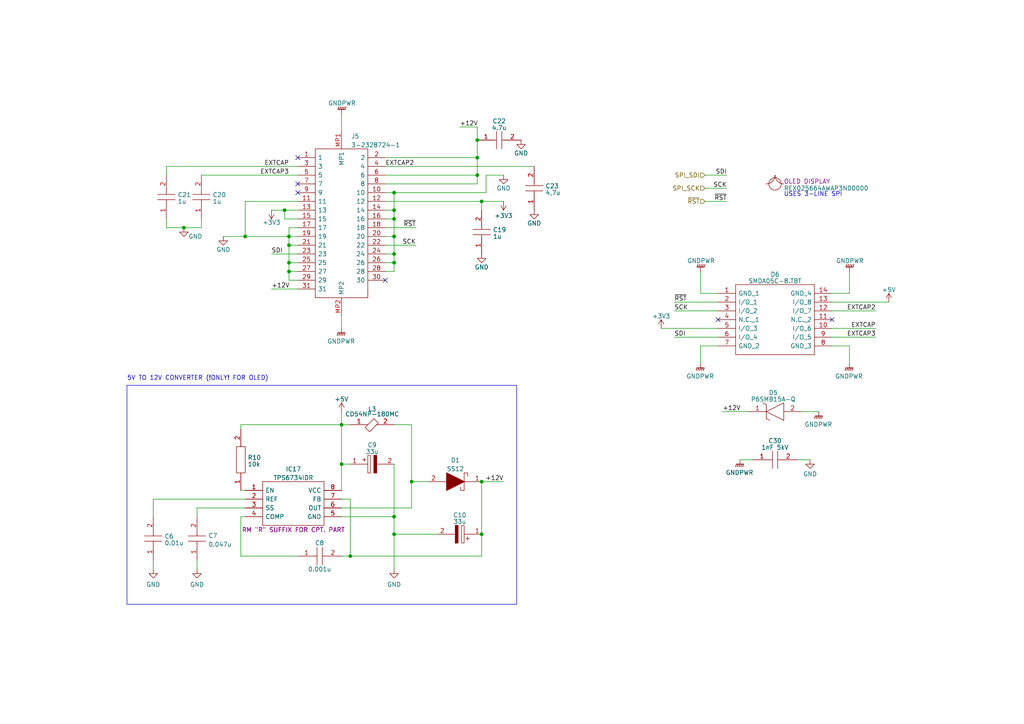
<source format=kicad_sch>
(kicad_sch (version 20230121) (generator eeschema)

  (uuid 3d56f61b-94af-4a26-b0d7-6dda4c5444b5)

  (paper "A4")

  (title_block
    (title "Oro Link")
    (date "2023-03-01")
    (rev "2")
    (company "Oro Operating System")
  )

  (lib_symbols
    (symbol "Oro:BOM Part" (in_bom yes) (on_board no)
      (property "Reference" "B" (at 0 0 0)
        (effects (font (size 1.27 1.27)))
      )
      (property "Value" "BOM Part" (at 0 -2.54 0)
        (effects (font (size 1.27 1.27)))
      )
      (property "Footprint" "" (at 0 0 0)
        (effects (font (size 1.27 1.27)) hide)
      )
      (property "Datasheet" "" (at 0 0 0)
        (effects (font (size 1.27 1.27)) hide)
      )
      (property "Sim.Enable" "0" (at 0 0 0)
        (effects (font (size 1.27 1.27)) hide)
      )
      (symbol "BOM Part_0_1"
        (arc (start -2.54 0) (mid -2.54 0) (end -2.54 0)
          (stroke (width 0) (type default))
          (fill (type none))
        )
        (arc (start -2.54 0) (mid -0.7439 0.7439) (end 0 2.54)
          (stroke (width 0) (type default))
          (fill (type none))
        )
        (circle (center 0 0) (radius 1.7961)
          (stroke (width 0) (type default))
          (fill (type none))
        )
        (arc (start 0 2.54) (mid 0.7439 0.7439) (end 2.54 0)
          (stroke (width 0) (type default))
          (fill (type none))
        )
      )
    )
    (symbol "Oro:FerriteBead" (pin_names (offset 0.762)) (in_bom yes) (on_board yes)
      (property "Reference" "FB" (at 6.096 -3.302 0)
        (effects (font (size 1.27 1.27)))
      )
      (property "Value" "FERRITE BEAD" (at 6.096 -4.064 0)
        (effects (font (size 1.27 1.27)) (justify top))
      )
      (property "Footprint" "" (at 2.54 -16.51 0)
        (effects (font (size 1.27 1.27)) (justify left) hide)
      )
      (property "Datasheet" "" (at 0 -16.51 0)
        (effects (font (size 1.27 1.27)) (justify left) hide)
      )
      (property "Height" "" (at -5.08 -16.51 0)
        (effects (font (size 1.27 1.27)) (justify left) hide)
      )
      (property "Description" "" (at -2.54 -16.51 0)
        (effects (font (size 1.27 1.27)) (justify left) hide)
      )
      (property "Manufacturer_Name" "" (at -7.62 -16.51 0)
        (effects (font (size 1.27 1.27)) (justify left) hide)
      )
      (property "Manufacturer_Part_Number" "" (at -10.16 -16.51 0)
        (effects (font (size 1.27 1.27)) (justify left) hide)
      )
      (property "Mouser Part Number" "" (at -12.7 -16.51 0)
        (effects (font (size 1.27 1.27)) (justify left) hide)
      )
      (property "Mouser Price/Stock" "" (at -15.24 -16.51 0)
        (effects (font (size 1.27 1.27)) (justify left) hide)
      )
      (property "Arrow Part Number" "" (at -17.78 -16.51 0)
        (effects (font (size 1.27 1.27)) (justify left) hide)
      )
      (property "Arrow Price/Stock" "" (at -20.32 -16.51 0)
        (effects (font (size 1.27 1.27)) (justify left) hide)
      )
      (symbol "FerriteBead_0_0"
        (pin passive line (at 0 0 0) (length 5.08)
          (name "1" (effects (font (size 0 0))))
          (number "1" (effects (font (size 1.27 1.27))))
        )
        (pin passive line (at 12.7 0 180) (length 5.08)
          (name "2" (effects (font (size 0 0))))
          (number "2" (effects (font (size 1.27 1.27))))
        )
      )
      (symbol "FerriteBead_0_1"
        (polyline
          (pts
            (xy 4.318 -0.762)
            (xy 6.858 1.778)
            (xy 8.128 0.508)
            (xy 5.588 -2.032)
            (xy 4.318 -0.762)
          )
          (stroke (width 0.1524) (type solid))
          (fill (type none))
        )
      )
    )
    (symbol "SamacSys_Parts:0603YD105KAT2A" (pin_names (offset 0.762)) (in_bom yes) (on_board yes)
      (property "Reference" "C" (at 8.89 6.35 0)
        (effects (font (size 1.27 1.27)) (justify left))
      )
      (property "Value" "0603YD105KAT2A" (at 8.89 3.81 0)
        (effects (font (size 1.27 1.27)) (justify left))
      )
      (property "Footprint" "CAPC1608X90N" (at 8.89 1.27 0)
        (effects (font (size 1.27 1.27)) (justify left) hide)
      )
      (property "Datasheet" "http://datasheets.avx.com/cx5r.pdf" (at 8.89 -1.27 0)
        (effects (font (size 1.27 1.27)) (justify left) hide)
      )
      (property "Description" "AVX 1uF  /-10% 16 V dc X5R Dielectric SMD Ceramic Multilayer Capacitor 0603" (at 8.89 -3.81 0)
        (effects (font (size 1.27 1.27)) (justify left) hide)
      )
      (property "Height" "0.9" (at 8.89 -6.35 0)
        (effects (font (size 1.27 1.27)) (justify left) hide)
      )
      (property "Manufacturer_Name" "AVX" (at 8.89 -8.89 0)
        (effects (font (size 1.27 1.27)) (justify left) hide)
      )
      (property "Manufacturer_Part_Number" "0603YD105KAT2A" (at 8.89 -11.43 0)
        (effects (font (size 1.27 1.27)) (justify left) hide)
      )
      (property "Mouser Part Number" "581-0603YD105K" (at 8.89 -13.97 0)
        (effects (font (size 1.27 1.27)) (justify left) hide)
      )
      (property "Mouser Price/Stock" "https://www.mouser.co.uk/ProductDetail/AVX/0603YD105KAT2A?qs=Gc704lYbI0yxwip%252B5td8dA%3D%3D" (at 8.89 -16.51 0)
        (effects (font (size 1.27 1.27)) (justify left) hide)
      )
      (property "Arrow Part Number" "0603YD105KAT2A" (at 8.89 -19.05 0)
        (effects (font (size 1.27 1.27)) (justify left) hide)
      )
      (property "Arrow Price/Stock" "https://www.arrow.com/en/products/0603yd105kat2a/avx" (at 8.89 -21.59 0)
        (effects (font (size 1.27 1.27)) (justify left) hide)
      )
      (property "ki_description" "AVX 1uF  /-10% 16 V dc X5R Dielectric SMD Ceramic Multilayer Capacitor 0603" (at 0 0 0)
        (effects (font (size 1.27 1.27)) hide)
      )
      (symbol "0603YD105KAT2A_0_0"
        (pin passive line (at 0 0 0) (length 5.08)
          (name "~" (effects (font (size 1.27 1.27))))
          (number "1" (effects (font (size 1.27 1.27))))
        )
        (pin passive line (at 12.7 0 180) (length 5.08)
          (name "~" (effects (font (size 1.27 1.27))))
          (number "2" (effects (font (size 1.27 1.27))))
        )
      )
      (symbol "0603YD105KAT2A_0_1"
        (polyline
          (pts
            (xy 5.08 0)
            (xy 5.588 0)
          )
          (stroke (width 0.1524) (type solid))
          (fill (type none))
        )
        (polyline
          (pts
            (xy 5.588 2.54)
            (xy 5.588 -2.54)
          )
          (stroke (width 0.1524) (type solid))
          (fill (type none))
        )
        (polyline
          (pts
            (xy 7.112 0)
            (xy 7.62 0)
          )
          (stroke (width 0.1524) (type solid))
          (fill (type none))
        )
        (polyline
          (pts
            (xy 7.112 2.54)
            (xy 7.112 -2.54)
          )
          (stroke (width 0.1524) (type solid))
          (fill (type none))
        )
      )
    )
    (symbol "SamacSys_Parts:293D336X0020D2TE3" (pin_names (offset 0.762)) (in_bom yes) (on_board yes)
      (property "Reference" "C" (at 8.89 6.35 0)
        (effects (font (size 1.27 1.27)) (justify left))
      )
      (property "Value" "293D336X0020D2TE3" (at 8.89 3.81 0)
        (effects (font (size 1.27 1.27)) (justify left))
      )
      (property "Footprint" "CAPPM7343X310N" (at 8.89 1.27 0)
        (effects (font (size 1.27 1.27)) (justify left) hide)
      )
      (property "Datasheet" "http://www.vishay.com/doc?40002" (at 8.89 -1.27 0)
        (effects (font (size 1.27 1.27)) (justify left) hide)
      )
      (property "Description" "Solid Tantalum Surface Mount Chip Capacitors TANTAMOUNT(TM), Molded Case, Standard Industrial Grade" (at 8.89 -3.81 0)
        (effects (font (size 1.27 1.27)) (justify left) hide)
      )
      (property "Height" "3.1" (at 8.89 -6.35 0)
        (effects (font (size 1.27 1.27)) (justify left) hide)
      )
      (property "Manufacturer_Name" "Vishay" (at 8.89 -8.89 0)
        (effects (font (size 1.27 1.27)) (justify left) hide)
      )
      (property "Manufacturer_Part_Number" "293D336X0020D2TE3" (at 8.89 -11.43 0)
        (effects (font (size 1.27 1.27)) (justify left) hide)
      )
      (property "Mouser Part Number" "" (at 8.89 -13.97 0)
        (effects (font (size 1.27 1.27)) (justify left) hide)
      )
      (property "Mouser Price/Stock" "" (at 8.89 -16.51 0)
        (effects (font (size 1.27 1.27)) (justify left) hide)
      )
      (property "Arrow Part Number" "" (at 8.89 -19.05 0)
        (effects (font (size 1.27 1.27)) (justify left) hide)
      )
      (property "Arrow Price/Stock" "" (at 8.89 -21.59 0)
        (effects (font (size 1.27 1.27)) (justify left) hide)
      )
      (property "Mouser Testing Part Number" "" (at 8.89 -24.13 0)
        (effects (font (size 1.27 1.27)) (justify left) hide)
      )
      (property "Mouser Testing Price/Stock" "" (at 8.89 -26.67 0)
        (effects (font (size 1.27 1.27)) (justify left) hide)
      )
      (property "ki_description" "Solid Tantalum Surface Mount Chip Capacitors TANTAMOUNT(TM), Molded Case, Standard Industrial Grade" (at 0 0 0)
        (effects (font (size 1.27 1.27)) hide)
      )
      (symbol "293D336X0020D2TE3_0_0"
        (pin passive line (at 0 0 0) (length 2.54)
          (name "~" (effects (font (size 1.27 1.27))))
          (number "1" (effects (font (size 1.27 1.27))))
        )
        (pin passive line (at 12.7 0 180) (length 2.54)
          (name "~" (effects (font (size 1.27 1.27))))
          (number "2" (effects (font (size 1.27 1.27))))
        )
      )
      (symbol "293D336X0020D2TE3_0_1"
        (polyline
          (pts
            (xy 2.54 0)
            (xy 5.08 0)
          )
          (stroke (width 0.1524) (type default))
          (fill (type none))
        )
        (polyline
          (pts
            (xy 4.064 1.778)
            (xy 4.064 0.762)
          )
          (stroke (width 0.1524) (type default))
          (fill (type none))
        )
        (polyline
          (pts
            (xy 4.572 1.27)
            (xy 3.556 1.27)
          )
          (stroke (width 0.1524) (type default))
          (fill (type none))
        )
        (polyline
          (pts
            (xy 7.62 0)
            (xy 10.16 0)
          )
          (stroke (width 0.1524) (type default))
          (fill (type none))
        )
        (polyline
          (pts
            (xy 5.08 2.54)
            (xy 5.08 -2.54)
            (xy 5.842 -2.54)
            (xy 5.842 2.54)
            (xy 5.08 2.54)
          )
          (stroke (width 0.1524) (type default))
          (fill (type none))
        )
        (polyline
          (pts
            (xy 7.62 2.54)
            (xy 7.62 -2.54)
            (xy 6.858 -2.54)
            (xy 6.858 2.54)
            (xy 7.62 2.54)
          )
          (stroke (width 0.254) (type default))
          (fill (type outline))
        )
      )
    )
    (symbol "SamacSys_Parts:3-2328724-1" (pin_names (offset 0.762)) (in_bom yes) (on_board yes)
      (property "Reference" "J" (at 49.53 12.7 0)
        (effects (font (size 1.27 1.27)) (justify left))
      )
      (property "Value" "3-2328724-1" (at 49.53 10.16 0)
        (effects (font (size 1.27 1.27)) (justify left))
      )
      (property "Footprint" "323287241" (at 49.53 7.62 0)
        (effects (font (size 1.27 1.27)) (justify left) hide)
      )
      (property "Datasheet" "https://datasheet.datasheetarchive.com/originals/distributors/DKDS42/DSANUWW0052082.pdf" (at 49.53 5.08 0)
        (effects (font (size 1.27 1.27)) (justify left) hide)
      )
      (property "Description" "AMP - TE CONNECTIVITY - 3-2328724-1 - CONNECTOR, FPC, R/A, 31POS, 1ROW, 0.3MM" (at 49.53 2.54 0)
        (effects (font (size 1.27 1.27)) (justify left) hide)
      )
      (property "Height" "1.1" (at 49.53 0 0)
        (effects (font (size 1.27 1.27)) (justify left) hide)
      )
      (property "Manufacturer_Name" "TE Connectivity" (at 49.53 -2.54 0)
        (effects (font (size 1.27 1.27)) (justify left) hide)
      )
      (property "Manufacturer_Part_Number" "3-2328724-1" (at 49.53 -5.08 0)
        (effects (font (size 1.27 1.27)) (justify left) hide)
      )
      (property "Mouser Part Number" "571-3-2328724-1" (at 49.53 -7.62 0)
        (effects (font (size 1.27 1.27)) (justify left) hide)
      )
      (property "Mouser Price/Stock" "https://www.mouser.co.uk/ProductDetail/TE-Connectivity/3-2328724-1?qs=w%2Fv1CP2dgqp0EQ60RbjzYQ%3D%3D" (at 49.53 -10.16 0)
        (effects (font (size 1.27 1.27)) (justify left) hide)
      )
      (property "Arrow Part Number" "3-2328724-1" (at 49.53 -12.7 0)
        (effects (font (size 1.27 1.27)) (justify left) hide)
      )
      (property "Arrow Price/Stock" "https://www.arrow.com/en/products/3-2328724-1/te-connectivity?region=nac" (at 49.53 -15.24 0)
        (effects (font (size 1.27 1.27)) (justify left) hide)
      )
      (property "Mouser Testing Part Number" "" (at 49.53 -17.78 0)
        (effects (font (size 1.27 1.27)) (justify left) hide)
      )
      (property "Mouser Testing Price/Stock" "" (at 49.53 -20.32 0)
        (effects (font (size 1.27 1.27)) (justify left) hide)
      )
      (property "ki_description" "AMP - TE CONNECTIVITY - 3-2328724-1 - CONNECTOR, FPC, R/A, 31POS, 1ROW, 0.3MM" (at 0 0 0)
        (effects (font (size 1.27 1.27)) hide)
      )
      (symbol "3-2328724-1_0_0"
        (pin passive line (at 7.62 -12.7 90) (length 5.08)
          (name "1" (effects (font (size 1.27 1.27))))
          (number "1" (effects (font (size 1.27 1.27))))
        )
        (pin passive line (at 17.78 12.7 270) (length 5.08)
          (name "10" (effects (font (size 1.27 1.27))))
          (number "10" (effects (font (size 1.27 1.27))))
        )
        (pin passive line (at 20.32 -12.7 90) (length 5.08)
          (name "11" (effects (font (size 1.27 1.27))))
          (number "11" (effects (font (size 1.27 1.27))))
        )
        (pin passive line (at 20.32 12.7 270) (length 5.08)
          (name "12" (effects (font (size 1.27 1.27))))
          (number "12" (effects (font (size 1.27 1.27))))
        )
        (pin passive line (at 22.86 -12.7 90) (length 5.08)
          (name "13" (effects (font (size 1.27 1.27))))
          (number "13" (effects (font (size 1.27 1.27))))
        )
        (pin passive line (at 22.86 12.7 270) (length 5.08)
          (name "14" (effects (font (size 1.27 1.27))))
          (number "14" (effects (font (size 1.27 1.27))))
        )
        (pin passive line (at 25.4 -12.7 90) (length 5.08)
          (name "15" (effects (font (size 1.27 1.27))))
          (number "15" (effects (font (size 1.27 1.27))))
        )
        (pin passive line (at 25.4 12.7 270) (length 5.08)
          (name "16" (effects (font (size 1.27 1.27))))
          (number "16" (effects (font (size 1.27 1.27))))
        )
        (pin passive line (at 27.94 -12.7 90) (length 5.08)
          (name "17" (effects (font (size 1.27 1.27))))
          (number "17" (effects (font (size 1.27 1.27))))
        )
        (pin passive line (at 27.94 12.7 270) (length 5.08)
          (name "18" (effects (font (size 1.27 1.27))))
          (number "18" (effects (font (size 1.27 1.27))))
        )
        (pin passive line (at 30.48 -12.7 90) (length 5.08)
          (name "19" (effects (font (size 1.27 1.27))))
          (number "19" (effects (font (size 1.27 1.27))))
        )
        (pin passive line (at 7.62 12.7 270) (length 5.08)
          (name "2" (effects (font (size 1.27 1.27))))
          (number "2" (effects (font (size 1.27 1.27))))
        )
        (pin passive line (at 30.48 12.7 270) (length 5.08)
          (name "20" (effects (font (size 1.27 1.27))))
          (number "20" (effects (font (size 1.27 1.27))))
        )
        (pin passive line (at 33.02 -12.7 90) (length 5.08)
          (name "21" (effects (font (size 1.27 1.27))))
          (number "21" (effects (font (size 1.27 1.27))))
        )
        (pin passive line (at 33.02 12.7 270) (length 5.08)
          (name "22" (effects (font (size 1.27 1.27))))
          (number "22" (effects (font (size 1.27 1.27))))
        )
        (pin passive line (at 35.56 -12.7 90) (length 5.08)
          (name "23" (effects (font (size 1.27 1.27))))
          (number "23" (effects (font (size 1.27 1.27))))
        )
        (pin passive line (at 35.56 12.7 270) (length 5.08)
          (name "24" (effects (font (size 1.27 1.27))))
          (number "24" (effects (font (size 1.27 1.27))))
        )
        (pin passive line (at 38.1 -12.7 90) (length 5.08)
          (name "25" (effects (font (size 1.27 1.27))))
          (number "25" (effects (font (size 1.27 1.27))))
        )
        (pin passive line (at 38.1 12.7 270) (length 5.08)
          (name "26" (effects (font (size 1.27 1.27))))
          (number "26" (effects (font (size 1.27 1.27))))
        )
        (pin passive line (at 40.64 -12.7 90) (length 5.08)
          (name "27" (effects (font (size 1.27 1.27))))
          (number "27" (effects (font (size 1.27 1.27))))
        )
        (pin passive line (at 40.64 12.7 270) (length 5.08)
          (name "28" (effects (font (size 1.27 1.27))))
          (number "28" (effects (font (size 1.27 1.27))))
        )
        (pin passive line (at 43.18 -12.7 90) (length 5.08)
          (name "29" (effects (font (size 1.27 1.27))))
          (number "29" (effects (font (size 1.27 1.27))))
        )
        (pin passive line (at 10.16 -12.7 90) (length 5.08)
          (name "3" (effects (font (size 1.27 1.27))))
          (number "3" (effects (font (size 1.27 1.27))))
        )
        (pin passive line (at 43.18 12.7 270) (length 5.08)
          (name "30" (effects (font (size 1.27 1.27))))
          (number "30" (effects (font (size 1.27 1.27))))
        )
        (pin passive line (at 45.72 -12.7 90) (length 5.08)
          (name "31" (effects (font (size 1.27 1.27))))
          (number "31" (effects (font (size 1.27 1.27))))
        )
        (pin passive line (at 10.16 12.7 270) (length 5.08)
          (name "4" (effects (font (size 1.27 1.27))))
          (number "4" (effects (font (size 1.27 1.27))))
        )
        (pin passive line (at 12.7 -12.7 90) (length 5.08)
          (name "5" (effects (font (size 1.27 1.27))))
          (number "5" (effects (font (size 1.27 1.27))))
        )
        (pin passive line (at 12.7 12.7 270) (length 5.08)
          (name "6" (effects (font (size 1.27 1.27))))
          (number "6" (effects (font (size 1.27 1.27))))
        )
        (pin passive line (at 15.24 -12.7 90) (length 5.08)
          (name "7" (effects (font (size 1.27 1.27))))
          (number "7" (effects (font (size 1.27 1.27))))
        )
        (pin passive line (at 15.24 12.7 270) (length 5.08)
          (name "8" (effects (font (size 1.27 1.27))))
          (number "8" (effects (font (size 1.27 1.27))))
        )
        (pin passive line (at 17.78 -12.7 90) (length 5.08)
          (name "9" (effects (font (size 1.27 1.27))))
          (number "9" (effects (font (size 1.27 1.27))))
        )
        (pin passive line (at 0 0 0) (length 5.08)
          (name "MP1" (effects (font (size 1.27 1.27))))
          (number "MP1" (effects (font (size 1.27 1.27))))
        )
        (pin passive line (at 53.34 0 180) (length 5.08)
          (name "MP2" (effects (font (size 1.27 1.27))))
          (number "MP2" (effects (font (size 1.27 1.27))))
        )
      )
      (symbol "3-2328724-1_0_1"
        (polyline
          (pts
            (xy 5.08 7.62)
            (xy 48.26 7.62)
            (xy 48.26 -7.62)
            (xy 5.08 -7.62)
            (xy 5.08 7.62)
          )
          (stroke (width 0.1524) (type default))
          (fill (type none))
        )
      )
    )
    (symbol "SamacSys_Parts:C1608X5R1H102K080AA" (pin_names (offset 0.762)) (in_bom yes) (on_board yes)
      (property "Reference" "C" (at 8.89 6.35 0)
        (effects (font (size 1.27 1.27)) (justify left))
      )
      (property "Value" "C1608X5R1H102K080AA" (at 8.89 3.81 0)
        (effects (font (size 1.27 1.27)) (justify left))
      )
      (property "Footprint" "C1608_Commercial" (at 8.89 1.27 0)
        (effects (font (size 1.27 1.27)) (justify left) hide)
      )
      (property "Datasheet" "https://product.tdk.com/system/files/dam/doc/product/capacitor/ceramic/mlcc/catalog/mlcc_commercial_general_en.pdf" (at 8.89 -1.27 0)
        (effects (font (size 1.27 1.27)) (justify left) hide)
      )
      (property "Description" "MULTILAYER CERAMIC CHIP CAPACITORS, 1608, Commercial grade, general (Up to 75V)" (at 8.89 -3.81 0)
        (effects (font (size 1.27 1.27)) (justify left) hide)
      )
      (property "Height" "0.9" (at 8.89 -6.35 0)
        (effects (font (size 1.27 1.27)) (justify left) hide)
      )
      (property "Manufacturer_Name" "TDK" (at 8.89 -8.89 0)
        (effects (font (size 1.27 1.27)) (justify left) hide)
      )
      (property "Manufacturer_Part_Number" "C1608X5R1H102K080AA" (at 8.89 -11.43 0)
        (effects (font (size 1.27 1.27)) (justify left) hide)
      )
      (property "Mouser Part Number" "" (at 8.89 -13.97 0)
        (effects (font (size 1.27 1.27)) (justify left) hide)
      )
      (property "Mouser Price/Stock" "" (at 8.89 -16.51 0)
        (effects (font (size 1.27 1.27)) (justify left) hide)
      )
      (property "Arrow Part Number" "" (at 8.89 -19.05 0)
        (effects (font (size 1.27 1.27)) (justify left) hide)
      )
      (property "Arrow Price/Stock" "" (at 8.89 -21.59 0)
        (effects (font (size 1.27 1.27)) (justify left) hide)
      )
      (property "Mouser Testing Part Number" "" (at 8.89 -24.13 0)
        (effects (font (size 1.27 1.27)) (justify left) hide)
      )
      (property "Mouser Testing Price/Stock" "" (at 8.89 -26.67 0)
        (effects (font (size 1.27 1.27)) (justify left) hide)
      )
      (property "ki_description" "MULTILAYER CERAMIC CHIP CAPACITORS, 1608, Commercial grade, general (Up to 75V)" (at 0 0 0)
        (effects (font (size 1.27 1.27)) hide)
      )
      (symbol "C1608X5R1H102K080AA_0_0"
        (pin passive line (at 0 0 0) (length 5.08)
          (name "~" (effects (font (size 1.27 1.27))))
          (number "1" (effects (font (size 1.27 1.27))))
        )
        (pin passive line (at 12.7 0 180) (length 5.08)
          (name "~" (effects (font (size 1.27 1.27))))
          (number "2" (effects (font (size 1.27 1.27))))
        )
      )
      (symbol "C1608X5R1H102K080AA_0_1"
        (polyline
          (pts
            (xy 5.08 0)
            (xy 5.588 0)
          )
          (stroke (width 0.1524) (type default))
          (fill (type none))
        )
        (polyline
          (pts
            (xy 5.588 2.54)
            (xy 5.588 -2.54)
          )
          (stroke (width 0.1524) (type default))
          (fill (type none))
        )
        (polyline
          (pts
            (xy 7.112 0)
            (xy 7.62 0)
          )
          (stroke (width 0.1524) (type default))
          (fill (type none))
        )
        (polyline
          (pts
            (xy 7.112 2.54)
            (xy 7.112 -2.54)
          )
          (stroke (width 0.1524) (type default))
          (fill (type none))
        )
      )
    )
    (symbol "SamacSys_Parts:C1608X5R1H473K080AA" (pin_names (offset 0.762)) (in_bom yes) (on_board yes)
      (property "Reference" "C" (at 8.89 6.35 0)
        (effects (font (size 1.27 1.27)) (justify left))
      )
      (property "Value" "C1608X5R1H473K080AA" (at 8.89 3.81 0)
        (effects (font (size 1.27 1.27)) (justify left))
      )
      (property "Footprint" "C1608_Commercial" (at 8.89 1.27 0)
        (effects (font (size 1.27 1.27)) (justify left) hide)
      )
      (property "Datasheet" "https://product.tdk.com/system/files/dam/doc/product/capacitor/ceramic/mlcc/catalog/mlcc_commercial_general_en.pdf" (at 8.89 -1.27 0)
        (effects (font (size 1.27 1.27)) (justify left) hide)
      )
      (property "Description" "MULTILAYER CERAMIC CHIP CAPACITORS, 1608, Commercial grade, general (Up to 75V)" (at 8.89 -3.81 0)
        (effects (font (size 1.27 1.27)) (justify left) hide)
      )
      (property "Height" "0.9" (at 8.89 -6.35 0)
        (effects (font (size 1.27 1.27)) (justify left) hide)
      )
      (property "Manufacturer_Name" "TDK" (at 8.89 -8.89 0)
        (effects (font (size 1.27 1.27)) (justify left) hide)
      )
      (property "Manufacturer_Part_Number" "C1608X5R1H473K080AA" (at 8.89 -11.43 0)
        (effects (font (size 1.27 1.27)) (justify left) hide)
      )
      (property "Mouser Part Number" "810-C1608X5R1H473KAA" (at 8.89 -13.97 0)
        (effects (font (size 1.27 1.27)) (justify left) hide)
      )
      (property "Mouser Price/Stock" "https://www.mouser.com/Search/Refine.aspx?Keyword=810-C1608X5R1H473KAA" (at 8.89 -16.51 0)
        (effects (font (size 1.27 1.27)) (justify left) hide)
      )
      (property "Arrow Part Number" "C1608X5R1H473K080AA" (at 8.89 -19.05 0)
        (effects (font (size 1.27 1.27)) (justify left) hide)
      )
      (property "Arrow Price/Stock" "https://www.arrow.com/en/products/c1608x5r1h473k080aa/tdk" (at 8.89 -21.59 0)
        (effects (font (size 1.27 1.27)) (justify left) hide)
      )
      (property "ki_description" "MULTILAYER CERAMIC CHIP CAPACITORS, 1608, Commercial grade, general (Up to 75V)" (at 0 0 0)
        (effects (font (size 1.27 1.27)) hide)
      )
      (symbol "C1608X5R1H473K080AA_0_0"
        (pin passive line (at 0 0 0) (length 5.08)
          (name "~" (effects (font (size 1.27 1.27))))
          (number "1" (effects (font (size 1.27 1.27))))
        )
        (pin passive line (at 12.7 0 180) (length 5.08)
          (name "~" (effects (font (size 1.27 1.27))))
          (number "2" (effects (font (size 1.27 1.27))))
        )
      )
      (symbol "C1608X5R1H473K080AA_0_1"
        (polyline
          (pts
            (xy 5.08 0)
            (xy 5.588 0)
          )
          (stroke (width 0.1524) (type solid))
          (fill (type none))
        )
        (polyline
          (pts
            (xy 5.588 2.54)
            (xy 5.588 -2.54)
          )
          (stroke (width 0.1524) (type solid))
          (fill (type none))
        )
        (polyline
          (pts
            (xy 7.112 0)
            (xy 7.62 0)
          )
          (stroke (width 0.1524) (type solid))
          (fill (type none))
        )
        (polyline
          (pts
            (xy 7.112 2.54)
            (xy 7.112 -2.54)
          )
          (stroke (width 0.1524) (type solid))
          (fill (type none))
        )
      )
    )
    (symbol "SamacSys_Parts:CL21A475KOFNNNE" (pin_names (offset 0.762)) (in_bom yes) (on_board yes)
      (property "Reference" "C" (at 8.89 6.35 0)
        (effects (font (size 1.27 1.27)) (justify left))
      )
      (property "Value" "CL21A475KOFNNNE" (at 8.89 3.81 0)
        (effects (font (size 1.27 1.27)) (justify left))
      )
      (property "Footprint" "CAPC2012X135N" (at 8.89 1.27 0)
        (effects (font (size 1.27 1.27)) (justify left) hide)
      )
      (property "Datasheet" "https://datasheet.datasheetarchive.com/originals/distributors/Datasheets_SAMA/817807cf665cbb43e2eb1572e3d26dfa.pdf" (at 8.89 -1.27 0)
        (effects (font (size 1.27 1.27)) (justify left) hide)
      )
      (property "Description" "Samsung Electro-Mechanics CL21A475KOFNNNE 4.7uF Ceramic Multilayer Capacitor 16V dc +/-10% Tolerance SMD" (at 8.89 -3.81 0)
        (effects (font (size 1.27 1.27)) (justify left) hide)
      )
      (property "Height" "1.35" (at 8.89 -6.35 0)
        (effects (font (size 1.27 1.27)) (justify left) hide)
      )
      (property "Manufacturer_Name" "SAMSUNG" (at 8.89 -8.89 0)
        (effects (font (size 1.27 1.27)) (justify left) hide)
      )
      (property "Manufacturer_Part_Number" "CL21A475KOFNNNE" (at 8.89 -11.43 0)
        (effects (font (size 1.27 1.27)) (justify left) hide)
      )
      (property "Mouser Part Number" "187-CL21A475KOFNNNE" (at 8.89 -13.97 0)
        (effects (font (size 1.27 1.27)) (justify left) hide)
      )
      (property "Mouser Price/Stock" "https://www.mouser.co.uk/ProductDetail/Samsung-Electro-Mechanics/CL21A475KOFNNNE?qs=yOVawPpwOwlqsH7zjiqEfQ%3D%3D" (at 8.89 -16.51 0)
        (effects (font (size 1.27 1.27)) (justify left) hide)
      )
      (property "Arrow Part Number" "CL21A475KOFNNNE" (at 8.89 -19.05 0)
        (effects (font (size 1.27 1.27)) (justify left) hide)
      )
      (property "Arrow Price/Stock" "https://www.arrow.com/en/products/cl21a475kofnnne/samsung-electro-mechanics?region=europe" (at 8.89 -21.59 0)
        (effects (font (size 1.27 1.27)) (justify left) hide)
      )
      (property "ki_description" "Samsung Electro-Mechanics CL21A475KOFNNNE 4.7uF Ceramic Multilayer Capacitor 16V dc +/-10% Tolerance SMD" (at 0 0 0)
        (effects (font (size 1.27 1.27)) hide)
      )
      (symbol "CL21A475KOFNNNE_0_0"
        (pin passive line (at 0 0 0) (length 5.08)
          (name "~" (effects (font (size 1.27 1.27))))
          (number "1" (effects (font (size 1.27 1.27))))
        )
        (pin passive line (at 12.7 0 180) (length 5.08)
          (name "~" (effects (font (size 1.27 1.27))))
          (number "2" (effects (font (size 1.27 1.27))))
        )
      )
      (symbol "CL21A475KOFNNNE_0_1"
        (polyline
          (pts
            (xy 5.08 0)
            (xy 5.588 0)
          )
          (stroke (width 0.1524) (type solid))
          (fill (type none))
        )
        (polyline
          (pts
            (xy 5.588 2.54)
            (xy 5.588 -2.54)
          )
          (stroke (width 0.1524) (type solid))
          (fill (type none))
        )
        (polyline
          (pts
            (xy 7.112 0)
            (xy 7.62 0)
          )
          (stroke (width 0.1524) (type solid))
          (fill (type none))
        )
        (polyline
          (pts
            (xy 7.112 2.54)
            (xy 7.112 -2.54)
          )
          (stroke (width 0.1524) (type solid))
          (fill (type none))
        )
      )
    )
    (symbol "SamacSys_Parts:CL21B103KBANNNC" (pin_names (offset 0.762)) (in_bom yes) (on_board yes)
      (property "Reference" "C" (at 8.89 6.35 0)
        (effects (font (size 1.27 1.27)) (justify left))
      )
      (property "Value" "CL21B103KBANNNC" (at 8.89 3.81 0)
        (effects (font (size 1.27 1.27)) (justify left))
      )
      (property "Footprint" "CAPC2012X75N" (at 8.89 1.27 0)
        (effects (font (size 1.27 1.27)) (justify left) hide)
      )
      (property "Datasheet" "https://datasheet.datasheetarchive.com/originals/distributors/Datasheets_SAMA/97c54fb7f716f6f5bd35dfc2c9b17795.pdf" (at 8.89 -1.27 0)
        (effects (font (size 1.27 1.27)) (justify left) hide)
      )
      (property "Description" "Samsung Electro-Mechanics 0805 CL 10nF Ceramic Multilayer Capacitor, 50 V, +125C, X7R Dielectric, +/-10% SMD" (at 8.89 -3.81 0)
        (effects (font (size 1.27 1.27)) (justify left) hide)
      )
      (property "Height" "0.75" (at 8.89 -6.35 0)
        (effects (font (size 1.27 1.27)) (justify left) hide)
      )
      (property "Manufacturer_Name" "SAMSUNG" (at 8.89 -8.89 0)
        (effects (font (size 1.27 1.27)) (justify left) hide)
      )
      (property "Manufacturer_Part_Number" "CL21B103KBANNNC" (at 8.89 -11.43 0)
        (effects (font (size 1.27 1.27)) (justify left) hide)
      )
      (property "Mouser Part Number" "187-CL21B103KBANNNC" (at 8.89 -13.97 0)
        (effects (font (size 1.27 1.27)) (justify left) hide)
      )
      (property "Mouser Price/Stock" "https://www.mouser.co.uk/ProductDetail/Samsung-Electro-Mechanics/CL21B103KBANNNC?qs=349EhDEZ59oTK9iJ%2FqCMuw%3D%3D" (at 8.89 -16.51 0)
        (effects (font (size 1.27 1.27)) (justify left) hide)
      )
      (property "Arrow Part Number" "CL21B103KBANNNC" (at 8.89 -19.05 0)
        (effects (font (size 1.27 1.27)) (justify left) hide)
      )
      (property "Arrow Price/Stock" "https://www.arrow.com/en/products/cl21b103kbannnc/samsung-electro-mechanics?region=europe" (at 8.89 -21.59 0)
        (effects (font (size 1.27 1.27)) (justify left) hide)
      )
      (property "Mouser Testing Part Number" "" (at 8.89 -24.13 0)
        (effects (font (size 1.27 1.27)) (justify left) hide)
      )
      (property "Mouser Testing Price/Stock" "" (at 8.89 -26.67 0)
        (effects (font (size 1.27 1.27)) (justify left) hide)
      )
      (property "ki_description" "Samsung Electro-Mechanics 0805 CL 10nF Ceramic Multilayer Capacitor, 50 V, +125C, X7R Dielectric, +/-10% SMD" (at 0 0 0)
        (effects (font (size 1.27 1.27)) hide)
      )
      (symbol "CL21B103KBANNNC_0_0"
        (pin passive line (at 0 0 0) (length 5.08)
          (name "~" (effects (font (size 1.27 1.27))))
          (number "1" (effects (font (size 1.27 1.27))))
        )
        (pin passive line (at 12.7 0 180) (length 5.08)
          (name "~" (effects (font (size 1.27 1.27))))
          (number "2" (effects (font (size 1.27 1.27))))
        )
      )
      (symbol "CL21B103KBANNNC_0_1"
        (polyline
          (pts
            (xy 5.08 0)
            (xy 5.588 0)
          )
          (stroke (width 0.1524) (type default))
          (fill (type none))
        )
        (polyline
          (pts
            (xy 5.588 2.54)
            (xy 5.588 -2.54)
          )
          (stroke (width 0.1524) (type default))
          (fill (type none))
        )
        (polyline
          (pts
            (xy 7.112 0)
            (xy 7.62 0)
          )
          (stroke (width 0.1524) (type default))
          (fill (type none))
        )
        (polyline
          (pts
            (xy 7.112 2.54)
            (xy 7.112 -2.54)
          )
          (stroke (width 0.1524) (type default))
          (fill (type none))
        )
      )
    )
    (symbol "SamacSys_Parts:HV2225Y102KXMATHV" (pin_names (offset 0.762)) (in_bom yes) (on_board yes)
      (property "Reference" "C" (at 8.89 6.35 0)
        (effects (font (size 1.27 1.27)) (justify left))
      )
      (property "Value" "HV2225Y102KXMATHV" (at 8.89 3.81 0)
        (effects (font (size 1.27 1.27)) (justify left))
      )
      (property "Footprint" "CAPC5664X270N" (at 8.89 1.27 0)
        (effects (font (size 1.27 1.27)) (justify left) hide)
      )
      (property "Datasheet" "https://componentsearchengine.com/Datasheets/1/HV2225Y102KXMATHV.pdf" (at 8.89 -1.27 0)
        (effects (font (size 1.27 1.27)) (justify left) hide)
      )
      (property "Description" "Multilayer Ceramic Capacitors MLCC - SMD/SMT 1.0nF 5000volts 10% X7R High Voltage" (at 8.89 -3.81 0)
        (effects (font (size 1.27 1.27)) (justify left) hide)
      )
      (property "Height" "2.7" (at 8.89 -6.35 0)
        (effects (font (size 1.27 1.27)) (justify left) hide)
      )
      (property "Manufacturer_Name" "Vishay" (at 8.89 -8.89 0)
        (effects (font (size 1.27 1.27)) (justify left) hide)
      )
      (property "Manufacturer_Part_Number" "HV2225Y102KXMATHV" (at 8.89 -11.43 0)
        (effects (font (size 1.27 1.27)) (justify left) hide)
      )
      (property "Mouser Part Number" "77-HV2225Y102KXMATHV" (at 8.89 -13.97 0)
        (effects (font (size 1.27 1.27)) (justify left) hide)
      )
      (property "Mouser Price/Stock" "https://www.mouser.com/Search/Refine.aspx?Keyword=77-HV2225Y102KXMATHV" (at 8.89 -16.51 0)
        (effects (font (size 1.27 1.27)) (justify left) hide)
      )
      (property "Arrow Part Number" "" (at 8.89 -19.05 0)
        (effects (font (size 1.27 1.27)) (justify left) hide)
      )
      (property "Arrow Price/Stock" "" (at 8.89 -21.59 0)
        (effects (font (size 1.27 1.27)) (justify left) hide)
      )
      (property "ki_description" "Multilayer Ceramic Capacitors MLCC - SMD/SMT 1.0nF 5000volts 10% X7R High Voltage" (at 0 0 0)
        (effects (font (size 1.27 1.27)) hide)
      )
      (symbol "HV2225Y102KXMATHV_0_0"
        (pin passive line (at 0 0 0) (length 5.08)
          (name "~" (effects (font (size 1.27 1.27))))
          (number "1" (effects (font (size 1.27 1.27))))
        )
        (pin passive line (at 12.7 0 180) (length 5.08)
          (name "~" (effects (font (size 1.27 1.27))))
          (number "2" (effects (font (size 1.27 1.27))))
        )
      )
      (symbol "HV2225Y102KXMATHV_0_1"
        (polyline
          (pts
            (xy 5.08 0)
            (xy 5.588 0)
          )
          (stroke (width 0.1524) (type solid))
          (fill (type none))
        )
        (polyline
          (pts
            (xy 5.588 2.54)
            (xy 5.588 -2.54)
          )
          (stroke (width 0.1524) (type solid))
          (fill (type none))
        )
        (polyline
          (pts
            (xy 7.112 0)
            (xy 7.62 0)
          )
          (stroke (width 0.1524) (type solid))
          (fill (type none))
        )
        (polyline
          (pts
            (xy 7.112 2.54)
            (xy 7.112 -2.54)
          )
          (stroke (width 0.1524) (type solid))
          (fill (type none))
        )
      )
    )
    (symbol "SamacSys_Parts:P6SMB15A-Q" (pin_names (offset 0.762)) (in_bom yes) (on_board yes)
      (property "Reference" "D" (at 10.16 8.89 0)
        (effects (font (size 1.27 1.27)) (justify left bottom))
      )
      (property "Value" "P6SMB15A-Q" (at 10.16 6.35 0)
        (effects (font (size 1.27 1.27)) (justify left bottom))
      )
      (property "Footprint" "DIOM5436X244N" (at 10.16 3.81 0)
        (effects (font (size 1.27 1.27)) (justify left bottom) hide)
      )
      (property "Datasheet" "https://www.bourns.com/docs/product-datasheets/p6smb-q.pdf?sfvrsn=a8c47bf6_18" (at 10.16 1.27 0)
        (effects (font (size 1.27 1.27)) (justify left bottom) hide)
      )
      (property "Description" "P6SMB-Q Transient Voltage Suppressor Diode Series, Uni-Directional" (at 10.16 -1.27 0)
        (effects (font (size 1.27 1.27)) (justify left bottom) hide)
      )
      (property "Height" "2.44" (at 10.16 -3.81 0)
        (effects (font (size 1.27 1.27)) (justify left bottom) hide)
      )
      (property "Manufacturer_Name" "Bourns" (at 10.16 -6.35 0)
        (effects (font (size 1.27 1.27)) (justify left bottom) hide)
      )
      (property "Manufacturer_Part_Number" "P6SMB15A-Q" (at 10.16 -8.89 0)
        (effects (font (size 1.27 1.27)) (justify left bottom) hide)
      )
      (property "Mouser Part Number" "652-P6SMB15A-Q" (at 10.16 -11.43 0)
        (effects (font (size 1.27 1.27)) (justify left bottom) hide)
      )
      (property "Mouser Price/Stock" "https://www.mouser.co.uk/ProductDetail/Bourns/P6SMB15A-Q?qs=%252B6g0mu59x7Isw1XY7aXXJQ%3D%3D" (at 10.16 -13.97 0)
        (effects (font (size 1.27 1.27)) (justify left bottom) hide)
      )
      (property "Arrow Part Number" "" (at 10.16 -16.51 0)
        (effects (font (size 1.27 1.27)) (justify left bottom) hide)
      )
      (property "Arrow Price/Stock" "" (at 10.16 -19.05 0)
        (effects (font (size 1.27 1.27)) (justify left bottom) hide)
      )
      (property "ki_description" "P6SMB-Q Transient Voltage Suppressor Diode Series, Uni-Directional" (at 0 0 0)
        (effects (font (size 1.27 1.27)) hide)
      )
      (symbol "P6SMB15A-Q_0_0"
        (pin passive line (at 0 0 0) (length 5.08)
          (name "~" (effects (font (size 1.27 1.27))))
          (number "1" (effects (font (size 1.27 1.27))))
        )
        (pin passive line (at 15.24 0 180) (length 5.08)
          (name "~" (effects (font (size 1.27 1.27))))
          (number "2" (effects (font (size 1.27 1.27))))
        )
      )
      (symbol "P6SMB15A-Q_0_1"
        (polyline
          (pts
            (xy 4.064 2.54)
            (xy 5.08 2.032)
          )
          (stroke (width 0.1524) (type solid))
          (fill (type none))
        )
        (polyline
          (pts
            (xy 5.08 -2.032)
            (xy 5.08 2.032)
          )
          (stroke (width 0.1524) (type solid))
          (fill (type none))
        )
        (polyline
          (pts
            (xy 5.08 -2.032)
            (xy 6.096 -2.54)
          )
          (stroke (width 0.1524) (type solid))
          (fill (type none))
        )
        (polyline
          (pts
            (xy 5.08 0)
            (xy 10.16 2.54)
            (xy 10.16 -2.54)
            (xy 5.08 0)
          )
          (stroke (width 0.1524) (type solid))
          (fill (type none))
        )
      )
    )
    (symbol "SamacSys_Parts:RC2010JK-0710KL" (pin_names (offset 0.762)) (in_bom yes) (on_board yes)
      (property "Reference" "R" (at 13.97 6.35 0)
        (effects (font (size 1.27 1.27)) (justify left))
      )
      (property "Value" "RC2010JK-0710KL" (at 13.97 3.81 0)
        (effects (font (size 1.27 1.27)) (justify left))
      )
      (property "Footprint" "RESC5025X65N" (at 13.97 1.27 0)
        (effects (font (size 1.27 1.27)) (justify left) hide)
      )
      (property "Datasheet" "https://www.arrow.com/en/products/rc2010jk-0710kl/yageo" (at 13.97 -1.27 0)
        (effects (font (size 1.27 1.27)) (justify left) hide)
      )
      (property "Description" "Res Thick Film 2010 10K Ohm 5% 0.75W(3/4W) +/-100ppm/C Pad SMD T/R" (at 13.97 -3.81 0)
        (effects (font (size 1.27 1.27)) (justify left) hide)
      )
      (property "Height" "0.65" (at 13.97 -6.35 0)
        (effects (font (size 1.27 1.27)) (justify left) hide)
      )
      (property "Manufacturer_Name" "KEMET" (at 13.97 -8.89 0)
        (effects (font (size 1.27 1.27)) (justify left) hide)
      )
      (property "Manufacturer_Part_Number" "RC2010JK-0710KL" (at 13.97 -11.43 0)
        (effects (font (size 1.27 1.27)) (justify left) hide)
      )
      (property "Mouser Part Number" "603-RC2010JK-0710KL" (at 13.97 -13.97 0)
        (effects (font (size 1.27 1.27)) (justify left) hide)
      )
      (property "Mouser Price/Stock" "https://www.mouser.co.uk/ProductDetail/YAGEO/RC2010JK-0710KL?qs=sNpmnPgvziOLj5uuquGIow%3D%3D" (at 13.97 -16.51 0)
        (effects (font (size 1.27 1.27)) (justify left) hide)
      )
      (property "Arrow Part Number" "RC2010JK-0710KL" (at 13.97 -19.05 0)
        (effects (font (size 1.27 1.27)) (justify left) hide)
      )
      (property "Arrow Price/Stock" "https://www.arrow.com/en/products/rc2010jk-0710kl/yageo" (at 13.97 -21.59 0)
        (effects (font (size 1.27 1.27)) (justify left) hide)
      )
      (property "Mouser Testing Part Number" "" (at 13.97 -24.13 0)
        (effects (font (size 1.27 1.27)) (justify left) hide)
      )
      (property "Mouser Testing Price/Stock" "" (at 13.97 -26.67 0)
        (effects (font (size 1.27 1.27)) (justify left) hide)
      )
      (property "ki_description" "Res Thick Film 2010 10K Ohm 5% 0.75W(3/4W) +/-100ppm/C Pad SMD T/R" (at 0 0 0)
        (effects (font (size 1.27 1.27)) hide)
      )
      (symbol "RC2010JK-0710KL_0_0"
        (pin passive line (at 0 0 0) (length 5.08)
          (name "~" (effects (font (size 1.27 1.27))))
          (number "1" (effects (font (size 1.27 1.27))))
        )
        (pin passive line (at 17.78 0 180) (length 5.08)
          (name "~" (effects (font (size 1.27 1.27))))
          (number "2" (effects (font (size 1.27 1.27))))
        )
      )
      (symbol "RC2010JK-0710KL_0_1"
        (polyline
          (pts
            (xy 5.08 1.27)
            (xy 12.7 1.27)
            (xy 12.7 -1.27)
            (xy 5.08 -1.27)
            (xy 5.08 1.27)
          )
          (stroke (width 0.1524) (type solid))
          (fill (type none))
        )
      )
    )
    (symbol "SamacSys_Parts:SMDA05C-8.TBT" (pin_names (offset 0.762)) (in_bom yes) (on_board yes)
      (property "Reference" "D" (at 29.21 7.62 0)
        (effects (font (size 1.27 1.27)) (justify left))
      )
      (property "Value" "SMDA05C-8.TBT" (at 29.21 5.08 0)
        (effects (font (size 1.27 1.27)) (justify left))
      )
      (property "Footprint" "SOIC127P600X175-14N" (at 29.21 2.54 0)
        (effects (font (size 1.27 1.27)) (justify left) hide)
      )
      (property "Datasheet" "https://datasheet.datasheetarchive.com/originals/distributors/DKDS-37/728681.pdf" (at 29.21 0 0)
        (effects (font (size 1.27 1.27)) (justify left) hide)
      )
      (property "Description" "ESD Suppressors / TVS Diodes 5V, 8 CHAN, TVS ARRAY" (at 29.21 -2.54 0)
        (effects (font (size 1.27 1.27)) (justify left) hide)
      )
      (property "Height" "1.75" (at 29.21 -5.08 0)
        (effects (font (size 1.27 1.27)) (justify left) hide)
      )
      (property "Manufacturer_Name" "SEMTECH" (at 29.21 -7.62 0)
        (effects (font (size 1.27 1.27)) (justify left) hide)
      )
      (property "Manufacturer_Part_Number" "SMDA05C-8.TBT" (at 29.21 -10.16 0)
        (effects (font (size 1.27 1.27)) (justify left) hide)
      )
      (property "Mouser Part Number" "947-SMDA05C-8.TBT" (at 29.21 -12.7 0)
        (effects (font (size 1.27 1.27)) (justify left) hide)
      )
      (property "Mouser Price/Stock" "https://www.mouser.co.uk/ProductDetail/Semtech/SMDA05C-8.TBT?qs=rBWM4%252BvDhIerSRsNsiY6Ug%3D%3D" (at 29.21 -15.24 0)
        (effects (font (size 1.27 1.27)) (justify left) hide)
      )
      (property "Arrow Part Number" "SMDA05C-8.TBT" (at 29.21 -17.78 0)
        (effects (font (size 1.27 1.27)) (justify left) hide)
      )
      (property "Arrow Price/Stock" "https://www.arrow.com/en/products/smda05c-8.tbt/semtech" (at 29.21 -20.32 0)
        (effects (font (size 1.27 1.27)) (justify left) hide)
      )
      (property "ki_description" "ESD Suppressors / TVS Diodes 5V, 8 CHAN, TVS ARRAY" (at 0 0 0)
        (effects (font (size 1.27 1.27)) hide)
      )
      (symbol "SMDA05C-8.TBT_0_0"
        (pin passive line (at 0 0 0) (length 5.08)
          (name "GND_1" (effects (font (size 1.27 1.27))))
          (number "1" (effects (font (size 1.27 1.27))))
        )
        (pin passive line (at 33.02 -10.16 180) (length 5.08)
          (name "I/O_6" (effects (font (size 1.27 1.27))))
          (number "10" (effects (font (size 1.27 1.27))))
        )
        (pin passive line (at 33.02 -7.62 180) (length 5.08)
          (name "N.C._2" (effects (font (size 1.27 1.27))))
          (number "11" (effects (font (size 1.27 1.27))))
        )
        (pin passive line (at 33.02 -5.08 180) (length 5.08)
          (name "I/O_7" (effects (font (size 1.27 1.27))))
          (number "12" (effects (font (size 1.27 1.27))))
        )
        (pin passive line (at 33.02 -2.54 180) (length 5.08)
          (name "I/O_8" (effects (font (size 1.27 1.27))))
          (number "13" (effects (font (size 1.27 1.27))))
        )
        (pin passive line (at 33.02 0 180) (length 5.08)
          (name "GND_4" (effects (font (size 1.27 1.27))))
          (number "14" (effects (font (size 1.27 1.27))))
        )
        (pin passive line (at 0 -2.54 0) (length 5.08)
          (name "I/O_1" (effects (font (size 1.27 1.27))))
          (number "2" (effects (font (size 1.27 1.27))))
        )
        (pin passive line (at 0 -5.08 0) (length 5.08)
          (name "I/O_2" (effects (font (size 1.27 1.27))))
          (number "3" (effects (font (size 1.27 1.27))))
        )
        (pin passive line (at 0 -7.62 0) (length 5.08)
          (name "N.C._1" (effects (font (size 1.27 1.27))))
          (number "4" (effects (font (size 1.27 1.27))))
        )
        (pin passive line (at 0 -10.16 0) (length 5.08)
          (name "I/O_3" (effects (font (size 1.27 1.27))))
          (number "5" (effects (font (size 1.27 1.27))))
        )
        (pin passive line (at 0 -12.7 0) (length 5.08)
          (name "I/O_4" (effects (font (size 1.27 1.27))))
          (number "6" (effects (font (size 1.27 1.27))))
        )
        (pin passive line (at 0 -15.24 0) (length 5.08)
          (name "GND_2" (effects (font (size 1.27 1.27))))
          (number "7" (effects (font (size 1.27 1.27))))
        )
        (pin passive line (at 33.02 -15.24 180) (length 5.08)
          (name "GND_3" (effects (font (size 1.27 1.27))))
          (number "8" (effects (font (size 1.27 1.27))))
        )
        (pin passive line (at 33.02 -12.7 180) (length 5.08)
          (name "I/O_5" (effects (font (size 1.27 1.27))))
          (number "9" (effects (font (size 1.27 1.27))))
        )
      )
      (symbol "SMDA05C-8.TBT_0_1"
        (polyline
          (pts
            (xy 5.08 2.54)
            (xy 27.94 2.54)
            (xy 27.94 -17.78)
            (xy 5.08 -17.78)
            (xy 5.08 2.54)
          )
          (stroke (width 0.1524) (type solid))
          (fill (type none))
        )
      )
    )
    (symbol "SamacSys_Parts:SS12" (pin_names (offset 0.762)) (in_bom yes) (on_board yes)
      (property "Reference" "D" (at 12.7 8.89 0)
        (effects (font (size 1.27 1.27)) (justify left))
      )
      (property "Value" "SS12" (at 12.7 6.35 0)
        (effects (font (size 1.27 1.27)) (justify left))
      )
      (property "Footprint" "DIOM5227X250N" (at 12.7 3.81 0)
        (effects (font (size 1.27 1.27)) (justify left) hide)
      )
      (property "Datasheet" "https://datasheet.datasheetarchive.com/originals/distributors/Datasheets-24/DSA-463612.pdf" (at 12.7 1.27 0)
        (effects (font (size 1.27 1.27)) (justify left) hide)
      )
      (property "Description" "ON Semi SS12 SMT Schottky Diode, 20V 1A, 2-Pin DO-214AC" (at 12.7 -1.27 0)
        (effects (font (size 1.27 1.27)) (justify left) hide)
      )
      (property "Height" "2.5" (at 12.7 -3.81 0)
        (effects (font (size 1.27 1.27)) (justify left) hide)
      )
      (property "Manufacturer_Name" "onsemi" (at 12.7 -6.35 0)
        (effects (font (size 1.27 1.27)) (justify left) hide)
      )
      (property "Manufacturer_Part_Number" "SS12" (at 12.7 -8.89 0)
        (effects (font (size 1.27 1.27)) (justify left) hide)
      )
      (property "Mouser Part Number" "512-SS12" (at 12.7 -11.43 0)
        (effects (font (size 1.27 1.27)) (justify left) hide)
      )
      (property "Mouser Price/Stock" "https://www.mouser.co.uk/ProductDetail/ON-Semiconductor-Fairchild/SS12?qs=mVVXn4M53U9WoaEpU1CO0A%3D%3D" (at 12.7 -13.97 0)
        (effects (font (size 1.27 1.27)) (justify left) hide)
      )
      (property "Arrow Part Number" "SS12" (at 12.7 -16.51 0)
        (effects (font (size 1.27 1.27)) (justify left) hide)
      )
      (property "Arrow Price/Stock" "https://www.arrow.com/en/products/ss12/on-semiconductor?region=nac" (at 12.7 -19.05 0)
        (effects (font (size 1.27 1.27)) (justify left) hide)
      )
      (property "Mouser Testing Part Number" "" (at 12.7 -21.59 0)
        (effects (font (size 1.27 1.27)) (justify left) hide)
      )
      (property "Mouser Testing Price/Stock" "" (at 12.7 -24.13 0)
        (effects (font (size 1.27 1.27)) (justify left) hide)
      )
      (property "ki_description" "ON Semi SS12 SMT Schottky Diode, 20V 1A, 2-Pin DO-214AC" (at 0 0 0)
        (effects (font (size 1.27 1.27)) hide)
      )
      (symbol "SS12_0_0"
        (pin passive line (at 2.54 0 0) (length 2.54)
          (name "~" (effects (font (size 1.27 1.27))))
          (number "1" (effects (font (size 1.27 1.27))))
        )
        (pin passive line (at 17.78 0 180) (length 2.54)
          (name "~" (effects (font (size 1.27 1.27))))
          (number "2" (effects (font (size 1.27 1.27))))
        )
      )
      (symbol "SS12_0_1"
        (polyline
          (pts
            (xy 5.08 0)
            (xy 7.62 0)
          )
          (stroke (width 0.1524) (type default))
          (fill (type none))
        )
        (polyline
          (pts
            (xy 7.62 2.54)
            (xy 7.62 -2.54)
          )
          (stroke (width 0.1524) (type default))
          (fill (type none))
        )
        (polyline
          (pts
            (xy 12.7 0)
            (xy 15.24 0)
          )
          (stroke (width 0.1524) (type default))
          (fill (type none))
        )
        (polyline
          (pts
            (xy 7.62 -2.54)
            (xy 6.604 -2.54)
            (xy 6.604 -1.524)
          )
          (stroke (width 0.1524) (type default))
          (fill (type none))
        )
        (polyline
          (pts
            (xy 7.62 2.54)
            (xy 8.636 2.54)
            (xy 8.636 1.524)
          )
          (stroke (width 0.1524) (type default))
          (fill (type none))
        )
        (polyline
          (pts
            (xy 7.62 0)
            (xy 12.7 2.54)
            (xy 12.7 -2.54)
            (xy 7.62 0)
          )
          (stroke (width 0.254) (type default))
          (fill (type outline))
        )
      )
    )
    (symbol "SamacSys_Parts:TPS6734IDR" (pin_names (offset 0.762)) (in_bom yes) (on_board yes)
      (property "Reference" "IC" (at 24.13 7.62 0)
        (effects (font (size 1.27 1.27)) (justify left))
      )
      (property "Value" "TPS6734IDR" (at 24.13 5.08 0)
        (effects (font (size 1.27 1.27)) (justify left))
      )
      (property "Footprint" "SOIC127P600X175-8N" (at 24.13 2.54 0)
        (effects (font (size 1.27 1.27)) (justify left) hide)
      )
      (property "Datasheet" "" (at 24.13 0 0)
        (effects (font (size 1.27 1.27)) (justify left) hide)
      )
      (property "Description" "BOOST-CONVERTER SUPPLY" (at 24.13 -2.54 0)
        (effects (font (size 1.27 1.27)) (justify left) hide)
      )
      (property "Height" "" (at 24.13 -5.08 0)
        (effects (font (size 1.27 1.27)) (justify left) hide)
      )
      (property "Manufacturer_Name" "Texas Instruments" (at 24.13 -7.62 0)
        (effects (font (size 1.27 1.27)) (justify left) hide)
      )
      (property "Manufacturer_Part_Number" "TPS6734IDR" (at 24.13 -10.16 0)
        (effects (font (size 1.27 1.27)) (justify left) hide)
      )
      (property "Mouser Part Number" "595-TPS6734IDR" (at 24.13 -12.7 0)
        (effects (font (size 1.27 1.27)) (justify left) hide)
      )
      (property "Mouser Price/Stock" "https://www.mouser.co.uk/ProductDetail/Texas-Instruments/TPS6734IDR?qs=bvpNxolhIUOu6nlgqpb6YQ%3D%3D" (at 24.13 -15.24 0)
        (effects (font (size 1.27 1.27)) (justify left) hide)
      )
      (property "Arrow Part Number" "TPS6734IDR" (at 24.13 -17.78 0)
        (effects (font (size 1.27 1.27)) (justify left) hide)
      )
      (property "Arrow Price/Stock" "https://www.arrow.com/en/products/tps6734idr/texas-instruments" (at 24.13 -20.32 0)
        (effects (font (size 1.27 1.27)) (justify left) hide)
      )
      (property "Mouser Testing Part Number" "" (at 24.13 -22.86 0)
        (effects (font (size 1.27 1.27)) (justify left) hide)
      )
      (property "Mouser Testing Price/Stock" "" (at 24.13 -25.4 0)
        (effects (font (size 1.27 1.27)) (justify left) hide)
      )
      (property "ki_description" "BOOST-CONVERTER SUPPLY" (at 0 0 0)
        (effects (font (size 1.27 1.27)) hide)
      )
      (symbol "TPS6734IDR_0_0"
        (pin passive line (at 0 0 0) (length 5.08)
          (name "EN" (effects (font (size 1.27 1.27))))
          (number "1" (effects (font (size 1.27 1.27))))
        )
        (pin passive line (at 0 -2.54 0) (length 5.08)
          (name "REF" (effects (font (size 1.27 1.27))))
          (number "2" (effects (font (size 1.27 1.27))))
        )
        (pin passive line (at 0 -5.08 0) (length 5.08)
          (name "SS" (effects (font (size 1.27 1.27))))
          (number "3" (effects (font (size 1.27 1.27))))
        )
        (pin passive line (at 0 -7.62 0) (length 5.08)
          (name "COMP" (effects (font (size 1.27 1.27))))
          (number "4" (effects (font (size 1.27 1.27))))
        )
        (pin passive line (at 27.94 -7.62 180) (length 5.08)
          (name "GND" (effects (font (size 1.27 1.27))))
          (number "5" (effects (font (size 1.27 1.27))))
        )
        (pin passive line (at 27.94 -5.08 180) (length 5.08)
          (name "OUT" (effects (font (size 1.27 1.27))))
          (number "6" (effects (font (size 1.27 1.27))))
        )
        (pin passive line (at 27.94 -2.54 180) (length 5.08)
          (name "FB" (effects (font (size 1.27 1.27))))
          (number "7" (effects (font (size 1.27 1.27))))
        )
        (pin passive line (at 27.94 0 180) (length 5.08)
          (name "VCC" (effects (font (size 1.27 1.27))))
          (number "8" (effects (font (size 1.27 1.27))))
        )
      )
      (symbol "TPS6734IDR_0_1"
        (polyline
          (pts
            (xy 5.08 2.54)
            (xy 22.86 2.54)
            (xy 22.86 -10.16)
            (xy 5.08 -10.16)
            (xy 5.08 2.54)
          )
          (stroke (width 0.1524) (type default))
          (fill (type none))
        )
      )
    )
    (symbol "power:+3V3" (power) (pin_names (offset 0)) (in_bom yes) (on_board yes)
      (property "Reference" "#PWR" (at 0 -3.81 0)
        (effects (font (size 1.27 1.27)) hide)
      )
      (property "Value" "+3V3" (at 0 3.556 0)
        (effects (font (size 1.27 1.27)))
      )
      (property "Footprint" "" (at 0 0 0)
        (effects (font (size 1.27 1.27)) hide)
      )
      (property "Datasheet" "" (at 0 0 0)
        (effects (font (size 1.27 1.27)) hide)
      )
      (property "ki_keywords" "global power" (at 0 0 0)
        (effects (font (size 1.27 1.27)) hide)
      )
      (property "ki_description" "Power symbol creates a global label with name \"+3V3\"" (at 0 0 0)
        (effects (font (size 1.27 1.27)) hide)
      )
      (symbol "+3V3_0_1"
        (polyline
          (pts
            (xy -0.762 1.27)
            (xy 0 2.54)
          )
          (stroke (width 0) (type default))
          (fill (type none))
        )
        (polyline
          (pts
            (xy 0 0)
            (xy 0 2.54)
          )
          (stroke (width 0) (type default))
          (fill (type none))
        )
        (polyline
          (pts
            (xy 0 2.54)
            (xy 0.762 1.27)
          )
          (stroke (width 0) (type default))
          (fill (type none))
        )
      )
      (symbol "+3V3_1_1"
        (pin power_in line (at 0 0 90) (length 0) hide
          (name "+3V3" (effects (font (size 1.27 1.27))))
          (number "1" (effects (font (size 1.27 1.27))))
        )
      )
    )
    (symbol "power:+5V" (power) (pin_names (offset 0)) (in_bom yes) (on_board yes)
      (property "Reference" "#PWR" (at 0 -3.81 0)
        (effects (font (size 1.27 1.27)) hide)
      )
      (property "Value" "+5V" (at 0 3.556 0)
        (effects (font (size 1.27 1.27)))
      )
      (property "Footprint" "" (at 0 0 0)
        (effects (font (size 1.27 1.27)) hide)
      )
      (property "Datasheet" "" (at 0 0 0)
        (effects (font (size 1.27 1.27)) hide)
      )
      (property "ki_keywords" "global power" (at 0 0 0)
        (effects (font (size 1.27 1.27)) hide)
      )
      (property "ki_description" "Power symbol creates a global label with name \"+5V\"" (at 0 0 0)
        (effects (font (size 1.27 1.27)) hide)
      )
      (symbol "+5V_0_1"
        (polyline
          (pts
            (xy -0.762 1.27)
            (xy 0 2.54)
          )
          (stroke (width 0) (type default))
          (fill (type none))
        )
        (polyline
          (pts
            (xy 0 0)
            (xy 0 2.54)
          )
          (stroke (width 0) (type default))
          (fill (type none))
        )
        (polyline
          (pts
            (xy 0 2.54)
            (xy 0.762 1.27)
          )
          (stroke (width 0) (type default))
          (fill (type none))
        )
      )
      (symbol "+5V_1_1"
        (pin power_in line (at 0 0 90) (length 0) hide
          (name "+5V" (effects (font (size 1.27 1.27))))
          (number "1" (effects (font (size 1.27 1.27))))
        )
      )
    )
    (symbol "power:GND" (power) (pin_names (offset 0)) (in_bom yes) (on_board yes)
      (property "Reference" "#PWR" (at 0 -6.35 0)
        (effects (font (size 1.27 1.27)) hide)
      )
      (property "Value" "GND" (at 0 -3.81 0)
        (effects (font (size 1.27 1.27)))
      )
      (property "Footprint" "" (at 0 0 0)
        (effects (font (size 1.27 1.27)) hide)
      )
      (property "Datasheet" "" (at 0 0 0)
        (effects (font (size 1.27 1.27)) hide)
      )
      (property "ki_keywords" "global power" (at 0 0 0)
        (effects (font (size 1.27 1.27)) hide)
      )
      (property "ki_description" "Power symbol creates a global label with name \"GND\" , ground" (at 0 0 0)
        (effects (font (size 1.27 1.27)) hide)
      )
      (symbol "GND_0_1"
        (polyline
          (pts
            (xy 0 0)
            (xy 0 -1.27)
            (xy 1.27 -1.27)
            (xy 0 -2.54)
            (xy -1.27 -1.27)
            (xy 0 -1.27)
          )
          (stroke (width 0) (type default))
          (fill (type none))
        )
      )
      (symbol "GND_1_1"
        (pin power_in line (at 0 0 270) (length 0) hide
          (name "GND" (effects (font (size 1.27 1.27))))
          (number "1" (effects (font (size 1.27 1.27))))
        )
      )
    )
    (symbol "power:GNDPWR" (power) (pin_names (offset 0)) (in_bom yes) (on_board yes)
      (property "Reference" "#PWR" (at 0 -5.08 0)
        (effects (font (size 1.27 1.27)) hide)
      )
      (property "Value" "GNDPWR" (at 0 -3.302 0)
        (effects (font (size 1.27 1.27)))
      )
      (property "Footprint" "" (at 0 -1.27 0)
        (effects (font (size 1.27 1.27)) hide)
      )
      (property "Datasheet" "" (at 0 -1.27 0)
        (effects (font (size 1.27 1.27)) hide)
      )
      (property "ki_keywords" "global ground" (at 0 0 0)
        (effects (font (size 1.27 1.27)) hide)
      )
      (property "ki_description" "Power symbol creates a global label with name \"GNDPWR\" , global ground" (at 0 0 0)
        (effects (font (size 1.27 1.27)) hide)
      )
      (symbol "GNDPWR_0_1"
        (polyline
          (pts
            (xy 0 -1.27)
            (xy 0 0)
          )
          (stroke (width 0) (type default))
          (fill (type none))
        )
        (polyline
          (pts
            (xy -1.016 -1.27)
            (xy -1.27 -2.032)
            (xy -1.27 -2.032)
          )
          (stroke (width 0.2032) (type default))
          (fill (type none))
        )
        (polyline
          (pts
            (xy -0.508 -1.27)
            (xy -0.762 -2.032)
            (xy -0.762 -2.032)
          )
          (stroke (width 0.2032) (type default))
          (fill (type none))
        )
        (polyline
          (pts
            (xy 0 -1.27)
            (xy -0.254 -2.032)
            (xy -0.254 -2.032)
          )
          (stroke (width 0.2032) (type default))
          (fill (type none))
        )
        (polyline
          (pts
            (xy 0.508 -1.27)
            (xy 0.254 -2.032)
            (xy 0.254 -2.032)
          )
          (stroke (width 0.2032) (type default))
          (fill (type none))
        )
        (polyline
          (pts
            (xy 1.016 -1.27)
            (xy -1.016 -1.27)
            (xy -1.016 -1.27)
          )
          (stroke (width 0.2032) (type default))
          (fill (type none))
        )
        (polyline
          (pts
            (xy 1.016 -1.27)
            (xy 0.762 -2.032)
            (xy 0.762 -2.032)
            (xy 0.762 -2.032)
          )
          (stroke (width 0.2032) (type default))
          (fill (type none))
        )
      )
      (symbol "GNDPWR_1_1"
        (pin power_in line (at 0 0 270) (length 0) hide
          (name "GNDPWR" (effects (font (size 1.27 1.27))))
          (number "1" (effects (font (size 1.27 1.27))))
        )
      )
    )
  )

  (junction (at 53.34 66.04) (diameter 0) (color 0 0 0 0)
    (uuid 12fca11e-3f57-4db8-8c6d-b3a13747d635)
  )
  (junction (at 83.82 78.74) (diameter 0) (color 0 0 0 0)
    (uuid 18437cbf-6a6f-4871-8847-296995e26494)
  )
  (junction (at 139.7 154.94) (diameter 0) (color 0 0 0 0)
    (uuid 1b6b3001-ccba-435b-90f1-6da32caf3135)
  )
  (junction (at 101.6 161.29) (diameter 0) (color 0 0 0 0)
    (uuid 2ae650cf-84b8-4ebc-9023-9c0ef70a9740)
  )
  (junction (at 139.7 139.7) (diameter 0) (color 0 0 0 0)
    (uuid 2bbb0af6-3d5d-46cf-8019-1a4a50c98ef2)
  )
  (junction (at 114.3 68.58) (diameter 0) (color 0 0 0 0)
    (uuid 2c700dd3-ff55-4d01-a951-9c6157c36067)
  )
  (junction (at 138.43 50.8) (diameter 0) (color 0 0 0 0)
    (uuid 343eebc7-efa7-498b-835c-b0b4551f599f)
  )
  (junction (at 83.82 68.58) (diameter 0) (color 0 0 0 0)
    (uuid 3b8c5177-4f94-4b0c-84c9-f0d64e11b469)
  )
  (junction (at 119.38 139.7) (diameter 0) (color 0 0 0 0)
    (uuid 3e685401-824a-45c1-a574-85aefe7dc159)
  )
  (junction (at 114.3 73.66) (diameter 0) (color 0 0 0 0)
    (uuid 3f73d725-0911-4a02-90ac-0d2a48bb1eb7)
  )
  (junction (at 138.43 45.72) (diameter 0) (color 0 0 0 0)
    (uuid 484be7b3-2633-4764-967c-358d5c1dbbb9)
  )
  (junction (at 139.7 58.42) (diameter 0) (color 0 0 0 0)
    (uuid 5f43dadb-524f-484c-87da-7b3c85a47efe)
  )
  (junction (at 99.06 134.62) (diameter 0) (color 0 0 0 0)
    (uuid 64a18f41-ce62-4160-ba78-56c6fa0be932)
  )
  (junction (at 114.3 55.88) (diameter 0) (color 0 0 0 0)
    (uuid 64dda929-0ce2-4ca0-964a-14eb019c1da8)
  )
  (junction (at 114.3 60.96) (diameter 0) (color 0 0 0 0)
    (uuid 699274f7-f6c5-4fd6-ab89-c1e049680ee9)
  )
  (junction (at 114.3 149.86) (diameter 0) (color 0 0 0 0)
    (uuid 6b6d586e-cc8b-484a-9ce9-dc44039f0c3d)
  )
  (junction (at 83.82 71.12) (diameter 0) (color 0 0 0 0)
    (uuid 7908e1c2-9d74-4e27-851a-3bed121644f5)
  )
  (junction (at 71.12 68.58) (diameter 0) (color 0 0 0 0)
    (uuid 89590826-1cf3-421e-80f5-a2764f88e1aa)
  )
  (junction (at 138.43 40.64) (diameter 0) (color 0 0 0 0)
    (uuid adab245b-75fb-422b-a198-6c2d50e2ceba)
  )
  (junction (at 114.3 76.2) (diameter 0) (color 0 0 0 0)
    (uuid bd177fbd-5b16-4c78-ba68-f2c7227d71b1)
  )
  (junction (at 82.55 60.96) (diameter 0) (color 0 0 0 0)
    (uuid c1aea217-57a7-400f-90c0-2d2a8ad62b02)
  )
  (junction (at 114.3 154.94) (diameter 0) (color 0 0 0 0)
    (uuid cbdf005f-f8a7-4d83-a0ac-460d01b65805)
  )
  (junction (at 114.3 63.5) (diameter 0) (color 0 0 0 0)
    (uuid d4abfbb1-479b-4990-ad7a-5eb9fcc31e99)
  )
  (junction (at 83.82 76.2) (diameter 0) (color 0 0 0 0)
    (uuid df6a343f-91be-4bb2-82ed-dad0bd4f457c)
  )
  (junction (at 99.06 123.19) (diameter 0) (color 0 0 0 0)
    (uuid f42a0c54-c586-4a8a-a2ea-0230fe0c9b27)
  )

  (no_connect (at 86.36 53.34) (uuid 2cf933ef-7a72-4ce8-8266-113dadbbc6a4))
  (no_connect (at 111.76 81.28) (uuid 4bef635a-a20c-419b-89fa-69454780f9a1))
  (no_connect (at 241.3 92.71) (uuid 5f6ae4c0-7f5c-440f-96a1-e64b680ee3a9))
  (no_connect (at 86.36 45.72) (uuid 78fec1f8-6fac-4e93-9b5f-17aeda592365))
  (no_connect (at 86.36 55.88) (uuid 8a022b96-30c7-431a-90ba-2f7dad7793ca))
  (no_connect (at 208.28 92.71) (uuid d5ce3048-9f83-40f9-9b81-946d92be4ea4))

  (wire (pts (xy 208.28 85.09) (xy 203.2 85.09))
    (stroke (width 0) (type default))
    (uuid 024c1d11-ae18-4d98-9de9-fd21d231eaf2)
  )
  (wire (pts (xy 71.12 147.32) (xy 57.15 147.32))
    (stroke (width 0) (type default))
    (uuid 03c75337-7c66-4829-b7d6-8a31a8c7c423)
  )
  (wire (pts (xy 83.82 66.04) (xy 86.36 66.04))
    (stroke (width 0) (type default))
    (uuid 04172026-8408-4f61-b626-d226bf3fc47e)
  )
  (wire (pts (xy 133.35 36.83) (xy 138.43 36.83))
    (stroke (width 0) (type default))
    (uuid 0ac07511-ff68-4846-b5d4-da6f5aea7dbd)
  )
  (wire (pts (xy 114.3 55.88) (xy 114.3 60.96))
    (stroke (width 0) (type default))
    (uuid 0babfe6a-fd7d-41a0-950f-6d3d9ced563f)
  )
  (wire (pts (xy 114.3 149.86) (xy 114.3 154.94))
    (stroke (width 0) (type default))
    (uuid 1a70911f-2e16-437c-a722-54916224fc76)
  )
  (wire (pts (xy 204.47 58.42) (xy 210.82 58.42))
    (stroke (width 0) (type default))
    (uuid 1b529b5a-a43d-4070-8755-8a02791e6a7c)
  )
  (wire (pts (xy 99.06 147.32) (xy 119.38 147.32))
    (stroke (width 0) (type default))
    (uuid 1c29a021-4644-4483-b016-120237103c0b)
  )
  (polyline (pts (xy 36.83 111.76) (xy 36.83 175.26))
    (stroke (width 0) (type default))
    (uuid 22e44418-066c-43df-9c70-7abd9d19b121)
  )

  (wire (pts (xy 101.6 123.19) (xy 99.06 123.19))
    (stroke (width 0) (type default))
    (uuid 24fcfc72-f35e-47c8-b24c-5fd1ad450b9c)
  )
  (wire (pts (xy 82.55 60.96) (xy 82.55 63.5))
    (stroke (width 0) (type default))
    (uuid 2663805f-c13f-40ac-bea2-ee5132799833)
  )
  (wire (pts (xy 203.2 85.09) (xy 203.2 78.74))
    (stroke (width 0) (type default))
    (uuid 27f77869-f8f9-4ee2-a0c4-8137e5d599b3)
  )
  (wire (pts (xy 83.82 81.28) (xy 86.36 81.28))
    (stroke (width 0) (type default))
    (uuid 29145c4c-dd51-42d1-8337-2626c6f0c325)
  )
  (wire (pts (xy 101.6 161.29) (xy 139.7 161.29))
    (stroke (width 0) (type default))
    (uuid 29eae524-bfa8-4b5a-ac76-d655627f5113)
  )
  (wire (pts (xy 111.76 48.26) (xy 154.94 48.26))
    (stroke (width 0) (type default))
    (uuid 2bb0f69a-eadb-457b-b258-1eae9903557a)
  )
  (wire (pts (xy 119.38 147.32) (xy 119.38 139.7))
    (stroke (width 0) (type default))
    (uuid 2c16383f-cfea-4850-93ca-c1c6ceb38c32)
  )
  (wire (pts (xy 241.3 97.79) (xy 254 97.79))
    (stroke (width 0) (type default))
    (uuid 2da41b4d-dc24-476d-966f-11acdb970768)
  )
  (wire (pts (xy 44.45 162.56) (xy 44.45 165.1))
    (stroke (width 0) (type default))
    (uuid 2f617350-7954-41fc-81da-c79c865abef6)
  )
  (wire (pts (xy 203.2 100.33) (xy 203.2 105.41))
    (stroke (width 0) (type default))
    (uuid 30f399f1-e4c1-4356-8af6-231c1e01bfec)
  )
  (wire (pts (xy 57.15 162.56) (xy 57.15 165.1))
    (stroke (width 0) (type default))
    (uuid 34f81e57-ab96-4eab-b04f-f15d9446428e)
  )
  (wire (pts (xy 57.15 147.32) (xy 57.15 149.86))
    (stroke (width 0) (type default))
    (uuid 391e1f8a-54bc-4fd4-a45a-94583039751b)
  )
  (wire (pts (xy 114.3 63.5) (xy 114.3 68.58))
    (stroke (width 0) (type default))
    (uuid 3b2a179c-3d88-4a1f-a3d4-10993854a6ec)
  )
  (wire (pts (xy 254 95.25) (xy 241.3 95.25))
    (stroke (width 0) (type default))
    (uuid 3b7add11-559e-4f03-a3fb-2a2040337157)
  )
  (wire (pts (xy 83.82 71.12) (xy 83.82 76.2))
    (stroke (width 0) (type default))
    (uuid 3e293fe9-8852-4f3d-9324-ba19dfafdf21)
  )
  (wire (pts (xy 78.74 83.82) (xy 86.36 83.82))
    (stroke (width 0) (type default))
    (uuid 3e39f335-5ac7-4d6d-ab68-4bed3b0860c7)
  )
  (wire (pts (xy 69.85 161.29) (xy 69.85 149.86))
    (stroke (width 0) (type default))
    (uuid 3fbb7968-d486-404f-8626-6d1351b774d6)
  )
  (wire (pts (xy 138.43 50.8) (xy 138.43 53.34))
    (stroke (width 0) (type default))
    (uuid 3fc0e602-7d05-4c9e-9dfb-dbb0b7e489f3)
  )
  (wire (pts (xy 99.06 91.44) (xy 99.06 95.25))
    (stroke (width 0) (type default))
    (uuid 42e49cbf-50da-46e5-ab3c-58769b52e159)
  )
  (wire (pts (xy 99.06 119.38) (xy 99.06 123.19))
    (stroke (width 0) (type default))
    (uuid 43344174-fa7c-423b-b78d-ea240b40880d)
  )
  (wire (pts (xy 114.3 123.19) (xy 119.38 123.19))
    (stroke (width 0) (type default))
    (uuid 44f87247-49c1-437a-b15d-89285e559da0)
  )
  (wire (pts (xy 139.7 154.94) (xy 139.7 161.29))
    (stroke (width 0) (type default))
    (uuid 47fb978f-1160-4884-9254-71f7ab7d9ea5)
  )
  (wire (pts (xy 86.36 71.12) (xy 83.82 71.12))
    (stroke (width 0) (type default))
    (uuid 496347d6-b8de-4c03-b5b7-181573f02ded)
  )
  (wire (pts (xy 83.82 76.2) (xy 86.36 76.2))
    (stroke (width 0) (type default))
    (uuid 49f55639-c85c-455f-bd29-67fe1e0344ae)
  )
  (wire (pts (xy 83.82 76.2) (xy 83.82 78.74))
    (stroke (width 0) (type default))
    (uuid 4a84febf-4781-4e51-9df4-358799137ae6)
  )
  (wire (pts (xy 114.3 55.88) (xy 111.76 55.88))
    (stroke (width 0) (type default))
    (uuid 4afff0dc-ea0e-4d6d-894b-ef561681c253)
  )
  (wire (pts (xy 195.58 87.63) (xy 208.28 87.63))
    (stroke (width 0) (type default))
    (uuid 4bad167f-0c19-4a64-8bbc-567cdd805e93)
  )
  (wire (pts (xy 111.76 68.58) (xy 114.3 68.58))
    (stroke (width 0) (type default))
    (uuid 4db20fd2-addc-4a25-b09e-c0e4e955b681)
  )
  (wire (pts (xy 204.47 50.8) (xy 210.82 50.8))
    (stroke (width 0) (type default))
    (uuid 4f5c7a25-3e2a-49bd-b3b6-65093a57b7ba)
  )
  (wire (pts (xy 53.34 66.04) (xy 58.42 66.04))
    (stroke (width 0) (type default))
    (uuid 5bfd80db-9a56-4d5e-b370-910fa24ed6cd)
  )
  (wire (pts (xy 71.12 58.42) (xy 86.36 58.42))
    (stroke (width 0) (type default))
    (uuid 5c3d4877-ff2f-438a-b755-d4506da39bd9)
  )
  (wire (pts (xy 241.3 85.09) (xy 246.38 85.09))
    (stroke (width 0) (type default))
    (uuid 6241075b-6ddc-4608-8755-2701bae12a27)
  )
  (wire (pts (xy 139.7 139.7) (xy 146.05 139.7))
    (stroke (width 0) (type default))
    (uuid 68696ba3-1ed8-406c-9e6d-3fa8b5955ebf)
  )
  (wire (pts (xy 138.43 36.83) (xy 138.43 40.64))
    (stroke (width 0) (type default))
    (uuid 68bb1601-c322-4509-b754-efe152936e7e)
  )
  (wire (pts (xy 111.76 50.8) (xy 138.43 50.8))
    (stroke (width 0) (type default))
    (uuid 6a9ea0b3-6c68-4e09-b2b8-be3a646f2847)
  )
  (wire (pts (xy 241.3 87.63) (xy 257.81 87.63))
    (stroke (width 0) (type default))
    (uuid 6b123264-72c1-4ec4-97b4-e71e0f2f13e8)
  )
  (wire (pts (xy 71.12 58.42) (xy 71.12 68.58))
    (stroke (width 0) (type default))
    (uuid 6ceef3cb-c018-49e8-912c-b82e0adb1c94)
  )
  (wire (pts (xy 138.43 50.8) (xy 138.43 45.72))
    (stroke (width 0) (type default))
    (uuid 6de17ed8-c344-496b-b8ad-a38530e52293)
  )
  (wire (pts (xy 140.97 50.8) (xy 146.05 50.8))
    (stroke (width 0) (type default))
    (uuid 7169e5b1-68ba-45d7-96a7-fb1d38a6df46)
  )
  (wire (pts (xy 195.58 90.17) (xy 208.28 90.17))
    (stroke (width 0) (type default))
    (uuid 71a4f409-423c-4867-8b9e-aa7d8072bcc9)
  )
  (wire (pts (xy 114.3 134.62) (xy 114.3 149.86))
    (stroke (width 0) (type default))
    (uuid 791c7479-25f6-4916-883d-53fc17982d80)
  )
  (wire (pts (xy 140.97 50.8) (xy 140.97 55.88))
    (stroke (width 0) (type default))
    (uuid 7bc1d137-21c4-4f55-afa0-c249b93441b2)
  )
  (wire (pts (xy 48.26 48.26) (xy 86.36 48.26))
    (stroke (width 0) (type default))
    (uuid 7fdf77b7-6dd5-47ea-b1cf-9e43fd8e90d1)
  )
  (wire (pts (xy 111.76 53.34) (xy 138.43 53.34))
    (stroke (width 0) (type default))
    (uuid 89687222-26e4-4d66-b1b8-ddd1c49c8080)
  )
  (wire (pts (xy 83.82 78.74) (xy 83.82 81.28))
    (stroke (width 0) (type default))
    (uuid 8b2db832-63fe-4436-aba5-e14dbe635d72)
  )
  (wire (pts (xy 111.76 71.12) (xy 120.65 71.12))
    (stroke (width 0) (type default))
    (uuid 915ac36e-4f39-4001-9cb4-3036b425b7ab)
  )
  (wire (pts (xy 139.7 139.7) (xy 139.7 154.94))
    (stroke (width 0) (type default))
    (uuid 92ec98ee-9e3b-4fb9-b637-56e855ae393f)
  )
  (wire (pts (xy 208.28 100.33) (xy 203.2 100.33))
    (stroke (width 0) (type default))
    (uuid 92f37ccf-ab4c-4131-9d95-dd4a7e30a99f)
  )
  (wire (pts (xy 99.06 161.29) (xy 101.6 161.29))
    (stroke (width 0) (type default))
    (uuid 939d323a-1ff8-43c8-8000-9ebc8059e7e5)
  )
  (wire (pts (xy 99.06 123.19) (xy 99.06 134.62))
    (stroke (width 0) (type default))
    (uuid 96775c2e-3d6a-4e7c-a1a2-26b23b80d7cb)
  )
  (wire (pts (xy 138.43 40.64) (xy 138.43 45.72))
    (stroke (width 0) (type default))
    (uuid 9752319e-d616-4614-b479-0dee781ab45a)
  )
  (wire (pts (xy 101.6 144.78) (xy 101.6 161.29))
    (stroke (width 0) (type default))
    (uuid 9a9dac17-0e1f-43d1-ac5c-c92596954f11)
  )
  (wire (pts (xy 44.45 144.78) (xy 44.45 149.86))
    (stroke (width 0) (type default))
    (uuid 9bc21487-af38-46f3-ae96-923cc404fdeb)
  )
  (wire (pts (xy 99.06 123.19) (xy 69.85 123.19))
    (stroke (width 0) (type default))
    (uuid 9d12b7f5-3b7a-4af7-ab3d-22ee016e9254)
  )
  (polyline (pts (xy 36.83 111.76) (xy 149.86 111.76))
    (stroke (width 0) (type default))
    (uuid 9fb15b08-5bae-443d-875a-06d6e25f2e79)
  )

  (wire (pts (xy 241.3 100.33) (xy 246.38 100.33))
    (stroke (width 0) (type default))
    (uuid a0555714-4e37-4c44-adf3-d3243044db0f)
  )
  (wire (pts (xy 99.06 134.62) (xy 99.06 142.24))
    (stroke (width 0) (type default))
    (uuid a2ab6ba4-f16c-4724-97c6-0a5eb6e16c77)
  )
  (wire (pts (xy 111.76 78.74) (xy 114.3 78.74))
    (stroke (width 0) (type default))
    (uuid a60ae72b-d250-479c-ba2c-68471805ca21)
  )
  (wire (pts (xy 139.7 58.42) (xy 139.7 60.96))
    (stroke (width 0) (type default))
    (uuid a8446ce1-0520-4104-82a3-c824201e755c)
  )
  (wire (pts (xy 111.76 73.66) (xy 114.3 73.66))
    (stroke (width 0) (type default))
    (uuid a8847ccb-b6bd-4d0e-a22a-65eeff13c5d4)
  )
  (wire (pts (xy 101.6 134.62) (xy 99.06 134.62))
    (stroke (width 0) (type default))
    (uuid ab9e6158-7eb3-40d1-8ca6-6d817e393031)
  )
  (wire (pts (xy 69.85 123.19) (xy 69.85 124.46))
    (stroke (width 0) (type default))
    (uuid abb6f17f-f261-4af2-a4cd-f071649bede0)
  )
  (wire (pts (xy 254 90.17) (xy 241.3 90.17))
    (stroke (width 0) (type default))
    (uuid ad8a2fa9-91fa-4c59-8815-47141848511a)
  )
  (wire (pts (xy 83.82 66.04) (xy 83.82 68.58))
    (stroke (width 0) (type default))
    (uuid ad9b9b22-5bf3-4865-9b7d-4c9843d20a38)
  )
  (wire (pts (xy 83.82 78.74) (xy 86.36 78.74))
    (stroke (width 0) (type default))
    (uuid ae70f1b8-29c1-4015-8b87-4a27ebd138aa)
  )
  (wire (pts (xy 111.76 60.96) (xy 114.3 60.96))
    (stroke (width 0) (type default))
    (uuid afcd0854-a8f2-4cb8-97f0-42d035ee0472)
  )
  (wire (pts (xy 48.26 48.26) (xy 48.26 50.8))
    (stroke (width 0) (type default))
    (uuid b0b1c758-044b-4c1d-8ba9-612457cce265)
  )
  (wire (pts (xy 232.41 119.38) (xy 237.49 119.38))
    (stroke (width 0) (type default))
    (uuid b308946e-26ea-4305-b635-f089a21077f7)
  )
  (wire (pts (xy 191.77 95.25) (xy 208.28 95.25))
    (stroke (width 0) (type default))
    (uuid b30c0a8b-330e-40e6-92a4-59804ab350aa)
  )
  (wire (pts (xy 214.63 133.35) (xy 218.44 133.35))
    (stroke (width 0) (type default))
    (uuid b36e57c8-ad19-49e2-ac3b-23cab4f79835)
  )
  (wire (pts (xy 111.76 63.5) (xy 114.3 63.5))
    (stroke (width 0) (type default))
    (uuid b6061050-3b71-4169-8d36-471fee60253f)
  )
  (wire (pts (xy 83.82 68.58) (xy 86.36 68.58))
    (stroke (width 0) (type default))
    (uuid b95703f9-6280-4485-bc09-881af07bb392)
  )
  (wire (pts (xy 69.85 142.24) (xy 71.12 142.24))
    (stroke (width 0) (type default))
    (uuid ba30f1a0-a10a-463b-8cec-c1aaf7cbae8f)
  )
  (wire (pts (xy 111.76 45.72) (xy 138.43 45.72))
    (stroke (width 0) (type default))
    (uuid bdacdb8e-812b-4307-8f30-d1be918777f3)
  )
  (polyline (pts (xy 36.83 175.26) (xy 149.86 175.26))
    (stroke (width 0) (type default))
    (uuid bdcdc3f7-cef4-4b99-a971-86f549790456)
  )

  (wire (pts (xy 82.55 63.5) (xy 86.36 63.5))
    (stroke (width 0) (type default))
    (uuid bf441e79-04e3-473b-a034-c0774b540b41)
  )
  (wire (pts (xy 99.06 144.78) (xy 101.6 144.78))
    (stroke (width 0) (type default))
    (uuid c2ba1bce-f782-494d-893a-b33d4effecb1)
  )
  (wire (pts (xy 111.76 58.42) (xy 139.7 58.42))
    (stroke (width 0) (type default))
    (uuid c35bea76-870d-4979-b509-7fd59aaec4c3)
  )
  (wire (pts (xy 114.3 55.88) (xy 140.97 55.88))
    (stroke (width 0) (type default))
    (uuid c4829a00-7fd0-4d0e-9477-bafc068ff295)
  )
  (wire (pts (xy 78.74 60.96) (xy 82.55 60.96))
    (stroke (width 0) (type default))
    (uuid c4c51180-d83d-465c-84f6-673e9e4e22e5)
  )
  (wire (pts (xy 204.47 54.61) (xy 210.82 54.61))
    (stroke (width 0) (type default))
    (uuid c7139204-5601-4bcf-8584-7576e96958d0)
  )
  (wire (pts (xy 64.77 68.58) (xy 71.12 68.58))
    (stroke (width 0) (type default))
    (uuid c73c09ed-005a-4482-b660-51d28ce153b2)
  )
  (wire (pts (xy 114.3 154.94) (xy 114.3 165.1))
    (stroke (width 0) (type default))
    (uuid c9ea9a28-a03b-49e6-b48d-eeab6b4f8f27)
  )
  (wire (pts (xy 69.85 149.86) (xy 71.12 149.86))
    (stroke (width 0) (type default))
    (uuid cc42bcd7-ea13-4049-ab8a-4e65a5d98f12)
  )
  (wire (pts (xy 71.12 144.78) (xy 44.45 144.78))
    (stroke (width 0) (type default))
    (uuid cd6fa3e5-e35d-4c13-9d01-60ee523561b2)
  )
  (wire (pts (xy 58.42 50.8) (xy 86.36 50.8))
    (stroke (width 0) (type default))
    (uuid ce52e648-8f40-46ef-a108-4c13f2e41790)
  )
  (wire (pts (xy 58.42 66.04) (xy 58.42 63.5))
    (stroke (width 0) (type default))
    (uuid d1bc8208-2cd3-4cc3-a95d-15f548fb525a)
  )
  (wire (pts (xy 119.38 139.7) (xy 124.46 139.7))
    (stroke (width 0) (type default))
    (uuid d620d949-c8a4-4f18-bf77-fe0a6e6c3257)
  )
  (wire (pts (xy 111.76 66.04) (xy 120.65 66.04))
    (stroke (width 0) (type default))
    (uuid d7d7d55e-8603-4a52-8f5a-1a8342e79e7e)
  )
  (wire (pts (xy 114.3 154.94) (xy 127 154.94))
    (stroke (width 0) (type default))
    (uuid d91b9bfa-981b-487a-bb4d-180028cc1131)
  )
  (wire (pts (xy 246.38 85.09) (xy 246.38 78.74))
    (stroke (width 0) (type default))
    (uuid dc5c2404-718f-4842-9441-22c25b5aa770)
  )
  (wire (pts (xy 111.76 76.2) (xy 114.3 76.2))
    (stroke (width 0) (type default))
    (uuid dea0076c-367b-449f-b5f8-a2c5ff3c882c)
  )
  (wire (pts (xy 208.28 97.79) (xy 195.58 97.79))
    (stroke (width 0) (type default))
    (uuid e1a6258a-6d26-4b2c-934c-a93605d1c5ff)
  )
  (wire (pts (xy 99.06 149.86) (xy 114.3 149.86))
    (stroke (width 0) (type default))
    (uuid e2fc7a9b-af26-4e79-b9f9-55a05a0e40d1)
  )
  (wire (pts (xy 209.55 119.38) (xy 217.17 119.38))
    (stroke (width 0) (type default))
    (uuid e31d7957-b9ea-439a-887f-83e3295de73b)
  )
  (wire (pts (xy 246.38 100.33) (xy 246.38 105.41))
    (stroke (width 0) (type default))
    (uuid e4fa54a4-701a-475f-bfe7-d756c4a81297)
  )
  (wire (pts (xy 114.3 60.96) (xy 114.3 63.5))
    (stroke (width 0) (type default))
    (uuid e51bb7a3-4270-4c22-bc81-f379e483ec6b)
  )
  (polyline (pts (xy 149.86 175.26) (xy 149.86 111.76))
    (stroke (width 0) (type default))
    (uuid e5c6d55c-2f4c-435e-b7df-d934f8ddd696)
  )

  (wire (pts (xy 78.74 73.66) (xy 86.36 73.66))
    (stroke (width 0) (type default))
    (uuid ec0c3ef8-24e7-4266-a319-bf7e3fd1be86)
  )
  (wire (pts (xy 231.14 133.35) (xy 234.95 133.35))
    (stroke (width 0) (type default))
    (uuid eca90c92-0daa-4400-95ef-df435ee1488a)
  )
  (wire (pts (xy 114.3 76.2) (xy 114.3 78.74))
    (stroke (width 0) (type default))
    (uuid f1adb0f4-4bd4-4a0b-b1a8-80f1d0ff8070)
  )
  (wire (pts (xy 114.3 73.66) (xy 114.3 76.2))
    (stroke (width 0) (type default))
    (uuid f2d127e7-eb2d-4dc3-a145-d9df112c0eca)
  )
  (wire (pts (xy 119.38 123.19) (xy 119.38 139.7))
    (stroke (width 0) (type default))
    (uuid f3482b72-b426-485a-b688-883101b82894)
  )
  (wire (pts (xy 86.36 161.29) (xy 69.85 161.29))
    (stroke (width 0) (type default))
    (uuid f4861412-649b-4315-b357-5239097c206f)
  )
  (wire (pts (xy 114.3 68.58) (xy 114.3 73.66))
    (stroke (width 0) (type default))
    (uuid f51e606c-28e5-476b-a2ea-631c0aa0fc4b)
  )
  (wire (pts (xy 83.82 68.58) (xy 83.82 71.12))
    (stroke (width 0) (type default))
    (uuid f8f01c66-d3e0-405b-af58-c96e4e0d319b)
  )
  (wire (pts (xy 48.26 66.04) (xy 53.34 66.04))
    (stroke (width 0) (type default))
    (uuid f9b85bd3-591b-483d-b105-36c6246af442)
  )
  (wire (pts (xy 139.7 58.42) (xy 146.05 58.42))
    (stroke (width 0) (type default))
    (uuid fa722752-7af8-475d-bbff-d0266efd5800)
  )
  (wire (pts (xy 82.55 60.96) (xy 86.36 60.96))
    (stroke (width 0) (type default))
    (uuid fb37ab77-5fea-427d-829f-d40809639d2d)
  )
  (wire (pts (xy 71.12 68.58) (xy 83.82 68.58))
    (stroke (width 0) (type default))
    (uuid fbdf735c-0e0d-4947-a7f3-9e033d19985c)
  )
  (wire (pts (xy 48.26 63.5) (xy 48.26 66.04))
    (stroke (width 0) (type default))
    (uuid fc3a6089-5309-45ef-ba4f-595b9faf5e1c)
  )
  (wire (pts (xy 99.06 33.02) (xy 99.06 38.1))
    (stroke (width 0) (type default))
    (uuid fc99afc4-b66a-4f7f-9e0d-2cbbe8994af1)
  )

  (text "USES 3-LINE SPI" (at 227.33 57.15 0)
    (effects (font (size 1.27 1.27)) (justify left bottom))
    (uuid 2f4ef604-8f85-4a90-a0b1-3b386d681001)
  )
  (text "5V TO 12V CONVERTER (!ONLY! FOR OLED)" (at 36.83 110.49 0)
    (effects (font (size 1.27 1.27)) (justify left bottom))
    (uuid 93962c50-0806-4d8c-bb36-e9d8d3a11786)
  )

  (label "EXTCAP2" (at 254 90.17 180) (fields_autoplaced)
    (effects (font (size 1.27 1.27)) (justify right bottom))
    (uuid 3597613c-f307-47fc-82fd-45baf143a6c6)
  )
  (label "+12V" (at 133.35 36.83 0) (fields_autoplaced)
    (effects (font (size 1.27 1.27)) (justify left bottom))
    (uuid 384161e3-6b62-4650-b9ff-2e567a46533e)
  )
  (label "~{RST}" (at 120.65 66.04 180) (fields_autoplaced)
    (effects (font (size 1.27 1.27)) (justify right bottom))
    (uuid 4f45056c-d7f1-4357-9fcc-cf1ab26124de)
  )
  (label "EXTCAP2" (at 111.76 48.26 0) (fields_autoplaced)
    (effects (font (size 1.27 1.27)) (justify left bottom))
    (uuid 52b8d4ec-e6c3-4083-9828-9ce0a4ca9daf)
  )
  (label "+12V" (at 209.55 119.38 0) (fields_autoplaced)
    (effects (font (size 1.27 1.27)) (justify left bottom))
    (uuid 56487ce4-d2ea-4b88-9c21-e09ae62c7170)
  )
  (label "+12V" (at 78.74 83.82 0) (fields_autoplaced)
    (effects (font (size 1.27 1.27)) (justify left bottom))
    (uuid 6ca3b560-8383-4170-96ce-888aa9b5b296)
  )
  (label "SCK" (at 120.65 71.12 180) (fields_autoplaced)
    (effects (font (size 1.27 1.27)) (justify right bottom))
    (uuid 705d4a65-da1c-42d3-a87c-dbf20a98339f)
  )
  (label "EXTCAP3" (at 254 97.79 180) (fields_autoplaced)
    (effects (font (size 1.27 1.27)) (justify right bottom))
    (uuid 8cba24a4-d363-4e04-8096-5157fbc93529)
  )
  (label "SDI" (at 78.74 73.66 0) (fields_autoplaced)
    (effects (font (size 1.27 1.27)) (justify left bottom))
    (uuid 95c9f710-58ab-4e35-aa6e-fd268b62f414)
  )
  (label "EXTCAP" (at 83.82 48.26 180) (fields_autoplaced)
    (effects (font (size 1.27 1.27)) (justify right bottom))
    (uuid 95cb9167-5253-43c7-b4a1-0b2bc7eabcbf)
  )
  (label "~{RST}" (at 210.82 58.42 180) (fields_autoplaced)
    (effects (font (size 1.27 1.27)) (justify right bottom))
    (uuid 962ce4ad-9e96-458a-acf8-465f62af35a7)
  )
  (label "SDI" (at 195.58 97.79 0) (fields_autoplaced)
    (effects (font (size 1.27 1.27)) (justify left bottom))
    (uuid a919033f-b8d8-4278-a607-5ad04edc54d1)
  )
  (label "EXTCAP3" (at 83.82 50.8 180) (fields_autoplaced)
    (effects (font (size 1.27 1.27)) (justify right bottom))
    (uuid ae202e15-9a27-4fc0-92cf-15ed00cf2e95)
  )
  (label "+12V" (at 146.05 139.7 180) (fields_autoplaced)
    (effects (font (size 1.27 1.27)) (justify right bottom))
    (uuid b229447e-0f18-402d-a1d1-d3b7471a7173)
  )
  (label "~{RST}" (at 195.58 87.63 0) (fields_autoplaced)
    (effects (font (size 1.27 1.27)) (justify left bottom))
    (uuid be6e060e-8ead-4614-aa8f-12b86da17fca)
  )
  (label "SCK" (at 195.58 90.17 0) (fields_autoplaced)
    (effects (font (size 1.27 1.27)) (justify left bottom))
    (uuid e61c131e-ff02-4cc5-aa6f-187002da9ee8)
  )
  (label "SDI" (at 210.82 50.8 180) (fields_autoplaced)
    (effects (font (size 1.27 1.27)) (justify right bottom))
    (uuid e71fb732-14b8-4484-93f2-095d71fb824c)
  )
  (label "SCK" (at 210.82 54.61 180) (fields_autoplaced)
    (effects (font (size 1.27 1.27)) (justify right bottom))
    (uuid ee8de52c-e998-42e1-ac6c-13084acaf81f)
  )
  (label "EXTCAP" (at 254 95.25 180) (fields_autoplaced)
    (effects (font (size 1.27 1.27)) (justify right bottom))
    (uuid fe90fa47-4928-4e15-ac8b-b2bcef986a0e)
  )

  (hierarchical_label "~{RST}" (shape input) (at 204.47 58.42 180) (fields_autoplaced)
    (effects (font (size 1.27 1.27)) (justify right))
    (uuid 01c7833b-c5c6-4521-9da2-ef920661213f)
  )
  (hierarchical_label "SPI_SDI" (shape input) (at 204.47 50.8 180) (fields_autoplaced)
    (effects (font (size 1.27 1.27)) (justify right))
    (uuid 6a411949-f356-4d8e-a507-a54ffe49f550)
  )
  (hierarchical_label "SPI_SCK" (shape input) (at 204.47 54.61 180) (fields_autoplaced)
    (effects (font (size 1.27 1.27)) (justify right))
    (uuid b50b36f0-6586-4241-8089-bdff2aa66f48)
  )

  (symbol (lib_id "power:GND") (at 114.3 165.1 0) (unit 1)
    (in_bom yes) (on_board yes) (dnp no) (fields_autoplaced)
    (uuid 0146ebed-4299-4bf2-8098-023bf118d70e)
    (property "Reference" "#PWR031" (at 114.3 171.45 0)
      (effects (font (size 1.27 1.27)) hide)
    )
    (property "Value" "GND" (at 114.3 169.5434 0)
      (effects (font (size 1.27 1.27)))
    )
    (property "Footprint" "" (at 114.3 165.1 0)
      (effects (font (size 1.27 1.27)) hide)
    )
    (property "Datasheet" "" (at 114.3 165.1 0)
      (effects (font (size 1.27 1.27)) hide)
    )
    (pin "1" (uuid 5f39b0d1-7984-4d2f-b23d-9fb9df191255))
    (instances
      (project "Oro Testbed v2"
        (path "/3d0fc623-63eb-45e5-a304-e470d9b3a173"
          (reference "#PWR031") (unit 1)
        )
        (path "/3d0fc623-63eb-45e5-a304-e470d9b3a173/7310340d-2c15-4c32-b17d-f4923dae9f8e"
          (reference "#PWR046") (unit 1)
        )
      )
      (project "Oro Link rev2"
        (path "/e89dcd22-1250-4a5b-b778-1c95a0dd623d/1b3eede1-74b0-4c0b-b4f1-7ec1bfc1f54f"
          (reference "#PWR042") (unit 1)
        )
      )
    )
  )

  (symbol (lib_id "SamacSys_Parts:293D336X0020D2TE3") (at 139.7 154.94 180) (unit 1)
    (in_bom yes) (on_board yes) (dnp no) (fields_autoplaced)
    (uuid 05ea3f54-69cb-46b8-8e3c-97bc24fc67b4)
    (property "Reference" "C10" (at 133.35 149.3901 0)
      (effects (font (size 1.27 1.27)))
    )
    (property "Value" "33u" (at 133.35 151.3111 0)
      (effects (font (size 1.27 1.27)))
    )
    (property "Footprint" "SamacSys_Parts:CAPPM7343X310N" (at 130.81 156.21 0)
      (effects (font (size 1.27 1.27)) (justify left) hide)
    )
    (property "Datasheet" "http://www.vishay.com/doc?40002" (at 130.81 153.67 0)
      (effects (font (size 1.27 1.27)) (justify left) hide)
    )
    (property "Description" "Solid Tantalum Surface Mount Chip Capacitors TANTAMOUNT(TM), Molded Case, Standard Industrial Grade" (at 130.81 151.13 0)
      (effects (font (size 1.27 1.27)) (justify left) hide)
    )
    (property "Height" "3.1" (at 130.81 148.59 0)
      (effects (font (size 1.27 1.27)) (justify left) hide)
    )
    (property "Manufacturer_Name" "Vishay" (at 130.81 146.05 0)
      (effects (font (size 1.27 1.27)) (justify left) hide)
    )
    (property "Manufacturer_Part_Number" "293D336X0020D2TE3" (at 130.81 143.51 0)
      (effects (font (size 1.27 1.27)) (justify left) hide)
    )
    (property "Mouser Part Number" "" (at 130.81 140.97 0)
      (effects (font (size 1.27 1.27)) (justify left) hide)
    )
    (property "Mouser Price/Stock" "" (at 130.81 138.43 0)
      (effects (font (size 1.27 1.27)) (justify left) hide)
    )
    (property "Arrow Part Number" "" (at 130.81 135.89 0)
      (effects (font (size 1.27 1.27)) (justify left) hide)
    )
    (property "Arrow Price/Stock" "" (at 130.81 133.35 0)
      (effects (font (size 1.27 1.27)) (justify left) hide)
    )
    (property "Mouser Testing Part Number" "" (at 130.81 130.81 0)
      (effects (font (size 1.27 1.27)) (justify left) hide)
    )
    (property "Mouser Testing Price/Stock" "" (at 130.81 128.27 0)
      (effects (font (size 1.27 1.27)) (justify left) hide)
    )
    (pin "1" (uuid fff57261-8345-46db-966e-e4128ad3ca5f))
    (pin "2" (uuid 1f141035-12ba-4b20-9736-22d764e5b972))
    (instances
      (project "Oro Testbed v2"
        (path "/3d0fc623-63eb-45e5-a304-e470d9b3a173"
          (reference "C10") (unit 1)
        )
        (path "/3d0fc623-63eb-45e5-a304-e470d9b3a173/7310340d-2c15-4c32-b17d-f4923dae9f8e"
          (reference "C13") (unit 1)
        )
      )
      (project "Oro Link rev2"
        (path "/e89dcd22-1250-4a5b-b778-1c95a0dd623d/1b3eede1-74b0-4c0b-b4f1-7ec1bfc1f54f"
          (reference "C23") (unit 1)
        )
      )
    )
  )

  (symbol (lib_id "power:GNDPWR") (at 99.06 95.25 0) (unit 1)
    (in_bom yes) (on_board yes) (dnp no) (fields_autoplaced)
    (uuid 06f91d05-35fc-4531-8021-75e9b28badf3)
    (property "Reference" "#PWR023" (at 99.06 100.33 0)
      (effects (font (size 1.27 1.27)) hide)
    )
    (property "Value" "GNDPWR" (at 98.933 98.9791 0)
      (effects (font (size 1.27 1.27)))
    )
    (property "Footprint" "" (at 99.06 96.52 0)
      (effects (font (size 1.27 1.27)) hide)
    )
    (property "Datasheet" "" (at 99.06 96.52 0)
      (effects (font (size 1.27 1.27)) hide)
    )
    (pin "1" (uuid 584e052c-c5f6-4e30-8b20-4272845e6825))
    (instances
      (project "Oro Link rev2"
        (path "/e89dcd22-1250-4a5b-b778-1c95a0dd623d/6eeb4496-d532-42b5-95b8-3d397c9a21d1"
          (reference "#PWR023") (unit 1)
        )
        (path "/e89dcd22-1250-4a5b-b778-1c95a0dd623d/1b3eede1-74b0-4c0b-b4f1-7ec1bfc1f54f"
          (reference "#PWR040") (unit 1)
        )
      )
    )
  )

  (symbol (lib_id "power:GNDPWR") (at 203.2 105.41 0) (unit 1)
    (in_bom yes) (on_board yes) (dnp no) (fields_autoplaced)
    (uuid 0a089d53-ec9f-4793-8407-31cfc006909f)
    (property "Reference" "#PWR051" (at 203.2 110.49 0)
      (effects (font (size 1.27 1.27)) hide)
    )
    (property "Value" "GNDPWR" (at 203.073 109.1391 0)
      (effects (font (size 1.27 1.27)))
    )
    (property "Footprint" "" (at 203.2 106.68 0)
      (effects (font (size 1.27 1.27)) hide)
    )
    (property "Datasheet" "" (at 203.2 106.68 0)
      (effects (font (size 1.27 1.27)) hide)
    )
    (pin "1" (uuid 975acdf7-1950-4073-8943-e0fe065ca5e5))
    (instances
      (project "Oro Link rev2"
        (path "/e89dcd22-1250-4a5b-b778-1c95a0dd623d/6eeb4496-d532-42b5-95b8-3d397c9a21d1"
          (reference "#PWR051") (unit 1)
        )
        (path "/e89dcd22-1250-4a5b-b778-1c95a0dd623d/1b3eede1-74b0-4c0b-b4f1-7ec1bfc1f54f"
          (reference "#PWR050") (unit 1)
        )
      )
    )
  )

  (symbol (lib_id "Oro:BOM Part") (at 224.79 53.34 0) (unit 1)
    (in_bom yes) (on_board no) (dnp no)
    (uuid 196051e2-a704-4b72-aa90-b1ed99209427)
    (property "Reference" "B2" (at 226.695 52.6963 0)
      (effects (font (size 1.27 1.27)) (justify left) hide)
    )
    (property "Value" "REX025664AWAP3N00000" (at 227.33 54.61 0)
      (effects (font (size 1.27 1.27)) (justify left))
    )
    (property "Footprint" "" (at 224.79 53.34 0)
      (effects (font (size 1.27 1.27)) hide)
    )
    (property "Datasheet" "https://www.mouser.de/datasheet/2/271/REX025664AWAP3N00000_V_E_20191218-1888866.pdf" (at 224.79 53.34 0)
      (effects (font (size 1.27 1.27)) hide)
    )
    (property "Sim.Enable" "0" (at 224.79 53.34 0)
      (effects (font (size 1.27 1.27)) hide)
    )
    (property "Manufacturer_Part_Number" "REX025664AWAP3N00000" (at 224.79 53.34 0)
      (effects (font (size 1.27 1.27)) hide)
    )
    (property "Mouser Part Number" "668-REX025664AWAP3N" (at 224.79 53.34 0)
      (effects (font (size 1.27 1.27)) hide)
    )
    (property "Note" "OLED DISPLAY" (at 227.33 53.34 0)
      (effects (font (size 1.27 1.27)) (justify left bottom))
    )
    (instances
      (project "Oro Testbed v2"
        (path "/3d0fc623-63eb-45e5-a304-e470d9b3a173"
          (reference "B2") (unit 1)
        )
        (path "/3d0fc623-63eb-45e5-a304-e470d9b3a173/7310340d-2c15-4c32-b17d-f4923dae9f8e"
          (reference "B2") (unit 1)
        )
      )
      (project "Oro Link rev2"
        (path "/e89dcd22-1250-4a5b-b778-1c95a0dd623d/1b3eede1-74b0-4c0b-b4f1-7ec1bfc1f54f"
          (reference "B3") (unit 1)
        )
      )
    )
  )

  (symbol (lib_id "power:GND") (at 57.15 165.1 0) (unit 1)
    (in_bom yes) (on_board yes) (dnp no) (fields_autoplaced)
    (uuid 292f8b5a-d28a-4383-bd31-5fd5fff89305)
    (property "Reference" "#PWR028" (at 57.15 171.45 0)
      (effects (font (size 1.27 1.27)) hide)
    )
    (property "Value" "GND" (at 57.15 169.5434 0)
      (effects (font (size 1.27 1.27)))
    )
    (property "Footprint" "" (at 57.15 165.1 0)
      (effects (font (size 1.27 1.27)) hide)
    )
    (property "Datasheet" "" (at 57.15 165.1 0)
      (effects (font (size 1.27 1.27)) hide)
    )
    (pin "1" (uuid fbf080ce-0c05-41a1-8947-b431a2f01fc0))
    (instances
      (project "Oro Testbed v2"
        (path "/3d0fc623-63eb-45e5-a304-e470d9b3a173"
          (reference "#PWR028") (unit 1)
        )
        (path "/3d0fc623-63eb-45e5-a304-e470d9b3a173/7310340d-2c15-4c32-b17d-f4923dae9f8e"
          (reference "#PWR026") (unit 1)
        )
      )
      (project "Oro Link rev2"
        (path "/e89dcd22-1250-4a5b-b778-1c95a0dd623d/1b3eede1-74b0-4c0b-b4f1-7ec1bfc1f54f"
          (reference "#PWR036") (unit 1)
        )
      )
    )
  )

  (symbol (lib_id "SamacSys_Parts:CL21A475KOFNNNE") (at 138.43 40.64 0) (unit 1)
    (in_bom yes) (on_board yes) (dnp no) (fields_autoplaced)
    (uuid 2ea029dd-3d55-4d1b-8733-112b6819aa7d)
    (property "Reference" "C22" (at 144.78 35.1409 0)
      (effects (font (size 1.27 1.27)))
    )
    (property "Value" "4.7u" (at 144.78 37.0619 0)
      (effects (font (size 1.27 1.27)))
    )
    (property "Footprint" "SamacSys_Parts:CAPC2012X135N" (at 147.32 39.37 0)
      (effects (font (size 1.27 1.27)) (justify left) hide)
    )
    (property "Datasheet" "https://datasheet.datasheetarchive.com/originals/distributors/Datasheets_SAMA/817807cf665cbb43e2eb1572e3d26dfa.pdf" (at 147.32 41.91 0)
      (effects (font (size 1.27 1.27)) (justify left) hide)
    )
    (property "Description" "Samsung Electro-Mechanics CL21A475KOFNNNE 4.7uF Ceramic Multilayer Capacitor 16V dc +/-10% Tolerance SMD" (at 147.32 44.45 0)
      (effects (font (size 1.27 1.27)) (justify left) hide)
    )
    (property "Height" "1.35" (at 147.32 46.99 0)
      (effects (font (size 1.27 1.27)) (justify left) hide)
    )
    (property "Manufacturer_Name" "SAMSUNG" (at 147.32 49.53 0)
      (effects (font (size 1.27 1.27)) (justify left) hide)
    )
    (property "Manufacturer_Part_Number" "CL21A475KOFNNNE" (at 147.32 52.07 0)
      (effects (font (size 1.27 1.27)) (justify left) hide)
    )
    (property "Mouser Part Number" "187-CL21A475KOFNNNE" (at 147.32 54.61 0)
      (effects (font (size 1.27 1.27)) (justify left) hide)
    )
    (property "Mouser Price/Stock" "https://www.mouser.co.uk/ProductDetail/Samsung-Electro-Mechanics/CL21A475KOFNNNE?qs=yOVawPpwOwlqsH7zjiqEfQ%3D%3D" (at 147.32 57.15 0)
      (effects (font (size 1.27 1.27)) (justify left) hide)
    )
    (property "Arrow Part Number" "CL21A475KOFNNNE" (at 147.32 59.69 0)
      (effects (font (size 1.27 1.27)) (justify left) hide)
    )
    (property "Arrow Price/Stock" "https://www.arrow.com/en/products/cl21a475kofnnne/samsung-electro-mechanics?region=europe" (at 147.32 62.23 0)
      (effects (font (size 1.27 1.27)) (justify left) hide)
    )
    (pin "1" (uuid bebf4dd3-63ec-4550-b629-bfc23874e7da))
    (pin "2" (uuid 2dea5bc6-79d0-4e36-ab32-1a757cb66919))
    (instances
      (project "Oro Testbed v2"
        (path "/3d0fc623-63eb-45e5-a304-e470d9b3a173"
          (reference "C22") (unit 1)
        )
        (path "/3d0fc623-63eb-45e5-a304-e470d9b3a173/7310340d-2c15-4c32-b17d-f4923dae9f8e"
          (reference "C4") (unit 1)
        )
      )
      (project "Oro Link rev2"
        (path "/e89dcd22-1250-4a5b-b778-1c95a0dd623d/1b3eede1-74b0-4c0b-b4f1-7ec1bfc1f54f"
          (reference "C21") (unit 1)
        )
      )
    )
  )

  (symbol (lib_id "SamacSys_Parts:0603YD105KAT2A") (at 48.26 63.5 90) (unit 1)
    (in_bom yes) (on_board yes) (dnp no) (fields_autoplaced)
    (uuid 2f23154a-7e28-4e1e-8a20-bfa69a6cac1f)
    (property "Reference" "C21" (at 51.5112 56.5063 90)
      (effects (font (size 1.27 1.27)) (justify right))
    )
    (property "Value" "1u" (at 51.5112 58.4273 90)
      (effects (font (size 1.27 1.27)) (justify right))
    )
    (property "Footprint" "SamacSys_Parts:CAPC1608X90N" (at 46.99 54.61 0)
      (effects (font (size 1.27 1.27)) (justify left) hide)
    )
    (property "Datasheet" "http://datasheets.avx.com/cx5r.pdf" (at 49.53 54.61 0)
      (effects (font (size 1.27 1.27)) (justify left) hide)
    )
    (property "Description" "AVX 1uF  /-10% 16 V dc X5R Dielectric SMD Ceramic Multilayer Capacitor 0603" (at 52.07 54.61 0)
      (effects (font (size 1.27 1.27)) (justify left) hide)
    )
    (property "Height" "0.9" (at 54.61 54.61 0)
      (effects (font (size 1.27 1.27)) (justify left) hide)
    )
    (property "Manufacturer_Name" "AVX" (at 57.15 54.61 0)
      (effects (font (size 1.27 1.27)) (justify left) hide)
    )
    (property "Manufacturer_Part_Number" "0603YD105KAT2A" (at 59.69 54.61 0)
      (effects (font (size 1.27 1.27)) (justify left) hide)
    )
    (property "Mouser Part Number" "581-0603YD105K" (at 62.23 54.61 0)
      (effects (font (size 1.27 1.27)) (justify left) hide)
    )
    (property "Mouser Price/Stock" "https://www.mouser.co.uk/ProductDetail/AVX/0603YD105KAT2A?qs=Gc704lYbI0yxwip%252B5td8dA%3D%3D" (at 64.77 54.61 0)
      (effects (font (size 1.27 1.27)) (justify left) hide)
    )
    (property "Arrow Part Number" "0603YD105KAT2A" (at 67.31 54.61 0)
      (effects (font (size 1.27 1.27)) (justify left) hide)
    )
    (property "Arrow Price/Stock" "https://www.arrow.com/en/products/0603yd105kat2a/avx" (at 69.85 54.61 0)
      (effects (font (size 1.27 1.27)) (justify left) hide)
    )
    (pin "1" (uuid b1eb9a68-f180-4242-810b-f9105946b2c0))
    (pin "2" (uuid 688de510-0ac3-4b9a-be3d-90401d052df2))
    (instances
      (project "Oro Testbed v2"
        (path "/3d0fc623-63eb-45e5-a304-e470d9b3a173"
          (reference "C21") (unit 1)
        )
        (path "/3d0fc623-63eb-45e5-a304-e470d9b3a173/7310340d-2c15-4c32-b17d-f4923dae9f8e"
          (reference "C7") (unit 1)
        )
      )
      (project "Oro Link rev2"
        (path "/e89dcd22-1250-4a5b-b778-1c95a0dd623d/1b3eede1-74b0-4c0b-b4f1-7ec1bfc1f54f"
          (reference "C16") (unit 1)
        )
      )
    )
  )

  (symbol (lib_id "SamacSys_Parts:293D336X0020D2TE3") (at 101.6 134.62 0) (unit 1)
    (in_bom yes) (on_board yes) (dnp no) (fields_autoplaced)
    (uuid 33b53127-ce8f-4f73-8f38-ae3baff4d679)
    (property "Reference" "C9" (at 107.95 129.0701 0)
      (effects (font (size 1.27 1.27)))
    )
    (property "Value" "33u" (at 107.95 130.9911 0)
      (effects (font (size 1.27 1.27)))
    )
    (property "Footprint" "SamacSys_Parts:CAPPM7343X310N" (at 110.49 133.35 0)
      (effects (font (size 1.27 1.27)) (justify left) hide)
    )
    (property "Datasheet" "http://www.vishay.com/doc?40002" (at 110.49 135.89 0)
      (effects (font (size 1.27 1.27)) (justify left) hide)
    )
    (property "Description" "Solid Tantalum Surface Mount Chip Capacitors TANTAMOUNT(TM), Molded Case, Standard Industrial Grade" (at 110.49 138.43 0)
      (effects (font (size 1.27 1.27)) (justify left) hide)
    )
    (property "Height" "3.1" (at 110.49 140.97 0)
      (effects (font (size 1.27 1.27)) (justify left) hide)
    )
    (property "Manufacturer_Name" "Vishay" (at 110.49 143.51 0)
      (effects (font (size 1.27 1.27)) (justify left) hide)
    )
    (property "Manufacturer_Part_Number" "293D336X0020D2TE3" (at 110.49 146.05 0)
      (effects (font (size 1.27 1.27)) (justify left) hide)
    )
    (property "Mouser Part Number" "" (at 110.49 148.59 0)
      (effects (font (size 1.27 1.27)) (justify left) hide)
    )
    (property "Mouser Price/Stock" "" (at 110.49 151.13 0)
      (effects (font (size 1.27 1.27)) (justify left) hide)
    )
    (property "Arrow Part Number" "" (at 110.49 153.67 0)
      (effects (font (size 1.27 1.27)) (justify left) hide)
    )
    (property "Arrow Price/Stock" "" (at 110.49 156.21 0)
      (effects (font (size 1.27 1.27)) (justify left) hide)
    )
    (property "Mouser Testing Part Number" "" (at 110.49 158.75 0)
      (effects (font (size 1.27 1.27)) (justify left) hide)
    )
    (property "Mouser Testing Price/Stock" "" (at 110.49 161.29 0)
      (effects (font (size 1.27 1.27)) (justify left) hide)
    )
    (pin "1" (uuid bd62dc3b-1b9b-4dd5-ad69-35ed100078fc))
    (pin "2" (uuid 3d56aa66-59da-4563-a94c-dbe436fc843b))
    (instances
      (project "Oro Testbed v2"
        (path "/3d0fc623-63eb-45e5-a304-e470d9b3a173"
          (reference "C9") (unit 1)
        )
        (path "/3d0fc623-63eb-45e5-a304-e470d9b3a173/7310340d-2c15-4c32-b17d-f4923dae9f8e"
          (reference "C10") (unit 1)
        )
      )
      (project "Oro Link rev2"
        (path "/e89dcd22-1250-4a5b-b778-1c95a0dd623d/1b3eede1-74b0-4c0b-b4f1-7ec1bfc1f54f"
          (reference "C20") (unit 1)
        )
      )
    )
  )

  (symbol (lib_id "SamacSys_Parts:C1608X5R1H102K080AA") (at 86.36 161.29 0) (unit 1)
    (in_bom yes) (on_board yes) (dnp no)
    (uuid 3d200416-93e8-48f6-a2ae-bff24e058a61)
    (property "Reference" "C8" (at 92.71 157.48 0)
      (effects (font (size 1.27 1.27)))
    )
    (property "Value" "0.001u" (at 92.71 165.1 0)
      (effects (font (size 1.27 1.27)))
    )
    (property "Footprint" "SamacSys_Parts:C1608_Commercial" (at 95.25 160.02 0)
      (effects (font (size 1.27 1.27)) (justify left) hide)
    )
    (property "Datasheet" "https://product.tdk.com/system/files/dam/doc/product/capacitor/ceramic/mlcc/catalog/mlcc_commercial_general_en.pdf" (at 95.25 162.56 0)
      (effects (font (size 1.27 1.27)) (justify left) hide)
    )
    (property "Description" "MULTILAYER CERAMIC CHIP CAPACITORS, 1608, Commercial grade, general (Up to 75V)" (at 95.25 165.1 0)
      (effects (font (size 1.27 1.27)) (justify left) hide)
    )
    (property "Height" "0.9" (at 95.25 167.64 0)
      (effects (font (size 1.27 1.27)) (justify left) hide)
    )
    (property "Manufacturer_Name" "TDK" (at 95.25 170.18 0)
      (effects (font (size 1.27 1.27)) (justify left) hide)
    )
    (property "Manufacturer_Part_Number" "C1608X5R1H102K080AA" (at 95.25 172.72 0)
      (effects (font (size 1.27 1.27)) (justify left) hide)
    )
    (property "Mouser Part Number" "" (at 95.25 175.26 0)
      (effects (font (size 1.27 1.27)) (justify left) hide)
    )
    (property "Mouser Price/Stock" "" (at 95.25 177.8 0)
      (effects (font (size 1.27 1.27)) (justify left) hide)
    )
    (property "Arrow Part Number" "" (at 95.25 180.34 0)
      (effects (font (size 1.27 1.27)) (justify left) hide)
    )
    (property "Arrow Price/Stock" "" (at 95.25 182.88 0)
      (effects (font (size 1.27 1.27)) (justify left) hide)
    )
    (property "Mouser Testing Part Number" "" (at 95.25 185.42 0)
      (effects (font (size 1.27 1.27)) (justify left) hide)
    )
    (property "Mouser Testing Price/Stock" "" (at 95.25 187.96 0)
      (effects (font (size 1.27 1.27)) (justify left) hide)
    )
    (pin "1" (uuid b22b3b36-63c4-45ff-8104-e10b938ef7c5))
    (pin "2" (uuid a8d51eb3-9570-4f61-b53b-9360dd7bb6f9))
    (instances
      (project "Oro Testbed v2"
        (path "/3d0fc623-63eb-45e5-a304-e470d9b3a173"
          (reference "C8") (unit 1)
        )
        (path "/3d0fc623-63eb-45e5-a304-e470d9b3a173/7310340d-2c15-4c32-b17d-f4923dae9f8e"
          (reference "C17") (unit 1)
        )
      )
      (project "Oro Link rev2"
        (path "/e89dcd22-1250-4a5b-b778-1c95a0dd623d/1b3eede1-74b0-4c0b-b4f1-7ec1bfc1f54f"
          (reference "C19") (unit 1)
        )
      )
    )
  )

  (symbol (lib_id "SamacSys_Parts:SMDA05C-8.TBT") (at 208.28 85.09 0) (unit 1)
    (in_bom yes) (on_board yes) (dnp no) (fields_autoplaced)
    (uuid 4296e938-ee46-476b-b3ec-ebf35db875fd)
    (property "Reference" "D6" (at 224.79 79.5909 0)
      (effects (font (size 1.27 1.27)))
    )
    (property "Value" "SMDA05C-8.TBT" (at 224.79 81.5119 0)
      (effects (font (size 1.27 1.27)))
    )
    (property "Footprint" "SOIC127P600X175-14N" (at 237.49 82.55 0)
      (effects (font (size 1.27 1.27)) (justify left) hide)
    )
    (property "Datasheet" "https://datasheet.datasheetarchive.com/originals/distributors/DKDS-37/728681.pdf" (at 237.49 85.09 0)
      (effects (font (size 1.27 1.27)) (justify left) hide)
    )
    (property "Description" "ESD Suppressors / TVS Diodes 5V, 8 CHAN, TVS ARRAY" (at 237.49 87.63 0)
      (effects (font (size 1.27 1.27)) (justify left) hide)
    )
    (property "Height" "1.75" (at 237.49 90.17 0)
      (effects (font (size 1.27 1.27)) (justify left) hide)
    )
    (property "Manufacturer_Name" "SEMTECH" (at 237.49 92.71 0)
      (effects (font (size 1.27 1.27)) (justify left) hide)
    )
    (property "Manufacturer_Part_Number" "SMDA05C-8.TBT" (at 237.49 95.25 0)
      (effects (font (size 1.27 1.27)) (justify left) hide)
    )
    (property "Mouser Part Number" "947-SMDA05C-8.TBT" (at 237.49 97.79 0)
      (effects (font (size 1.27 1.27)) (justify left) hide)
    )
    (property "Mouser Price/Stock" "https://www.mouser.co.uk/ProductDetail/Semtech/SMDA05C-8.TBT?qs=rBWM4%252BvDhIerSRsNsiY6Ug%3D%3D" (at 237.49 100.33 0)
      (effects (font (size 1.27 1.27)) (justify left) hide)
    )
    (property "Arrow Part Number" "SMDA05C-8.TBT" (at 237.49 102.87 0)
      (effects (font (size 1.27 1.27)) (justify left) hide)
    )
    (property "Arrow Price/Stock" "https://www.arrow.com/en/products/smda05c-8.tbt/semtech" (at 237.49 105.41 0)
      (effects (font (size 1.27 1.27)) (justify left) hide)
    )
    (pin "1" (uuid 65b24cc9-7731-48e0-983b-e3c1a2a94d3a))
    (pin "10" (uuid f5245a6b-a3df-4798-b542-f07b36bd9291))
    (pin "11" (uuid 67b2d631-bfce-48d7-a5b3-0ae15da36591))
    (pin "12" (uuid d1fd55c6-3527-485e-8e92-864ff6e73f9e))
    (pin "13" (uuid 4175812f-0bdb-499a-be32-c4a5e494aff4))
    (pin "14" (uuid ffb90a22-801e-4113-8d2a-a5125b726b1e))
    (pin "2" (uuid 51610209-94b3-42ac-8f0c-8da1047f24a2))
    (pin "3" (uuid 68dbe15a-2376-4508-a0d7-aa2d096389fd))
    (pin "4" (uuid 5b9ad104-94ea-4ef3-b023-4334337f8790))
    (pin "5" (uuid c774bf93-bf53-4e85-ad58-80406b0f7b80))
    (pin "6" (uuid 48bfd434-6ac8-44b3-970f-4431ac4e56fe))
    (pin "7" (uuid 40b63f0f-5881-4cc5-9a96-84fbf6fb794f))
    (pin "8" (uuid cf92f67a-0d4e-4e9b-9305-f3344fe7fba0))
    (pin "9" (uuid f36462fa-7fc3-4635-a3af-e4ab6240537f))
    (instances
      (project "Oro Link rev2"
        (path "/e89dcd22-1250-4a5b-b778-1c95a0dd623d/6eeb4496-d532-42b5-95b8-3d397c9a21d1"
          (reference "D6") (unit 1)
        )
        (path "/e89dcd22-1250-4a5b-b778-1c95a0dd623d/1b3eede1-74b0-4c0b-b4f1-7ec1bfc1f54f"
          (reference "D4") (unit 1)
        )
      )
    )
  )

  (symbol (lib_id "SamacSys_Parts:3-2328724-1") (at 99.06 38.1 270) (unit 1)
    (in_bom yes) (on_board yes) (dnp no)
    (uuid 43a8a2da-4bc0-486a-9c65-1b1611d059f7)
    (property "Reference" "J5" (at 101.8287 39.531 90)
      (effects (font (size 1.27 1.27)) (justify left))
    )
    (property "Value" "3-2328724-1" (at 101.8287 42.0679 90)
      (effects (font (size 1.27 1.27)) (justify left))
    )
    (property "Footprint" "SamacSys_Parts:323287241" (at 106.68 87.63 0)
      (effects (font (size 1.27 1.27)) (justify left) hide)
    )
    (property "Datasheet" "https://datasheet.datasheetarchive.com/originals/distributors/DKDS42/DSANUWW0052082.pdf" (at 104.14 87.63 0)
      (effects (font (size 1.27 1.27)) (justify left) hide)
    )
    (property "Description" "AMP - TE CONNECTIVITY - 3-2328724-1 - CONNECTOR, FPC, R/A, 31POS, 1ROW, 0.3MM" (at 101.6 87.63 0)
      (effects (font (size 1.27 1.27)) (justify left) hide)
    )
    (property "Height" "1.1" (at 99.06 87.63 0)
      (effects (font (size 1.27 1.27)) (justify left) hide)
    )
    (property "Manufacturer_Name" "TE Connectivity" (at 96.52 87.63 0)
      (effects (font (size 1.27 1.27)) (justify left) hide)
    )
    (property "Manufacturer_Part_Number" "3-2328724-1" (at 93.98 87.63 0)
      (effects (font (size 1.27 1.27)) (justify left) hide)
    )
    (property "Mouser Part Number" "571-3-2328724-1" (at 91.44 87.63 0)
      (effects (font (size 1.27 1.27)) (justify left) hide)
    )
    (property "Mouser Price/Stock" "https://www.mouser.co.uk/ProductDetail/TE-Connectivity/3-2328724-1?qs=w%2Fv1CP2dgqp0EQ60RbjzYQ%3D%3D" (at 88.9 87.63 0)
      (effects (font (size 1.27 1.27)) (justify left) hide)
    )
    (property "Arrow Part Number" "3-2328724-1" (at 86.36 87.63 0)
      (effects (font (size 1.27 1.27)) (justify left) hide)
    )
    (property "Arrow Price/Stock" "https://www.arrow.com/en/products/3-2328724-1/te-connectivity?region=nac" (at 83.82 87.63 0)
      (effects (font (size 1.27 1.27)) (justify left) hide)
    )
    (property "Mouser Testing Part Number" "" (at 81.28 87.63 0)
      (effects (font (size 1.27 1.27)) (justify left) hide)
    )
    (property "Mouser Testing Price/Stock" "" (at 78.74 87.63 0)
      (effects (font (size 1.27 1.27)) (justify left) hide)
    )
    (pin "1" (uuid 4d90e66f-1664-4fce-bbac-3fff91a920c8))
    (pin "10" (uuid 9c82971d-5385-4a05-a80c-37f2d088d1fd))
    (pin "11" (uuid b5ce3986-5612-4fc4-aea8-d4a7396071fd))
    (pin "12" (uuid 81a0fc9f-16d0-4199-86fc-57a0a6490d5e))
    (pin "13" (uuid 91477c43-99ca-491b-b25b-dcf387d7d5d6))
    (pin "14" (uuid 987b994f-6eb3-4200-a042-cf9b8eec6c35))
    (pin "15" (uuid ed052e83-3487-4d12-be57-ae4e24fb0f34))
    (pin "16" (uuid 2c65d601-54e0-4420-a5e9-4bfe53175fbc))
    (pin "17" (uuid 4cc0d939-c0dd-4227-a743-05c1ce296614))
    (pin "18" (uuid 15c6c522-62f9-4eb4-a17b-4ab0969abc39))
    (pin "19" (uuid bb6ec862-020c-4115-a33e-166b15d3c785))
    (pin "2" (uuid b45849f6-9cea-439f-81cd-02f6616fc0d2))
    (pin "20" (uuid f3a1a31a-c43d-45c3-ba77-0fcb68a14ce6))
    (pin "21" (uuid 84c6fb45-b5af-4608-bf78-13fd7c7d7899))
    (pin "22" (uuid d59f9430-e793-4437-8719-379a8965256a))
    (pin "23" (uuid 4304732f-3bea-471f-971e-31d39f7db406))
    (pin "24" (uuid 38af8d57-b58d-44d0-bc5a-c1fb9f1a3257))
    (pin "25" (uuid c7b6be9f-78e0-4b79-91c0-12397433db5d))
    (pin "26" (uuid 53f420ff-e94b-4410-9de7-946afef42a43))
    (pin "27" (uuid 167ed25d-8bee-42a1-819c-f33b45de847c))
    (pin "28" (uuid cb45f785-4d99-4c1a-8580-4846f244965b))
    (pin "29" (uuid 2dac38c9-47a1-4257-98b5-db34bd06e68e))
    (pin "3" (uuid 04d28f67-19d6-4692-b2a1-d7407ea925ef))
    (pin "30" (uuid 9ed4dddf-a5fa-4930-bd4d-8aa09d8e30e4))
    (pin "31" (uuid 53c7c5b0-ecaa-424b-8c47-d55fe0c5b44c))
    (pin "4" (uuid c38628b8-6b65-4215-9dda-d93377131448))
    (pin "5" (uuid e4d5a2b9-4593-4f44-a1a7-71a18c642076))
    (pin "6" (uuid faefa807-bc1d-46e5-b2e0-a17469d5e19f))
    (pin "7" (uuid fcd81b30-10e7-48ec-ad1f-a8e97652a6bb))
    (pin "8" (uuid 38bc2d18-359c-4dbc-b749-e0f7d663f4b1))
    (pin "9" (uuid e11d9826-df1e-4da2-8ac3-6066c5dc9c9c))
    (pin "MP1" (uuid 4a5b89ce-2ee0-45e6-8006-18339cba11a7))
    (pin "MP2" (uuid 93a9807e-65c5-43c6-ae98-0b2e0fa2afcb))
    (instances
      (project "Oro Testbed v2"
        (path "/3d0fc623-63eb-45e5-a304-e470d9b3a173"
          (reference "J5") (unit 1)
        )
        (path "/3d0fc623-63eb-45e5-a304-e470d9b3a173/7310340d-2c15-4c32-b17d-f4923dae9f8e"
          (reference "J1") (unit 1)
        )
      )
      (project "Oro Link rev2"
        (path "/e89dcd22-1250-4a5b-b778-1c95a0dd623d/1b3eede1-74b0-4c0b-b4f1-7ec1bfc1f54f"
          (reference "J3") (unit 1)
        )
      )
    )
  )

  (symbol (lib_id "Oro:FerriteBead") (at 101.6 123.19 0) (unit 1)
    (in_bom yes) (on_board yes) (dnp no)
    (uuid 45b49935-95ac-43a2-8ce8-7505f84aa381)
    (property "Reference" "L3" (at 107.95 119.38 0)
      (effects (font (size 1.27 1.27)) (justify bottom))
    )
    (property "Value" "CD54NP-180MC" (at 107.95 119.38 0)
      (effects (font (size 1.27 1.27)) (justify top))
    )
    (property "Footprint" "SamacSys_Parts:CD54NP180MC" (at 118.11 121.92 0)
      (effects (font (size 1.27 1.27)) (justify left) hide)
    )
    (property "Datasheet" "https://products.sumida.com/products/pdf/CD54.pdf" (at 118.11 124.46 0)
      (effects (font (size 1.27 1.27)) (justify left) hide)
    )
    (property "Description" "Inductor Power Unshielded Drum Core 18uH 20% 2.52MHz Ferrite 1.23A 150mOhm DCR T/R" (at 118.11 127 0)
      (effects (font (size 1.27 1.27)) (justify left) hide)
    )
    (property "Height" "4.85" (at 118.11 129.54 0)
      (effects (font (size 1.27 1.27)) (justify left) hide)
    )
    (property "Manufacturer_Name" "Sumida" (at 118.11 132.08 0)
      (effects (font (size 1.27 1.27)) (justify left) hide)
    )
    (property "Manufacturer_Part_Number" "CD54NP-180MC" (at 118.11 134.62 0)
      (effects (font (size 1.27 1.27)) (justify left) hide)
    )
    (property "Mouser Part Number" "851-CD54NP-180MC" (at 118.11 137.16 0)
      (effects (font (size 1.27 1.27)) (justify left) hide)
    )
    (property "Mouser Price/Stock" "https://www.mouser.co.uk/ProductDetail/Sumida/CD54NP-180MC?qs=ttApTud31JY8%252BzOY3leyvw%3D%3D" (at 118.11 139.7 0)
      (effects (font (size 1.27 1.27)) (justify left) hide)
    )
    (property "Arrow Part Number" "CD54NP-180MC" (at 118.11 142.24 0)
      (effects (font (size 1.27 1.27)) (justify left) hide)
    )
    (property "Arrow Price/Stock" "https://www.arrow.com/en/products/cd54np-180mc/sumida?region=nac" (at 118.11 144.78 0)
      (effects (font (size 1.27 1.27)) (justify left) hide)
    )
    (property "Mouser Testing Part Number" "" (at 118.11 147.32 0)
      (effects (font (size 1.27 1.27)) (justify left) hide)
    )
    (property "Mouser Testing Price/Stock" "" (at 118.11 149.86 0)
      (effects (font (size 1.27 1.27)) (justify left) hide)
    )
    (pin "1" (uuid 66de8d82-f7ca-4117-9096-74153d9e3652))
    (pin "2" (uuid 30521f1b-85ea-46d9-b0f0-3c85131dce41))
    (instances
      (project "Oro Testbed v2"
        (path "/3d0fc623-63eb-45e5-a304-e470d9b3a173"
          (reference "L3") (unit 1)
        )
        (path "/3d0fc623-63eb-45e5-a304-e470d9b3a173/7310340d-2c15-4c32-b17d-f4923dae9f8e"
          (reference "L3") (unit 1)
        )
      )
      (project "Oro Link rev2"
        (path "/e89dcd22-1250-4a5b-b778-1c95a0dd623d/1b3eede1-74b0-4c0b-b4f1-7ec1bfc1f54f"
          (reference "FB5") (unit 1)
        )
      )
    )
  )

  (symbol (lib_id "power:GND") (at 154.94 60.96 0) (unit 1)
    (in_bom yes) (on_board yes) (dnp no)
    (uuid 4651a487-29fd-478e-bd06-12c9c15097a6)
    (property "Reference" "#PWR047" (at 154.94 67.31 0)
      (effects (font (size 1.27 1.27)) hide)
    )
    (property "Value" "GND" (at 154.94 64.77 0)
      (effects (font (size 1.27 1.27)))
    )
    (property "Footprint" "" (at 154.94 60.96 0)
      (effects (font (size 1.27 1.27)) hide)
    )
    (property "Datasheet" "" (at 154.94 60.96 0)
      (effects (font (size 1.27 1.27)) hide)
    )
    (pin "1" (uuid 2e589f6a-56a4-4a28-a87e-f7f99231e2f4))
    (instances
      (project "Oro Testbed v2"
        (path "/3d0fc623-63eb-45e5-a304-e470d9b3a173"
          (reference "#PWR047") (unit 1)
        )
        (path "/3d0fc623-63eb-45e5-a304-e470d9b3a173/7310340d-2c15-4c32-b17d-f4923dae9f8e"
          (reference "#PWR045") (unit 1)
        )
      )
      (project "Oro Link rev2"
        (path "/e89dcd22-1250-4a5b-b778-1c95a0dd623d/1b3eede1-74b0-4c0b-b4f1-7ec1bfc1f54f"
          (reference "#PWR047") (unit 1)
        )
      )
    )
  )

  (symbol (lib_id "power:+5V") (at 99.06 119.38 0) (unit 1)
    (in_bom yes) (on_board yes) (dnp no) (fields_autoplaced)
    (uuid 5cdc62bd-8031-4dd4-a048-d17121d7ff82)
    (property "Reference" "#PWR029" (at 99.06 123.19 0)
      (effects (font (size 1.27 1.27)) hide)
    )
    (property "Value" "+5V" (at 99.06 115.8042 0)
      (effects (font (size 1.27 1.27)))
    )
    (property "Footprint" "" (at 99.06 119.38 0)
      (effects (font (size 1.27 1.27)) hide)
    )
    (property "Datasheet" "" (at 99.06 119.38 0)
      (effects (font (size 1.27 1.27)) hide)
    )
    (pin "1" (uuid c3329923-25c3-4a2b-bf6e-05b961d1c2d7))
    (instances
      (project "Oro Testbed v2"
        (path "/3d0fc623-63eb-45e5-a304-e470d9b3a173"
          (reference "#PWR029") (unit 1)
        )
        (path "/3d0fc623-63eb-45e5-a304-e470d9b3a173/7310340d-2c15-4c32-b17d-f4923dae9f8e"
          (reference "#PWR032") (unit 1)
        )
      )
      (project "Oro Link rev2"
        (path "/e89dcd22-1250-4a5b-b778-1c95a0dd623d/1b3eede1-74b0-4c0b-b4f1-7ec1bfc1f54f"
          (reference "#PWR041") (unit 1)
        )
      )
    )
  )

  (symbol (lib_id "power:GND") (at 44.45 165.1 0) (unit 1)
    (in_bom yes) (on_board yes) (dnp no) (fields_autoplaced)
    (uuid 6633e813-0833-4841-8099-9bb3314bccce)
    (property "Reference" "#PWR027" (at 44.45 171.45 0)
      (effects (font (size 1.27 1.27)) hide)
    )
    (property "Value" "GND" (at 44.45 169.5434 0)
      (effects (font (size 1.27 1.27)))
    )
    (property "Footprint" "" (at 44.45 165.1 0)
      (effects (font (size 1.27 1.27)) hide)
    )
    (property "Datasheet" "" (at 44.45 165.1 0)
      (effects (font (size 1.27 1.27)) hide)
    )
    (pin "1" (uuid b572f6f2-2864-49ec-ab94-c44162f1616e))
    (instances
      (project "Oro Testbed v2"
        (path "/3d0fc623-63eb-45e5-a304-e470d9b3a173"
          (reference "#PWR027") (unit 1)
        )
        (path "/3d0fc623-63eb-45e5-a304-e470d9b3a173/7310340d-2c15-4c32-b17d-f4923dae9f8e"
          (reference "#PWR025") (unit 1)
        )
      )
      (project "Oro Link rev2"
        (path "/e89dcd22-1250-4a5b-b778-1c95a0dd623d/1b3eede1-74b0-4c0b-b4f1-7ec1bfc1f54f"
          (reference "#PWR034") (unit 1)
        )
      )
    )
  )

  (symbol (lib_id "SamacSys_Parts:CL21B103KBANNNC") (at 44.45 162.56 90) (unit 1)
    (in_bom yes) (on_board yes) (dnp no) (fields_autoplaced)
    (uuid 6b135328-7179-4c34-bfdf-3d7e62012812)
    (property "Reference" "C6" (at 47.7012 155.5663 90)
      (effects (font (size 1.27 1.27)) (justify right))
    )
    (property "Value" "0.01u" (at 47.7012 157.4873 90)
      (effects (font (size 1.27 1.27)) (justify right))
    )
    (property "Footprint" "SamacSys_Parts:CAPC2012X75N" (at 43.18 153.67 0)
      (effects (font (size 1.27 1.27)) (justify left) hide)
    )
    (property "Datasheet" "https://datasheet.datasheetarchive.com/originals/distributors/Datasheets_SAMA/97c54fb7f716f6f5bd35dfc2c9b17795.pdf" (at 45.72 153.67 0)
      (effects (font (size 1.27 1.27)) (justify left) hide)
    )
    (property "Description" "Samsung Electro-Mechanics 0805 CL 10nF Ceramic Multilayer Capacitor, 50 V, +125C, X7R Dielectric, +/-10% SMD" (at 48.26 153.67 0)
      (effects (font (size 1.27 1.27)) (justify left) hide)
    )
    (property "Height" "0.75" (at 50.8 153.67 0)
      (effects (font (size 1.27 1.27)) (justify left) hide)
    )
    (property "Manufacturer_Name" "SAMSUNG" (at 53.34 153.67 0)
      (effects (font (size 1.27 1.27)) (justify left) hide)
    )
    (property "Manufacturer_Part_Number" "CL21B103KBANNNC" (at 55.88 153.67 0)
      (effects (font (size 1.27 1.27)) (justify left) hide)
    )
    (property "Mouser Part Number" "187-CL21B103KBANNNC" (at 58.42 153.67 0)
      (effects (font (size 1.27 1.27)) (justify left) hide)
    )
    (property "Mouser Price/Stock" "https://www.mouser.co.uk/ProductDetail/Samsung-Electro-Mechanics/CL21B103KBANNNC?qs=349EhDEZ59oTK9iJ%2FqCMuw%3D%3D" (at 60.96 153.67 0)
      (effects (font (size 1.27 1.27)) (justify left) hide)
    )
    (property "Arrow Part Number" "CL21B103KBANNNC" (at 63.5 153.67 0)
      (effects (font (size 1.27 1.27)) (justify left) hide)
    )
    (property "Arrow Price/Stock" "https://www.arrow.com/en/products/cl21b103kbannnc/samsung-electro-mechanics?region=europe" (at 66.04 153.67 0)
      (effects (font (size 1.27 1.27)) (justify left) hide)
    )
    (property "Mouser Testing Part Number" "" (at 68.58 153.67 0)
      (effects (font (size 1.27 1.27)) (justify left) hide)
    )
    (property "Mouser Testing Price/Stock" "" (at 71.12 153.67 0)
      (effects (font (size 1.27 1.27)) (justify left) hide)
    )
    (pin "1" (uuid 5eeade91-7a2a-48f8-9d6b-56a4209f8301))
    (pin "2" (uuid 0b9ab6c8-a0da-44b2-9426-3548271a2e48))
    (instances
      (project "Oro Testbed v2"
        (path "/3d0fc623-63eb-45e5-a304-e470d9b3a173"
          (reference "C6") (unit 1)
        )
        (path "/3d0fc623-63eb-45e5-a304-e470d9b3a173/7310340d-2c15-4c32-b17d-f4923dae9f8e"
          (reference "C11") (unit 1)
        )
      )
      (project "Oro Link rev2"
        (path "/e89dcd22-1250-4a5b-b778-1c95a0dd623d/1b3eede1-74b0-4c0b-b4f1-7ec1bfc1f54f"
          (reference "C15") (unit 1)
        )
      )
    )
  )

  (symbol (lib_id "power:GNDPWR") (at 237.49 119.38 0) (unit 1)
    (in_bom yes) (on_board yes) (dnp no) (fields_autoplaced)
    (uuid 6dece5bd-2b03-46ba-be21-43cc81156284)
    (property "Reference" "#PWR052" (at 237.49 124.46 0)
      (effects (font (size 1.27 1.27)) hide)
    )
    (property "Value" "GNDPWR" (at 237.363 123.1091 0)
      (effects (font (size 1.27 1.27)))
    )
    (property "Footprint" "" (at 237.49 120.65 0)
      (effects (font (size 1.27 1.27)) hide)
    )
    (property "Datasheet" "" (at 237.49 120.65 0)
      (effects (font (size 1.27 1.27)) hide)
    )
    (pin "1" (uuid c995226a-5300-4e40-aafe-9a57f3d39ebd))
    (instances
      (project "Oro Link rev2"
        (path "/e89dcd22-1250-4a5b-b778-1c95a0dd623d/6eeb4496-d532-42b5-95b8-3d397c9a21d1"
          (reference "#PWR052") (unit 1)
        )
        (path "/e89dcd22-1250-4a5b-b778-1c95a0dd623d/1b3eede1-74b0-4c0b-b4f1-7ec1bfc1f54f"
          (reference "#PWR053") (unit 1)
        )
      )
    )
  )

  (symbol (lib_id "power:GNDPWR") (at 99.06 33.02 180) (unit 1)
    (in_bom yes) (on_board yes) (dnp no) (fields_autoplaced)
    (uuid 6fe6b370-60d3-4390-ba02-751e48938422)
    (property "Reference" "#PWR023" (at 99.06 27.94 0)
      (effects (font (size 1.27 1.27)) hide)
    )
    (property "Value" "GNDPWR" (at 99.187 29.9245 0)
      (effects (font (size 1.27 1.27)))
    )
    (property "Footprint" "" (at 99.06 31.75 0)
      (effects (font (size 1.27 1.27)) hide)
    )
    (property "Datasheet" "" (at 99.06 31.75 0)
      (effects (font (size 1.27 1.27)) hide)
    )
    (pin "1" (uuid 011f08de-02e7-4795-a6c7-6b831814b5ea))
    (instances
      (project "Oro Link rev2"
        (path "/e89dcd22-1250-4a5b-b778-1c95a0dd623d/6eeb4496-d532-42b5-95b8-3d397c9a21d1"
          (reference "#PWR023") (unit 1)
        )
        (path "/e89dcd22-1250-4a5b-b778-1c95a0dd623d/1b3eede1-74b0-4c0b-b4f1-7ec1bfc1f54f"
          (reference "#PWR039") (unit 1)
        )
      )
    )
  )

  (symbol (lib_id "SamacSys_Parts:0603YD105KAT2A") (at 139.7 73.66 90) (unit 1)
    (in_bom yes) (on_board yes) (dnp no) (fields_autoplaced)
    (uuid 73b4d981-7706-4aee-89b7-89098842b871)
    (property "Reference" "C19" (at 142.9512 66.6663 90)
      (effects (font (size 1.27 1.27)) (justify right))
    )
    (property "Value" "1u" (at 142.9512 68.5873 90)
      (effects (font (size 1.27 1.27)) (justify right))
    )
    (property "Footprint" "SamacSys_Parts:CAPC1608X90N" (at 138.43 64.77 0)
      (effects (font (size 1.27 1.27)) (justify left) hide)
    )
    (property "Datasheet" "http://datasheets.avx.com/cx5r.pdf" (at 140.97 64.77 0)
      (effects (font (size 1.27 1.27)) (justify left) hide)
    )
    (property "Description" "AVX 1uF  /-10% 16 V dc X5R Dielectric SMD Ceramic Multilayer Capacitor 0603" (at 143.51 64.77 0)
      (effects (font (size 1.27 1.27)) (justify left) hide)
    )
    (property "Height" "0.9" (at 146.05 64.77 0)
      (effects (font (size 1.27 1.27)) (justify left) hide)
    )
    (property "Manufacturer_Name" "AVX" (at 148.59 64.77 0)
      (effects (font (size 1.27 1.27)) (justify left) hide)
    )
    (property "Manufacturer_Part_Number" "0603YD105KAT2A" (at 151.13 64.77 0)
      (effects (font (size 1.27 1.27)) (justify left) hide)
    )
    (property "Mouser Part Number" "581-0603YD105K" (at 153.67 64.77 0)
      (effects (font (size 1.27 1.27)) (justify left) hide)
    )
    (property "Mouser Price/Stock" "https://www.mouser.co.uk/ProductDetail/AVX/0603YD105KAT2A?qs=Gc704lYbI0yxwip%252B5td8dA%3D%3D" (at 156.21 64.77 0)
      (effects (font (size 1.27 1.27)) (justify left) hide)
    )
    (property "Arrow Part Number" "0603YD105KAT2A" (at 158.75 64.77 0)
      (effects (font (size 1.27 1.27)) (justify left) hide)
    )
    (property "Arrow Price/Stock" "https://www.arrow.com/en/products/0603yd105kat2a/avx" (at 161.29 64.77 0)
      (effects (font (size 1.27 1.27)) (justify left) hide)
    )
    (pin "1" (uuid c9d202cf-3445-45c9-91f1-5f39c9c9a7d7))
    (pin "2" (uuid 0dae8a82-bdef-4474-95d8-f1762a90036a))
    (instances
      (project "Oro Testbed v2"
        (path "/3d0fc623-63eb-45e5-a304-e470d9b3a173"
          (reference "C19") (unit 1)
        )
        (path "/3d0fc623-63eb-45e5-a304-e470d9b3a173/7310340d-2c15-4c32-b17d-f4923dae9f8e"
          (reference "C5") (unit 1)
        )
      )
      (project "Oro Link rev2"
        (path "/e89dcd22-1250-4a5b-b778-1c95a0dd623d/1b3eede1-74b0-4c0b-b4f1-7ec1bfc1f54f"
          (reference "C22") (unit 1)
        )
      )
    )
  )

  (symbol (lib_id "power:GND") (at 53.34 66.04 0) (unit 1)
    (in_bom yes) (on_board yes) (dnp no)
    (uuid 7872a910-2f78-4d2c-b8bd-e41d5584fb57)
    (property "Reference" "#PWR045" (at 53.34 72.39 0)
      (effects (font (size 1.27 1.27)) hide)
    )
    (property "Value" "GND" (at 54.61 68.58 0)
      (effects (font (size 1.27 1.27)) (justify left))
    )
    (property "Footprint" "" (at 53.34 66.04 0)
      (effects (font (size 1.27 1.27)) hide)
    )
    (property "Datasheet" "" (at 53.34 66.04 0)
      (effects (font (size 1.27 1.27)) hide)
    )
    (pin "1" (uuid 32babab9-1992-4d9c-a4a8-96072a21fc7f))
    (instances
      (project "Oro Testbed v2"
        (path "/3d0fc623-63eb-45e5-a304-e470d9b3a173"
          (reference "#PWR045") (unit 1)
        )
        (path "/3d0fc623-63eb-45e5-a304-e470d9b3a173/7310340d-2c15-4c32-b17d-f4923dae9f8e"
          (reference "#PWR018") (unit 1)
        )
      )
      (project "Oro Link rev2"
        (path "/e89dcd22-1250-4a5b-b778-1c95a0dd623d/1b3eede1-74b0-4c0b-b4f1-7ec1bfc1f54f"
          (reference "#PWR035") (unit 1)
        )
      )
    )
  )

  (symbol (lib_id "SamacSys_Parts:CL21A475KOFNNNE") (at 154.94 60.96 90) (unit 1)
    (in_bom yes) (on_board yes) (dnp no) (fields_autoplaced)
    (uuid 7e84ce7b-8548-4940-acd2-e2c27d984721)
    (property "Reference" "C23" (at 158.1912 53.9663 90)
      (effects (font (size 1.27 1.27)) (justify right))
    )
    (property "Value" "4,7u" (at 158.1912 55.8873 90)
      (effects (font (size 1.27 1.27)) (justify right))
    )
    (property "Footprint" "SamacSys_Parts:CAPC2012X135N" (at 153.67 52.07 0)
      (effects (font (size 1.27 1.27)) (justify left) hide)
    )
    (property "Datasheet" "https://datasheet.datasheetarchive.com/originals/distributors/Datasheets_SAMA/817807cf665cbb43e2eb1572e3d26dfa.pdf" (at 156.21 52.07 0)
      (effects (font (size 1.27 1.27)) (justify left) hide)
    )
    (property "Description" "Samsung Electro-Mechanics CL21A475KOFNNNE 4.7uF Ceramic Multilayer Capacitor 16V dc +/-10% Tolerance SMD" (at 158.75 52.07 0)
      (effects (font (size 1.27 1.27)) (justify left) hide)
    )
    (property "Height" "1.35" (at 161.29 52.07 0)
      (effects (font (size 1.27 1.27)) (justify left) hide)
    )
    (property "Manufacturer_Name" "SAMSUNG" (at 163.83 52.07 0)
      (effects (font (size 1.27 1.27)) (justify left) hide)
    )
    (property "Manufacturer_Part_Number" "CL21A475KOFNNNE" (at 166.37 52.07 0)
      (effects (font (size 1.27 1.27)) (justify left) hide)
    )
    (property "Mouser Part Number" "187-CL21A475KOFNNNE" (at 168.91 52.07 0)
      (effects (font (size 1.27 1.27)) (justify left) hide)
    )
    (property "Mouser Price/Stock" "https://www.mouser.co.uk/ProductDetail/Samsung-Electro-Mechanics/CL21A475KOFNNNE?qs=yOVawPpwOwlqsH7zjiqEfQ%3D%3D" (at 171.45 52.07 0)
      (effects (font (size 1.27 1.27)) (justify left) hide)
    )
    (property "Arrow Part Number" "CL21A475KOFNNNE" (at 173.99 52.07 0)
      (effects (font (size 1.27 1.27)) (justify left) hide)
    )
    (property "Arrow Price/Stock" "https://www.arrow.com/en/products/cl21a475kofnnne/samsung-electro-mechanics?region=europe" (at 176.53 52.07 0)
      (effects (font (size 1.27 1.27)) (justify left) hide)
    )
    (pin "1" (uuid bbfa731c-abf4-4939-ba95-73adcf89a77e))
    (pin "2" (uuid ce86b023-7ba3-4d0f-b816-26ddc8aa634b))
    (instances
      (project "Oro Testbed v2"
        (path "/3d0fc623-63eb-45e5-a304-e470d9b3a173"
          (reference "C23") (unit 1)
        )
        (path "/3d0fc623-63eb-45e5-a304-e470d9b3a173/7310340d-2c15-4c32-b17d-f4923dae9f8e"
          (reference "C6") (unit 1)
        )
      )
      (project "Oro Link rev2"
        (path "/e89dcd22-1250-4a5b-b778-1c95a0dd623d/1b3eede1-74b0-4c0b-b4f1-7ec1bfc1f54f"
          (reference "C24") (unit 1)
        )
      )
    )
  )

  (symbol (lib_id "SamacSys_Parts:0603YD105KAT2A") (at 58.42 63.5 90) (unit 1)
    (in_bom yes) (on_board yes) (dnp no) (fields_autoplaced)
    (uuid 7f7fc446-cc65-4340-9442-e85e0841eb2e)
    (property "Reference" "C20" (at 61.6712 56.5063 90)
      (effects (font (size 1.27 1.27)) (justify right))
    )
    (property "Value" "1u" (at 61.6712 58.4273 90)
      (effects (font (size 1.27 1.27)) (justify right))
    )
    (property "Footprint" "SamacSys_Parts:CAPC1608X90N" (at 57.15 54.61 0)
      (effects (font (size 1.27 1.27)) (justify left) hide)
    )
    (property "Datasheet" "http://datasheets.avx.com/cx5r.pdf" (at 59.69 54.61 0)
      (effects (font (size 1.27 1.27)) (justify left) hide)
    )
    (property "Description" "AVX 1uF  /-10% 16 V dc X5R Dielectric SMD Ceramic Multilayer Capacitor 0603" (at 62.23 54.61 0)
      (effects (font (size 1.27 1.27)) (justify left) hide)
    )
    (property "Height" "0.9" (at 64.77 54.61 0)
      (effects (font (size 1.27 1.27)) (justify left) hide)
    )
    (property "Manufacturer_Name" "AVX" (at 67.31 54.61 0)
      (effects (font (size 1.27 1.27)) (justify left) hide)
    )
    (property "Manufacturer_Part_Number" "0603YD105KAT2A" (at 69.85 54.61 0)
      (effects (font (size 1.27 1.27)) (justify left) hide)
    )
    (property "Mouser Part Number" "581-0603YD105K" (at 72.39 54.61 0)
      (effects (font (size 1.27 1.27)) (justify left) hide)
    )
    (property "Mouser Price/Stock" "https://www.mouser.co.uk/ProductDetail/AVX/0603YD105KAT2A?qs=Gc704lYbI0yxwip%252B5td8dA%3D%3D" (at 74.93 54.61 0)
      (effects (font (size 1.27 1.27)) (justify left) hide)
    )
    (property "Arrow Part Number" "0603YD105KAT2A" (at 77.47 54.61 0)
      (effects (font (size 1.27 1.27)) (justify left) hide)
    )
    (property "Arrow Price/Stock" "https://www.arrow.com/en/products/0603yd105kat2a/avx" (at 80.01 54.61 0)
      (effects (font (size 1.27 1.27)) (justify left) hide)
    )
    (pin "1" (uuid 2cb57661-d9d5-4a13-b9e4-325ace55f953))
    (pin "2" (uuid bc230314-a7c3-48ef-9f43-e20b60ee2c2b))
    (instances
      (project "Oro Testbed v2"
        (path "/3d0fc623-63eb-45e5-a304-e470d9b3a173"
          (reference "C20") (unit 1)
        )
        (path "/3d0fc623-63eb-45e5-a304-e470d9b3a173/7310340d-2c15-4c32-b17d-f4923dae9f8e"
          (reference "C2") (unit 1)
        )
      )
      (project "Oro Link rev2"
        (path "/e89dcd22-1250-4a5b-b778-1c95a0dd623d/1b3eede1-74b0-4c0b-b4f1-7ec1bfc1f54f"
          (reference "C18") (unit 1)
        )
      )
    )
  )

  (symbol (lib_id "power:GND") (at 234.95 133.35 0) (unit 1)
    (in_bom yes) (on_board yes) (dnp no) (fields_autoplaced)
    (uuid 89f1ae82-54d3-4954-bcdc-22604cd66a55)
    (property "Reference" "#PWR046" (at 234.95 139.7 0)
      (effects (font (size 1.27 1.27)) hide)
    )
    (property "Value" "GND" (at 234.95 137.4855 0)
      (effects (font (size 1.27 1.27)))
    )
    (property "Footprint" "" (at 234.95 133.35 0)
      (effects (font (size 1.27 1.27)) hide)
    )
    (property "Datasheet" "" (at 234.95 133.35 0)
      (effects (font (size 1.27 1.27)) hide)
    )
    (pin "1" (uuid 8023fecc-1071-4b23-94a3-59f260d8ea1e))
    (instances
      (project "Oro Link rev2"
        (path "/e89dcd22-1250-4a5b-b778-1c95a0dd623d/6f0a294d-fd09-4bb5-9458-a2c8fc68902c"
          (reference "#PWR046") (unit 1)
        )
        (path "/e89dcd22-1250-4a5b-b778-1c95a0dd623d/1b3eede1-74b0-4c0b-b4f1-7ec1bfc1f54f"
          (reference "#PWR052") (unit 1)
        )
      )
    )
  )

  (symbol (lib_id "power:GND") (at 151.13 40.64 0) (unit 1)
    (in_bom yes) (on_board yes) (dnp no)
    (uuid 8dd0240d-a062-4553-bb9f-d99e8c2fc2d3)
    (property "Reference" "#PWR046" (at 151.13 46.99 0)
      (effects (font (size 1.27 1.27)) hide)
    )
    (property "Value" "GND" (at 151.13 44.45 0)
      (effects (font (size 1.27 1.27)))
    )
    (property "Footprint" "" (at 151.13 40.64 0)
      (effects (font (size 1.27 1.27)) hide)
    )
    (property "Datasheet" "" (at 151.13 40.64 0)
      (effects (font (size 1.27 1.27)) hide)
    )
    (pin "1" (uuid 42e41ee2-7419-41c8-aaf6-0a0b9015d051))
    (instances
      (project "Oro Testbed v2"
        (path "/3d0fc623-63eb-45e5-a304-e470d9b3a173"
          (reference "#PWR046") (unit 1)
        )
        (path "/3d0fc623-63eb-45e5-a304-e470d9b3a173/7310340d-2c15-4c32-b17d-f4923dae9f8e"
          (reference "#PWR044") (unit 1)
        )
      )
      (project "Oro Link rev2"
        (path "/e89dcd22-1250-4a5b-b778-1c95a0dd623d/1b3eede1-74b0-4c0b-b4f1-7ec1bfc1f54f"
          (reference "#PWR046") (unit 1)
        )
      )
    )
  )

  (symbol (lib_id "SamacSys_Parts:SS12") (at 142.24 139.7 180) (unit 1)
    (in_bom yes) (on_board yes) (dnp no) (fields_autoplaced)
    (uuid 8e01007d-b914-4792-a1ff-f3cba75c0c26)
    (property "Reference" "D1" (at 132.08 133.4602 0)
      (effects (font (size 1.27 1.27)))
    )
    (property "Value" "SS12" (at 132.08 135.9971 0)
      (effects (font (size 1.27 1.27)))
    )
    (property "Footprint" "SamacSys_Parts:DIOM5227X250N" (at 129.54 143.51 0)
      (effects (font (size 1.27 1.27)) (justify left) hide)
    )
    (property "Datasheet" "https://datasheet.datasheetarchive.com/originals/distributors/Datasheets-24/DSA-463612.pdf" (at 129.54 140.97 0)
      (effects (font (size 1.27 1.27)) (justify left) hide)
    )
    (property "Description" "ON Semi SS12 SMT Schottky Diode, 20V 1A, 2-Pin DO-214AC" (at 129.54 138.43 0)
      (effects (font (size 1.27 1.27)) (justify left) hide)
    )
    (property "Height" "2.5" (at 129.54 135.89 0)
      (effects (font (size 1.27 1.27)) (justify left) hide)
    )
    (property "Manufacturer_Name" "onsemi" (at 129.54 133.35 0)
      (effects (font (size 1.27 1.27)) (justify left) hide)
    )
    (property "Manufacturer_Part_Number" "821-SS12" (at 129.54 130.81 0)
      (effects (font (size 1.27 1.27)) (justify left) hide)
    )
    (property "Mouser Part Number" "821-SS12" (at 129.54 128.27 0)
      (effects (font (size 1.27 1.27)) (justify left) hide)
    )
    (property "Mouser Price/Stock" "https://www.mouser.co.uk/ProductDetail/ON-Semiconductor-Fairchild/SS12?qs=mVVXn4M53U9WoaEpU1CO0A%3D%3D" (at 129.54 125.73 0)
      (effects (font (size 1.27 1.27)) (justify left) hide)
    )
    (property "Arrow Part Number" "SS12" (at 129.54 123.19 0)
      (effects (font (size 1.27 1.27)) (justify left) hide)
    )
    (property "Arrow Price/Stock" "https://www.arrow.com/en/products/ss12/on-semiconductor?region=nac" (at 129.54 120.65 0)
      (effects (font (size 1.27 1.27)) (justify left) hide)
    )
    (property "Mouser Testing Part Number" "" (at 129.54 118.11 0)
      (effects (font (size 1.27 1.27)) (justify left) hide)
    )
    (property "Mouser Testing Price/Stock" "" (at 129.54 115.57 0)
      (effects (font (size 1.27 1.27)) (justify left) hide)
    )
    (pin "1" (uuid b934ac06-d98e-4518-a27f-e7f7472dedc5))
    (pin "2" (uuid 981f58f2-aa8e-430e-9c24-bf12e5df10ae))
    (instances
      (project "Oro Testbed v2"
        (path "/3d0fc623-63eb-45e5-a304-e470d9b3a173"
          (reference "D1") (unit 1)
        )
        (path "/3d0fc623-63eb-45e5-a304-e470d9b3a173/7310340d-2c15-4c32-b17d-f4923dae9f8e"
          (reference "D2") (unit 1)
        )
      )
      (project "Oro Link rev2"
        (path "/e89dcd22-1250-4a5b-b778-1c95a0dd623d/1b3eede1-74b0-4c0b-b4f1-7ec1bfc1f54f"
          (reference "D3") (unit 1)
        )
      )
    )
  )

  (symbol (lib_id "power:GNDPWR") (at 246.38 105.41 0) (unit 1)
    (in_bom yes) (on_board yes) (dnp no) (fields_autoplaced)
    (uuid 962a0572-2774-48f3-b779-8d8d4012d75e)
    (property "Reference" "#PWR052" (at 246.38 110.49 0)
      (effects (font (size 1.27 1.27)) hide)
    )
    (property "Value" "GNDPWR" (at 246.253 109.1391 0)
      (effects (font (size 1.27 1.27)))
    )
    (property "Footprint" "" (at 246.38 106.68 0)
      (effects (font (size 1.27 1.27)) hide)
    )
    (property "Datasheet" "" (at 246.38 106.68 0)
      (effects (font (size 1.27 1.27)) hide)
    )
    (pin "1" (uuid f11f0b04-921a-4030-a008-1b5dcfba9b2a))
    (instances
      (project "Oro Link rev2"
        (path "/e89dcd22-1250-4a5b-b778-1c95a0dd623d/6eeb4496-d532-42b5-95b8-3d397c9a21d1"
          (reference "#PWR052") (unit 1)
        )
        (path "/e89dcd22-1250-4a5b-b778-1c95a0dd623d/1b3eede1-74b0-4c0b-b4f1-7ec1bfc1f54f"
          (reference "#PWR055") (unit 1)
        )
      )
    )
  )

  (symbol (lib_id "power:GND") (at 139.7 73.66 0) (unit 1)
    (in_bom yes) (on_board yes) (dnp no)
    (uuid 97b34ce9-413a-44b5-b384-3541317c1936)
    (property "Reference" "#PWR044" (at 139.7 80.01 0)
      (effects (font (size 1.27 1.27)) hide)
    )
    (property "Value" "GND" (at 139.7 77.47 0)
      (effects (font (size 1.27 1.27)))
    )
    (property "Footprint" "" (at 139.7 73.66 0)
      (effects (font (size 1.27 1.27)) hide)
    )
    (property "Datasheet" "" (at 139.7 73.66 0)
      (effects (font (size 1.27 1.27)) hide)
    )
    (pin "1" (uuid eac64987-901f-4084-9f0a-af4008853595))
    (instances
      (project "Oro Testbed v2"
        (path "/3d0fc623-63eb-45e5-a304-e470d9b3a173"
          (reference "#PWR044") (unit 1)
        )
        (path "/3d0fc623-63eb-45e5-a304-e470d9b3a173/7310340d-2c15-4c32-b17d-f4923dae9f8e"
          (reference "#PWR028") (unit 1)
        )
      )
      (project "Oro Link rev2"
        (path "/e89dcd22-1250-4a5b-b778-1c95a0dd623d/1b3eede1-74b0-4c0b-b4f1-7ec1bfc1f54f"
          (reference "#PWR043") (unit 1)
        )
      )
    )
  )

  (symbol (lib_id "power:+3V3") (at 146.05 58.42 180) (unit 1)
    (in_bom yes) (on_board yes) (dnp no) (fields_autoplaced)
    (uuid 9904b603-6395-4006-bfc4-d9e5acc661a6)
    (property "Reference" "#PWR025" (at 146.05 54.61 0)
      (effects (font (size 1.27 1.27)) hide)
    )
    (property "Value" "+3V3" (at 146.05 62.5555 0)
      (effects (font (size 1.27 1.27)))
    )
    (property "Footprint" "" (at 146.05 58.42 0)
      (effects (font (size 1.27 1.27)) hide)
    )
    (property "Datasheet" "" (at 146.05 58.42 0)
      (effects (font (size 1.27 1.27)) hide)
    )
    (pin "1" (uuid 00f35b59-766c-4324-ae15-bac30aadb5c9))
    (instances
      (project "Oro Testbed v2"
        (path "/3d0fc623-63eb-45e5-a304-e470d9b3a173"
          (reference "#PWR025") (unit 1)
        )
        (path "/3d0fc623-63eb-45e5-a304-e470d9b3a173/7310340d-2c15-4c32-b17d-f4923dae9f8e"
          (reference "#PWR031") (unit 1)
        )
      )
      (project "Oro Link rev2"
        (path "/e89dcd22-1250-4a5b-b778-1c95a0dd623d/1b3eede1-74b0-4c0b-b4f1-7ec1bfc1f54f"
          (reference "#PWR045") (unit 1)
        )
      )
    )
  )

  (symbol (lib_id "power:GND") (at 64.77 68.58 0) (unit 1)
    (in_bom yes) (on_board yes) (dnp no)
    (uuid b0129456-af52-4010-81bf-88401b88cc5b)
    (property "Reference" "#PWR018" (at 64.77 74.93 0)
      (effects (font (size 1.27 1.27)) hide)
    )
    (property "Value" "GND" (at 64.77 72.39 0)
      (effects (font (size 1.27 1.27)))
    )
    (property "Footprint" "" (at 64.77 68.58 0)
      (effects (font (size 1.27 1.27)) hide)
    )
    (property "Datasheet" "" (at 64.77 68.58 0)
      (effects (font (size 1.27 1.27)) hide)
    )
    (pin "1" (uuid 3076fa9d-c320-4eea-918a-948f8817269c))
    (instances
      (project "Oro Testbed v2"
        (path "/3d0fc623-63eb-45e5-a304-e470d9b3a173"
          (reference "#PWR018") (unit 1)
        )
        (path "/3d0fc623-63eb-45e5-a304-e470d9b3a173/7310340d-2c15-4c32-b17d-f4923dae9f8e"
          (reference "#PWR019") (unit 1)
        )
      )
      (project "Oro Link rev2"
        (path "/e89dcd22-1250-4a5b-b778-1c95a0dd623d/1b3eede1-74b0-4c0b-b4f1-7ec1bfc1f54f"
          (reference "#PWR037") (unit 1)
        )
      )
    )
  )

  (symbol (lib_id "SamacSys_Parts:HV2225Y102KXMATHV") (at 218.44 133.35 0) (unit 1)
    (in_bom yes) (on_board yes) (dnp no) (fields_autoplaced)
    (uuid b467dc6c-e42d-4bdd-8960-659c2cf0fe47)
    (property "Reference" "C30" (at 224.79 127.8509 0)
      (effects (font (size 1.27 1.27)))
    )
    (property "Value" "1nF 5kV" (at 224.79 129.7719 0)
      (effects (font (size 1.27 1.27)))
    )
    (property "Footprint" "CAPC5664X270N" (at 227.33 132.08 0)
      (effects (font (size 1.27 1.27)) (justify left) hide)
    )
    (property "Datasheet" "https://componentsearchengine.com/Datasheets/1/HV2225Y102KXMATHV.pdf" (at 227.33 134.62 0)
      (effects (font (size 1.27 1.27)) (justify left) hide)
    )
    (property "Description" "Multilayer Ceramic Capacitors MLCC - SMD/SMT 1.0nF 5000volts 10% X7R High Voltage" (at 227.33 137.16 0)
      (effects (font (size 1.27 1.27)) (justify left) hide)
    )
    (property "Height" "2.7" (at 227.33 139.7 0)
      (effects (font (size 1.27 1.27)) (justify left) hide)
    )
    (property "Manufacturer_Name" "Vishay" (at 227.33 142.24 0)
      (effects (font (size 1.27 1.27)) (justify left) hide)
    )
    (property "Manufacturer_Part_Number" "HV2225Y102KXMATHV" (at 227.33 144.78 0)
      (effects (font (size 1.27 1.27)) (justify left) hide)
    )
    (property "Mouser Part Number" "77-HV2225Y102KXMATHV" (at 227.33 147.32 0)
      (effects (font (size 1.27 1.27)) (justify left) hide)
    )
    (property "Mouser Price/Stock" "https://www.mouser.com/Search/Refine.aspx?Keyword=77-HV2225Y102KXMATHV" (at 227.33 149.86 0)
      (effects (font (size 1.27 1.27)) (justify left) hide)
    )
    (property "Arrow Part Number" "" (at 227.33 152.4 0)
      (effects (font (size 1.27 1.27)) (justify left) hide)
    )
    (property "Arrow Price/Stock" "" (at 227.33 154.94 0)
      (effects (font (size 1.27 1.27)) (justify left) hide)
    )
    (pin "1" (uuid 0cbd6ff3-1f6d-44fc-87e4-843ab792cb16))
    (pin "2" (uuid 4ccf48b0-aac4-498e-8839-61d541c80a37))
    (instances
      (project "Oro Link rev2"
        (path "/e89dcd22-1250-4a5b-b778-1c95a0dd623d/6f0a294d-fd09-4bb5-9458-a2c8fc68902c"
          (reference "C30") (unit 1)
        )
        (path "/e89dcd22-1250-4a5b-b778-1c95a0dd623d/1b3eede1-74b0-4c0b-b4f1-7ec1bfc1f54f"
          (reference "C25") (unit 1)
        )
      )
    )
  )

  (symbol (lib_id "power:+3V3") (at 191.77 95.25 0) (mirror y) (unit 1)
    (in_bom yes) (on_board yes) (dnp no)
    (uuid b80d8f9f-8bd1-4356-878e-4b418b736445)
    (property "Reference" "#PWR019" (at 191.77 99.06 0)
      (effects (font (size 1.27 1.27)) hide)
    )
    (property "Value" "+3V3" (at 191.77 91.694 0)
      (effects (font (size 1.27 1.27)))
    )
    (property "Footprint" "" (at 191.77 95.25 0)
      (effects (font (size 1.27 1.27)) hide)
    )
    (property "Datasheet" "" (at 191.77 95.25 0)
      (effects (font (size 1.27 1.27)) hide)
    )
    (pin "1" (uuid b262b585-6c8e-4871-9ce2-aba838e8d137))
    (instances
      (project "Oro Testbed v2"
        (path "/3d0fc623-63eb-45e5-a304-e470d9b3a173"
          (reference "#PWR019") (unit 1)
        )
        (path "/3d0fc623-63eb-45e5-a304-e470d9b3a173/7310340d-2c15-4c32-b17d-f4923dae9f8e"
          (reference "#PWR020") (unit 1)
        )
      )
      (project "Oro Link rev2"
        (path "/e89dcd22-1250-4a5b-b778-1c95a0dd623d/1b3eede1-74b0-4c0b-b4f1-7ec1bfc1f54f"
          (reference "#PWR048") (unit 1)
        )
      )
    )
  )

  (symbol (lib_id "power:GNDPWR") (at 203.2 78.74 180) (unit 1)
    (in_bom yes) (on_board yes) (dnp no) (fields_autoplaced)
    (uuid b885372a-9c1a-4bfb-9169-259d0ac81c37)
    (property "Reference" "#PWR050" (at 203.2 73.66 0)
      (effects (font (size 1.27 1.27)) hide)
    )
    (property "Value" "GNDPWR" (at 203.327 75.6445 0)
      (effects (font (size 1.27 1.27)))
    )
    (property "Footprint" "" (at 203.2 77.47 0)
      (effects (font (size 1.27 1.27)) hide)
    )
    (property "Datasheet" "" (at 203.2 77.47 0)
      (effects (font (size 1.27 1.27)) hide)
    )
    (pin "1" (uuid 322da9ca-5f41-456e-9f2c-39142081130e))
    (instances
      (project "Oro Link rev2"
        (path "/e89dcd22-1250-4a5b-b778-1c95a0dd623d/6eeb4496-d532-42b5-95b8-3d397c9a21d1"
          (reference "#PWR050") (unit 1)
        )
        (path "/e89dcd22-1250-4a5b-b778-1c95a0dd623d/1b3eede1-74b0-4c0b-b4f1-7ec1bfc1f54f"
          (reference "#PWR049") (unit 1)
        )
      )
    )
  )

  (symbol (lib_id "power:GNDPWR") (at 246.38 78.74 180) (unit 1)
    (in_bom yes) (on_board yes) (dnp no) (fields_autoplaced)
    (uuid bbbf4545-a391-4043-8485-a2744a6f0e46)
    (property "Reference" "#PWR049" (at 246.38 73.66 0)
      (effects (font (size 1.27 1.27)) hide)
    )
    (property "Value" "GNDPWR" (at 246.507 75.6445 0)
      (effects (font (size 1.27 1.27)))
    )
    (property "Footprint" "" (at 246.38 77.47 0)
      (effects (font (size 1.27 1.27)) hide)
    )
    (property "Datasheet" "" (at 246.38 77.47 0)
      (effects (font (size 1.27 1.27)) hide)
    )
    (pin "1" (uuid 3a596be4-28e6-40a8-b0a7-a63c7f5deb8b))
    (instances
      (project "Oro Link rev2"
        (path "/e89dcd22-1250-4a5b-b778-1c95a0dd623d/6eeb4496-d532-42b5-95b8-3d397c9a21d1"
          (reference "#PWR049") (unit 1)
        )
        (path "/e89dcd22-1250-4a5b-b778-1c95a0dd623d/1b3eede1-74b0-4c0b-b4f1-7ec1bfc1f54f"
          (reference "#PWR054") (unit 1)
        )
      )
    )
  )

  (symbol (lib_id "power:+3V3") (at 78.74 60.96 180) (unit 1)
    (in_bom yes) (on_board yes) (dnp no)
    (uuid c2d963b4-c7aa-48da-929e-c55797bdcb48)
    (property "Reference" "#PWR019" (at 78.74 57.15 0)
      (effects (font (size 1.27 1.27)) hide)
    )
    (property "Value" "+3V3" (at 78.74 64.516 0)
      (effects (font (size 1.27 1.27)))
    )
    (property "Footprint" "" (at 78.74 60.96 0)
      (effects (font (size 1.27 1.27)) hide)
    )
    (property "Datasheet" "" (at 78.74 60.96 0)
      (effects (font (size 1.27 1.27)) hide)
    )
    (pin "1" (uuid 95fdd3be-1fac-4588-bcc3-8e25cda68384))
    (instances
      (project "Oro Testbed v2"
        (path "/3d0fc623-63eb-45e5-a304-e470d9b3a173"
          (reference "#PWR019") (unit 1)
        )
        (path "/3d0fc623-63eb-45e5-a304-e470d9b3a173/7310340d-2c15-4c32-b17d-f4923dae9f8e"
          (reference "#PWR020") (unit 1)
        )
      )
      (project "Oro Link rev2"
        (path "/e89dcd22-1250-4a5b-b778-1c95a0dd623d/1b3eede1-74b0-4c0b-b4f1-7ec1bfc1f54f"
          (reference "#PWR038") (unit 1)
        )
      )
    )
  )

  (symbol (lib_id "power:+5V") (at 257.81 87.63 0) (unit 1)
    (in_bom yes) (on_board yes) (dnp no) (fields_autoplaced)
    (uuid d065561d-ff34-4a14-9438-958740981c67)
    (property "Reference" "#PWR029" (at 257.81 91.44 0)
      (effects (font (size 1.27 1.27)) hide)
    )
    (property "Value" "+5V" (at 257.81 84.0542 0)
      (effects (font (size 1.27 1.27)))
    )
    (property "Footprint" "" (at 257.81 87.63 0)
      (effects (font (size 1.27 1.27)) hide)
    )
    (property "Datasheet" "" (at 257.81 87.63 0)
      (effects (font (size 1.27 1.27)) hide)
    )
    (pin "1" (uuid ffd0bc36-e5d6-4469-b928-395c4a701479))
    (instances
      (project "Oro Testbed v2"
        (path "/3d0fc623-63eb-45e5-a304-e470d9b3a173"
          (reference "#PWR029") (unit 1)
        )
        (path "/3d0fc623-63eb-45e5-a304-e470d9b3a173/7310340d-2c15-4c32-b17d-f4923dae9f8e"
          (reference "#PWR032") (unit 1)
        )
      )
      (project "Oro Link rev2"
        (path "/e89dcd22-1250-4a5b-b778-1c95a0dd623d/1b3eede1-74b0-4c0b-b4f1-7ec1bfc1f54f"
          (reference "#PWR056") (unit 1)
        )
      )
    )
  )

  (symbol (lib_id "SamacSys_Parts:P6SMB15A-Q") (at 217.17 119.38 0) (unit 1)
    (in_bom yes) (on_board yes) (dnp no) (fields_autoplaced)
    (uuid e5208d07-956b-4f74-9533-613a480e0404)
    (property "Reference" "D5" (at 224.282 113.8809 0)
      (effects (font (size 1.27 1.27)))
    )
    (property "Value" "P6SMB15A-Q" (at 224.282 115.8019 0)
      (effects (font (size 1.27 1.27)))
    )
    (property "Footprint" "DIOM5436X244N" (at 227.33 115.57 0)
      (effects (font (size 1.27 1.27)) (justify left bottom) hide)
    )
    (property "Datasheet" "https://www.bourns.com/docs/product-datasheets/p6smb-q.pdf?sfvrsn=a8c47bf6_18" (at 227.33 118.11 0)
      (effects (font (size 1.27 1.27)) (justify left bottom) hide)
    )
    (property "Description" "P6SMB-Q Transient Voltage Suppressor Diode Series, Uni-Directional" (at 227.33 120.65 0)
      (effects (font (size 1.27 1.27)) (justify left bottom) hide)
    )
    (property "Height" "2.44" (at 227.33 123.19 0)
      (effects (font (size 1.27 1.27)) (justify left bottom) hide)
    )
    (property "Manufacturer_Name" "Bourns" (at 227.33 125.73 0)
      (effects (font (size 1.27 1.27)) (justify left bottom) hide)
    )
    (property "Manufacturer_Part_Number" "P6SMB15A-Q" (at 227.33 128.27 0)
      (effects (font (size 1.27 1.27)) (justify left bottom) hide)
    )
    (property "Mouser Part Number" "652-P6SMB15A-Q" (at 227.33 130.81 0)
      (effects (font (size 1.27 1.27)) (justify left bottom) hide)
    )
    (property "Mouser Price/Stock" "https://www.mouser.co.uk/ProductDetail/Bourns/P6SMB15A-Q?qs=%252B6g0mu59x7Isw1XY7aXXJQ%3D%3D" (at 227.33 133.35 0)
      (effects (font (size 1.27 1.27)) (justify left bottom) hide)
    )
    (property "Arrow Part Number" "" (at 227.33 135.89 0)
      (effects (font (size 1.27 1.27)) (justify left bottom) hide)
    )
    (property "Arrow Price/Stock" "" (at 227.33 138.43 0)
      (effects (font (size 1.27 1.27)) (justify left bottom) hide)
    )
    (pin "1" (uuid 539001a5-fbd3-4b0c-ad32-6e6a90d09fe2))
    (pin "2" (uuid 712b48ec-65db-4b08-97cb-daf1f6a2ae4a))
    (instances
      (project "Oro Link rev2"
        (path "/e89dcd22-1250-4a5b-b778-1c95a0dd623d/1b3eede1-74b0-4c0b-b4f1-7ec1bfc1f54f"
          (reference "D5") (unit 1)
        )
      )
    )
  )

  (symbol (lib_id "power:GNDPWR") (at 214.63 133.35 0) (unit 1)
    (in_bom yes) (on_board yes) (dnp no) (fields_autoplaced)
    (uuid e8d4b6db-b492-48be-b0c0-c65be5f749af)
    (property "Reference" "#PWR063" (at 214.63 138.43 0)
      (effects (font (size 1.27 1.27)) hide)
    )
    (property "Value" "GNDPWR" (at 214.503 137.0791 0)
      (effects (font (size 1.27 1.27)))
    )
    (property "Footprint" "" (at 214.63 134.62 0)
      (effects (font (size 1.27 1.27)) hide)
    )
    (property "Datasheet" "" (at 214.63 134.62 0)
      (effects (font (size 1.27 1.27)) hide)
    )
    (pin "1" (uuid bbfce0f4-acbc-47f0-8802-0f24f46f53cf))
    (instances
      (project "Oro Link rev2"
        (path "/e89dcd22-1250-4a5b-b778-1c95a0dd623d/6f0a294d-fd09-4bb5-9458-a2c8fc68902c"
          (reference "#PWR063") (unit 1)
        )
        (path "/e89dcd22-1250-4a5b-b778-1c95a0dd623d/1b3eede1-74b0-4c0b-b4f1-7ec1bfc1f54f"
          (reference "#PWR051") (unit 1)
        )
      )
    )
  )

  (symbol (lib_id "SamacSys_Parts:C1608X5R1H473K080AA") (at 57.15 162.56 90) (unit 1)
    (in_bom yes) (on_board yes) (dnp no)
    (uuid eee4312f-8f85-45d9-bc28-ab133a697971)
    (property "Reference" "C7" (at 60.4012 155.3753 90)
      (effects (font (size 1.27 1.27)) (justify right))
    )
    (property "Value" "0.047u" (at 60.4012 157.9122 90)
      (effects (font (size 1.27 1.27)) (justify right))
    )
    (property "Footprint" "SamacSys_Parts:C1608_Commercial" (at 55.88 153.67 0)
      (effects (font (size 1.27 1.27)) (justify left) hide)
    )
    (property "Datasheet" "https://product.tdk.com/system/files/dam/doc/product/capacitor/ceramic/mlcc/catalog/mlcc_commercial_general_en.pdf" (at 58.42 153.67 0)
      (effects (font (size 1.27 1.27)) (justify left) hide)
    )
    (property "Description" "MULTILAYER CERAMIC CHIP CAPACITORS, 1608, Commercial grade, general (Up to 75V)" (at 60.96 153.67 0)
      (effects (font (size 1.27 1.27)) (justify left) hide)
    )
    (property "Height" "0.9" (at 63.5 153.67 0)
      (effects (font (size 1.27 1.27)) (justify left) hide)
    )
    (property "Manufacturer_Name" "TDK" (at 66.04 153.67 0)
      (effects (font (size 1.27 1.27)) (justify left) hide)
    )
    (property "Manufacturer_Part_Number" "C1608X5R1H473K080AA" (at 68.58 153.67 0)
      (effects (font (size 1.27 1.27)) (justify left) hide)
    )
    (property "Mouser Part Number" "810-C1608X5R1H473KAA" (at 71.12 153.67 0)
      (effects (font (size 1.27 1.27)) (justify left) hide)
    )
    (property "Mouser Price/Stock" "https://www.mouser.com/Search/Refine.aspx?Keyword=810-C1608X5R1H473KAA" (at 73.66 153.67 0)
      (effects (font (size 1.27 1.27)) (justify left) hide)
    )
    (property "Arrow Part Number" "C1608X5R1H473K080AA" (at 76.2 153.67 0)
      (effects (font (size 1.27 1.27)) (justify left) hide)
    )
    (property "Arrow Price/Stock" "https://www.arrow.com/en/products/c1608x5r1h473k080aa/tdk" (at 78.74 153.67 0)
      (effects (font (size 1.27 1.27)) (justify left) hide)
    )
    (property "Mouser Testing Part Number" "" (at 81.28 153.67 0)
      (effects (font (size 1.27 1.27)) (justify left) hide)
    )
    (property "Mouser Testing Price/Stock" "" (at 83.82 153.67 0)
      (effects (font (size 1.27 1.27)) (justify left) hide)
    )
    (pin "1" (uuid 26838f7f-7165-4e92-97ee-a58da14c7cac))
    (pin "2" (uuid 1bce3e7a-1666-4484-b626-855f2f8a890d))
    (instances
      (project "Oro Testbed v2"
        (path "/3d0fc623-63eb-45e5-a304-e470d9b3a173"
          (reference "C7") (unit 1)
        )
        (path "/3d0fc623-63eb-45e5-a304-e470d9b3a173/7310340d-2c15-4c32-b17d-f4923dae9f8e"
          (reference "C18") (unit 1)
        )
      )
      (project "Oro Link rev2"
        (path "/e89dcd22-1250-4a5b-b778-1c95a0dd623d/1b3eede1-74b0-4c0b-b4f1-7ec1bfc1f54f"
          (reference "C17") (unit 1)
        )
      )
    )
  )

  (symbol (lib_id "power:GND") (at 146.05 50.8 0) (unit 1)
    (in_bom yes) (on_board yes) (dnp no)
    (uuid f03c5de3-8a70-4db9-897e-a280d2fab9fd)
    (property "Reference" "#PWR026" (at 146.05 57.15 0)
      (effects (font (size 1.27 1.27)) hide)
    )
    (property "Value" "GND" (at 146.05 54.61 0)
      (effects (font (size 1.27 1.27)))
    )
    (property "Footprint" "" (at 146.05 50.8 0)
      (effects (font (size 1.27 1.27)) hide)
    )
    (property "Datasheet" "" (at 146.05 50.8 0)
      (effects (font (size 1.27 1.27)) hide)
    )
    (pin "1" (uuid 2d5c2b72-9d9f-4c48-b54f-07421553b369))
    (instances
      (project "Oro Testbed v2"
        (path "/3d0fc623-63eb-45e5-a304-e470d9b3a173"
          (reference "#PWR026") (unit 1)
        )
        (path "/3d0fc623-63eb-45e5-a304-e470d9b3a173/7310340d-2c15-4c32-b17d-f4923dae9f8e"
          (reference "#PWR029") (unit 1)
        )
      )
      (project "Oro Link rev2"
        (path "/e89dcd22-1250-4a5b-b778-1c95a0dd623d/1b3eede1-74b0-4c0b-b4f1-7ec1bfc1f54f"
          (reference "#PWR044") (unit 1)
        )
      )
    )
  )

  (symbol (lib_id "SamacSys_Parts:TPS6734IDR") (at 71.12 142.24 0) (unit 1)
    (in_bom yes) (on_board yes) (dnp no)
    (uuid f47bc773-2a41-4989-ad84-d5048bfbcc50)
    (property "Reference" "IC17" (at 85.09 136.051 0)
      (effects (font (size 1.27 1.27)))
    )
    (property "Value" "TPS6734IDR" (at 85.09 138.5879 0)
      (effects (font (size 1.27 1.27)))
    )
    (property "Footprint" "SamacSys_Parts:SOIC127P600X175-8N" (at 95.25 139.7 0)
      (effects (font (size 1.27 1.27)) (justify left) hide)
    )
    (property "Datasheet" "" (at 95.25 142.24 0)
      (effects (font (size 1.27 1.27)) (justify left) hide)
    )
    (property "Description" "BOOST-CONVERTER SUPPLY" (at 95.25 144.78 0)
      (effects (font (size 1.27 1.27)) (justify left) hide)
    )
    (property "Height" "" (at 95.25 147.32 0)
      (effects (font (size 1.27 1.27)) (justify left) hide)
    )
    (property "Manufacturer_Name" "Texas Instruments" (at 95.25 149.86 0)
      (effects (font (size 1.27 1.27)) (justify left) hide)
    )
    (property "Manufacturer_Part_Number" "TPS6734IDR" (at 95.25 152.4 0)
      (effects (font (size 1.27 1.27)) (justify left) hide)
    )
    (property "Mouser Part Number" "595-TPS6734IDR" (at 95.25 154.94 0)
      (effects (font (size 1.27 1.27)) (justify left) hide)
    )
    (property "Mouser Price/Stock" "https://www.mouser.co.uk/ProductDetail/Texas-Instruments/TPS6734IDR?qs=bvpNxolhIUOu6nlgqpb6YQ%3D%3D" (at 95.25 157.48 0)
      (effects (font (size 1.27 1.27)) (justify left) hide)
    )
    (property "Arrow Part Number" "TPS6734IDR" (at 95.25 160.02 0)
      (effects (font (size 1.27 1.27)) (justify left) hide)
    )
    (property "Arrow Price/Stock" "https://www.arrow.com/en/products/tps6734idr/texas-instruments" (at 95.25 162.56 0)
      (effects (font (size 1.27 1.27)) (justify left) hide)
    )
    (property "Mouser Testing Part Number" "" (at 95.25 165.1 0)
      (effects (font (size 1.27 1.27)) (justify left) hide)
    )
    (property "Mouser Testing Price/Stock" "" (at 95.25 167.64 0)
      (effects (font (size 1.27 1.27)) (justify left) hide)
    )
    (property "Note" "RM \"R\" SUFFIX FOR CPT. PART" (at 85.09 153.67 0)
      (effects (font (size 1.27 1.27)))
    )
    (pin "1" (uuid 818d64cb-ca67-4896-8fed-84950b21b31a))
    (pin "2" (uuid 214d5e96-a254-4dfa-9571-4072f87f636c))
    (pin "3" (uuid e6aee4da-602c-4a2f-a823-dc39de422c31))
    (pin "4" (uuid 85e74640-19e4-44bf-805a-a1678e1fb153))
    (pin "5" (uuid 9cca1e02-0df0-400b-9fe5-4a02a0642628))
    (pin "6" (uuid e875ada2-3ef8-4e7d-9bde-e7c271054c11))
    (pin "7" (uuid 42eade2e-e044-4110-b81b-db7ecefb1c9a))
    (pin "8" (uuid 2958622d-a0a7-42fa-b340-4311ba05033a))
    (instances
      (project "Oro Testbed v2"
        (path "/3d0fc623-63eb-45e5-a304-e470d9b3a173"
          (reference "IC17") (unit 1)
        )
        (path "/3d0fc623-63eb-45e5-a304-e470d9b3a173/7310340d-2c15-4c32-b17d-f4923dae9f8e"
          (reference "IC13") (unit 1)
        )
      )
      (project "Oro Link rev2"
        (path "/e89dcd22-1250-4a5b-b778-1c95a0dd623d/1b3eede1-74b0-4c0b-b4f1-7ec1bfc1f54f"
          (reference "IC3") (unit 1)
        )
      )
    )
  )

  (symbol (lib_id "SamacSys_Parts:RC2010JK-0710KL") (at 69.85 142.24 90) (unit 1)
    (in_bom yes) (on_board yes) (dnp no) (fields_autoplaced)
    (uuid fde32ae0-0b58-4163-9183-3a0fa1fbc91a)
    (property "Reference" "R10" (at 71.8312 132.7063 90)
      (effects (font (size 1.27 1.27)) (justify right))
    )
    (property "Value" "10k" (at 71.8312 134.6273 90)
      (effects (font (size 1.27 1.27)) (justify right))
    )
    (property "Footprint" "SamacSys_Parts:RESC5025X65N" (at 68.58 128.27 0)
      (effects (font (size 1.27 1.27)) (justify left) hide)
    )
    (property "Datasheet" "https://www.arrow.com/en/products/rc2010jk-0710kl/yageo" (at 71.12 128.27 0)
      (effects (font (size 1.27 1.27)) (justify left) hide)
    )
    (property "Description" "Res Thick Film 2010 10K Ohm 5% 0.75W(3/4W) +/-100ppm/C Pad SMD T/R" (at 73.66 128.27 0)
      (effects (font (size 1.27 1.27)) (justify left) hide)
    )
    (property "Height" "0.65" (at 76.2 128.27 0)
      (effects (font (size 1.27 1.27)) (justify left) hide)
    )
    (property "Manufacturer_Name" "KEMET" (at 78.74 128.27 0)
      (effects (font (size 1.27 1.27)) (justify left) hide)
    )
    (property "Manufacturer_Part_Number" "RC2010JK-0710KL" (at 81.28 128.27 0)
      (effects (font (size 1.27 1.27)) (justify left) hide)
    )
    (property "Mouser Part Number" "603-RC2010JK-0710KL" (at 83.82 128.27 0)
      (effects (font (size 1.27 1.27)) (justify left) hide)
    )
    (property "Mouser Price/Stock" "https://www.mouser.co.uk/ProductDetail/YAGEO/RC2010JK-0710KL?qs=sNpmnPgvziOLj5uuquGIow%3D%3D" (at 86.36 128.27 0)
      (effects (font (size 1.27 1.27)) (justify left) hide)
    )
    (property "Arrow Part Number" "RC2010JK-0710KL" (at 88.9 128.27 0)
      (effects (font (size 1.27 1.27)) (justify left) hide)
    )
    (property "Arrow Price/Stock" "https://www.arrow.com/en/products/rc2010jk-0710kl/yageo" (at 91.44 128.27 0)
      (effects (font (size 1.27 1.27)) (justify left) hide)
    )
    (property "Mouser Testing Part Number" "" (at 93.98 128.27 0)
      (effects (font (size 1.27 1.27)) (justify left) hide)
    )
    (property "Mouser Testing Price/Stock" "" (at 96.52 128.27 0)
      (effects (font (size 1.27 1.27)) (justify left) hide)
    )
    (pin "1" (uuid 1c0ab700-698d-4cc6-a0cb-7fcd1d010d83))
    (pin "2" (uuid b99453f5-34e5-419b-a081-a7b197933bdb))
    (instances
      (project "Oro Testbed v2"
        (path "/3d0fc623-63eb-45e5-a304-e470d9b3a173"
          (reference "R10") (unit 1)
        )
        (path "/3d0fc623-63eb-45e5-a304-e470d9b3a173/7310340d-2c15-4c32-b17d-f4923dae9f8e"
          (reference "R8") (unit 1)
        )
      )
      (project "Oro Link rev2"
        (path "/e89dcd22-1250-4a5b-b778-1c95a0dd623d/1b3eede1-74b0-4c0b-b4f1-7ec1bfc1f54f"
          (reference "R16") (unit 1)
        )
      )
    )
  )
)

</source>
